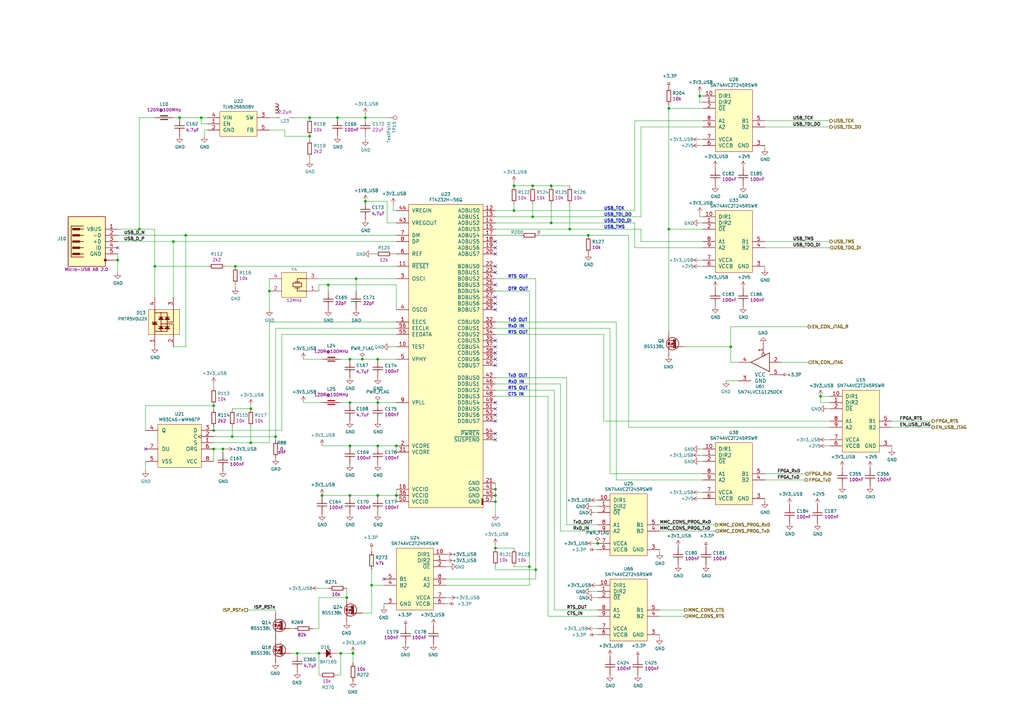
<source format=kicad_sch>
(kicad_sch (version 20211123) (generator eeschema)
  (paper "A3")
  (title_block (title "Marble") (date "2024-03-05") (rev "v1.4.2") (company "Michał Gąska / WUT") (comment 3 "USB"))
  (lib_symbols
    (symbol "Analog_&_Interface:FT4232H-56Q" (pin_names (offset 1.27))
      (property "Reference" "U23" (at 15.24 4.191 0))
      (property "Value" "FT4232H-56Q" (at 15.24 1.8796 0))
      (symbol "FT4232H-56Q_0_1"
        (pin bidirectional line (at -5.08 -48.26 0) (length 5.08) (name "EECS") (number "1"))
        (pin input line (at -5.08 -58.42 0) (length 5.08) (name "TEST") (number "10"))
        (pin input line (at -5.08 -25.4 0) (length 5.08) (name "~{RESET}") (number "11"))
        (pin bidirectional line (at 35.56 -2.54 180) (length 5.08) (name "ADBUS0") (number "12"))
        (pin bidirectional line (at 35.56 -5.08 180) (length 5.08) (name "ADBUS1") (number "13"))
        (pin bidirectional line (at 35.56 -7.62 180) (length 5.08) (name "ADBUS2") (number "14"))
        (pin bidirectional line (at 35.56 -10.16 180) (length 5.08) (name "ADBUS3") (number "15"))
        (pin power_in line (at -5.08 -116.84 0) (length 5.08) (name "VCCIO") (number "16"))
        (pin bidirectional line (at 35.56 -12.7 180) (length 5.08) (name "ADBUS4") (number "17"))
        (pin bidirectional line (at 35.56 -15.24 180) (length 5.08) (name "ADBUS5") (number "18"))
        (pin bidirectional line (at 35.56 -17.78 180) (length 5.08) (name "ADBUS6") (number "19"))
        (pin power_in line (at -5.08 -99.06 0) (length 5.08) (name "VCORE") (number "2"))
        (pin bidirectional line (at 35.56 -20.32 180) (length 5.08) (name "ADBUS7") (number "20"))
        (pin power_in line (at 35.56 -114.3 180) (length 5.08) (name "GND") (number "21"))
        (pin bidirectional line (at 35.56 -25.4 180) (length 5.08) (name "BDBUS0") (number "22"))
        (pin bidirectional line (at 35.56 -27.94 180) (length 5.08) (name "BDBUS1") (number "23"))
        (pin bidirectional line (at 35.56 -30.48 180) (length 5.08) (name "BDBUS2") (number "24"))
        (pin bidirectional line (at 35.56 -33.02 180) (length 5.08) (name "BDBUS3") (number "25"))
        (pin bidirectional line (at 35.56 -35.56 180) (length 5.08) (name "BDBUS4") (number "26"))
        (pin bidirectional line (at 35.56 -38.1 180) (length 5.08) (name "BDBUS5") (number "27"))
        (pin bidirectional line (at 35.56 -40.64 180) (length 5.08) (name "BDBUS6") (number "28"))
        (pin bidirectional line (at 35.56 -43.18 180) (length 5.08) (name "BDBUS7") (number "29"))
        (pin input line (at -5.08 -30.48 0) (length 5.08) (name "OSCI") (number "3"))
        (pin output line (at 35.56 -96.52 180) (length 5.08) (name "~{SUSPEND}") (number "30"))
        (pin power_in line (at -5.08 -101.6 0) (length 5.08) (name "VCORE") (number "31"))
        (pin bidirectional line (at 35.56 -48.26 180) (length 5.08) (name "CDBUS0") (number "32"))
        (pin bidirectional line (at 35.56 -50.8 180) (length 5.08) (name "CDBUS1") (number "33"))
        (pin bidirectional line (at 35.56 -53.34 180) (length 5.08) (name "CDBUS2") (number "34"))
        (pin bidirectional line (at 35.56 -55.88 180) (length 5.08) (name "CDBUS3") (number "35"))
        (pin power_in line (at -5.08 -119.38 0) (length 5.08) (name "VCCIO") (number "36"))
        (pin bidirectional line (at 35.56 -58.42 180) (length 5.08) (name "CDBUS4") (number "37"))
        (pin bidirectional line (at 35.56 -60.96 180) (length 5.08) (name "CDBUS5") (number "38"))
        (pin bidirectional line (at 35.56 -63.5 180) (length 5.08) (name "CDBUS6") (number "39"))
        (pin output line (at -5.08 -43.18 0) (length 5.08) (name "OSCO") (number "4"))
        (pin bidirectional line (at 35.56 -66.04 180) (length 5.08) (name "CDBUS7") (number "40"))
        (pin power_in line (at 35.56 -116.84 180) (length 5.08) (name "GND") (number "41"))
        (pin bidirectional line (at 35.56 -71.12 180) (length 5.08) (name "DDBUS0") (number "42"))
        (pin power_out line (at -5.08 -7.62 0) (length 5.08) (name "VREGOUT") (number "43"))
        (pin input line (at -5.08 -2.54 0) (length 5.08) (name "VREGIN") (number "44"))
        (pin power_in line (at 35.56 -119.38 180) (length 5.08) (name "GND") (number "45"))
        (pin bidirectional line (at 35.56 -73.66 180) (length 5.08) (name "DDBUS1") (number "46"))
        (pin bidirectional line (at 35.56 -76.2 180) (length 5.08) (name "DDBUS2") (number "47"))
        (pin bidirectional line (at 35.56 -78.74 180) (length 5.08) (name "DDBUS3") (number "48"))
        (pin bidirectional line (at 35.56 -81.28 180) (length 5.08) (name "DDBUS4") (number "49"))
        (pin power_in line (at -5.08 -63.5 0) (length 5.08) (name "VPHY") (number "5"))
        (pin power_in line (at -5.08 -121.92 0) (length 5.08) (name "VCCIO") (number "50"))
        (pin bidirectional line (at 35.56 -83.82 180) (length 5.08) (name "DDBUS5") (number "51"))
        (pin bidirectional line (at 35.56 -86.36 180) (length 5.08) (name "DDBUS6") (number "52"))
        (pin bidirectional line (at 35.56 -88.9 180) (length 5.08) (name "DDBUS7") (number "53"))
        (pin output line (at 35.56 -93.98 180) (length 5.08) (name "~{PWREN}") (number "54"))
        (pin bidirectional line (at -5.08 -53.34 0) (length 5.08) (name "EEDATA") (number "55"))
        (pin output line (at -5.08 -50.8 0) (length 5.08) (name "EECLK") (number "56"))
        (pin power_in line (at 35.56 -121.92 180) (length 5.08) (name "GND") (number "57"))
        (pin input line (at -5.08 -20.32 0) (length 5.08) (name "REF") (number "6"))
        (pin input line (at -5.08 -12.7 0) (length 5.08) (name "DM") (number "7"))
        (pin input line (at -5.08 -15.24 0) (length 5.08) (name "DP") (number "8"))
        (pin power_in line (at -5.08 -81.28 0) (length 5.08) (name "VPLL") (number "9"))
      )
    )
    (symbol "Capacitors_SMD:CC0201_100NF_6.3V_10%_X5R" (pin_names (offset 1.27))
      (property "Reference" "C" (at 3.81 3.048 0))
      (property "Val" "100nF" (at 3.81 -3.048 0))
      (symbol "CC0201_100NF_6.3V_10%_X5R_0_1"
        (pin passive line (at 0 0 0) (length 2.54) (name "1") (number "1"))
        (pin passive line (at 7.62 0 180) (length 2.54) (name "2") (number "2"))
      )
    )
    (symbol "Capacitors_SMD:CC0402_22PF_50V_5%_C0G" (pin_names (offset 1.27))
      (property "Reference" "C" (at 3.81 3.048 0))
      (property "Val" "22pF" (at 3.81 -3.048 0))
      (symbol "CC0402_22PF_50V_5%_C0G_0_1"
        (pin passive line (at 0 0 0) (length 2.54) (name "1") (number "1"))
        (pin passive line (at 7.62 0 180) (length 2.54) (name "2") (number "2"))
      )
    )
    (symbol "Capacitors_SMD:CC0603_22UF_6.3V_20%_X5R" (pin_names (offset 1.27))
      (property "Reference" "C" (at 3.81 3.048 0))
      (property "Val" "22uF" (at 3.81 -3.048 0))
      (symbol "CC0603_22UF_6.3V_20%_X5R_0_1"
        (pin passive line (at 0 0 0) (length 2.54) (name "1") (number "1"))
        (pin passive line (at 7.62 0 180) (length 2.54) (name "2") (number "2"))
      )
    )
    (symbol "Capacitors_SMD:CC0603_4.7UF_25V_10%_X5R" (pin_names (offset 1.27))
      (property "Reference" "C" (at 3.81 3.048 0))
      (property "Val" "4.7uF" (at 3.81 -3.048 0))
      (symbol "CC0603_4.7UF_25V_10%_X5R_0_1"
        (pin passive line (at 0 0 0) (length 2.54) (name "1") (number "1"))
        (pin passive line (at 7.62 0 180) (length 2.54) (name "2") (number "2"))
      )
    )
    (symbol "Connector_Generic:TestPoint" (pin_numbers hide) (pin_names (offset 0.762) hide)
      (property "Reference" "TP" (at 0 6.858 0))
      (property "Value" "TestPoint" (at 0 5.08 0))
      (symbol "TestPoint_1_1"
        (pin passive line (at 0 0 90) (length 2.54) (name "1") (number "1"))
      )
    )
    (symbol "Crystals_&_Oscillators:XTAL_12MHZ_TXC_7M-12.000MAAJ-T" (pin_names (offset 1.27))
      (property "Reference" "Q" (at 5.08 1.27 0))
      (property "Val" "12MHz" (at 5.08 -11.43 0))
      (symbol "XTAL_12MHZ_TXC_7M-12.000MAAJ-T_0_1"
        (text "GND" (at 7.62 -5.08 900) (effects (font (size 1.27 1.27))))
        (pin passive line (at -5.08 -2.54 0) (length 5.08) (name "X") (number "1"))
        (pin power_in line (at 15.24 -2.54 180) (length 5.08) (name "GND") (number "2"))
        (pin passive line (at -5.08 -7.62 0) (length 5.08) (name "X") (number "3"))
        (pin power_in line (at 15.24 -7.62 180) (length 5.08) (name "GND") (number "4"))
      )
    )
    (symbol "Diodes:BAT165" (pin_names (offset 1.27))
      (property "Reference" "D" (at 3.81 2.794 0))
      (symbol "BAT165_0_1"
        (pin passive line (at 7.62 0 180) (length 2.54) (name "C") (number "1"))
        (pin passive line (at 0 0 0) (length 2.54) (name "A") (number "2"))
      )
    )
    (symbol "HIROSE_ZX62RD-AB-5P8-Miscellaneous_1" (pin_names (offset 1.524))
      (property "Reference" "J" (at 7.62 1.27 0))
      (property "~" "Micro-USB AB 2.0" (at 7.62 -21.59 0))
      (symbol "HIROSE_ZX62RD-AB-5P8-Miscellaneous_1_0_1"
        (pin power_out line (at -5.08 -5.08 0) (length 5.08) (name "VBUS") (number "1"))
        (pin bidirectional line (at -5.08 -7.62 0) (length 5.08) (name "-D") (number "2"))
        (pin bidirectional line (at -5.08 -10.16 0) (length 5.08) (name "+D") (number "3"))
        (pin passive line (at -5.08 -12.7 0) (length 5.08) (name "ID") (number "4"))
        (pin power_in line (at -5.08 -15.24 0) (length 5.08) (name "GND") (number "5"))
        (pin power_in line (at -5.08 -17.78 0) (length 5.08) (name "SH") (number "6"))
      )
    )
    (symbol "Inductors_SMD:IND0603_MURATA_BLM18SG121TN1D" (pin_names (offset 1.27))
      (property "Reference" "L" (at 3.81 1.778 0))
      (property "Val" "120R@100MHz" (at 3.81 -1.778 0))
      (symbol "IND0603_MURATA_BLM18SG121TN1D_0_1"
        (pin passive line (at 0 0 0) (length 1.27) (name "1") (number "1"))
        (pin passive line (at 7.62 0 180) (length 1.27) (name "2") (number "2"))
      )
      (symbol "IND0603_MURATA_BLM18SG121TN1D_0_2"
        (pin passive line (at 0 0 0) (length 1.524) (name "1") (number "1"))
        (pin passive line (at 7.62 0 180) (length 1.524) (name "2") (number "2"))
      )
    )
    (symbol "Inductors_SMD:IND_2.2UH_20%_WURTH_WE-PMCI_74479276222C" (pin_names (offset 1.27))
      (property "Reference" "L" (at 3.81 2.54 0))
      (property "Val" "2.2uH" (at 3.81 -1.27 0))
      (symbol "IND_2.2UH_20%_WURTH_WE-PMCI_74479276222C_0_1"
        (pin passive line (at 0 0 0) (length 1.905) (name "1") (number "1"))
        (pin passive line (at 7.62 0 180) (length 1.905) (name "2") (number "2"))
      )
    )
    (symbol "M93C46-WMN6TP-Logic_1" (pin_names (offset 1.524))
      (property "Reference" "IC" (at 8.89 1.27 0))
      (property "Value" "M93C46-WMN6TP-Logic_1" (at 8.89 -19.05 0))
      (symbol "M93C46-WMN6TP-Logic_1_0_1"
        (pin input line (at -5.08 -7.62 0) (length 5.08) (name "S") (number "1"))
        (pin input clock (at -5.08 -5.08 0) (length 5.08) (name "C") (number "2"))
        (pin input line (at -5.08 -2.54 0) (length 5.08) (name "D") (number "3"))
        (pin output line (at 22.86 -2.54 180) (length 5.08) (name "Q") (number "4"))
        (pin power_in line (at 22.86 -15.24 180) (length 5.08) (name "VSS") (number "5"))
        (pin input line (at -5.08 -10.16 0) (length 5.08) (name "ORG") (number "6"))
        (pin passive line (at 22.86 -10.16 180) (length 5.08) (name "DU") (number "7"))
        (pin power_in line (at -5.08 -15.24 0) (length 5.08) (name "VCC") (number "8"))
      )
    )
    (symbol "PRTR5V0U2X-Diodes_1" (pin_names (offset 1.524))
      (property "Reference" "D" (at 5.08 1.27 0))
      (property "Value" "PRTR5V0U2X-Diodes_1" (at 5.08 -13.97 0))
      (symbol "PRTR5V0U2X-Diodes_1_0_1"
        (pin power_in line (at -5.08 -2.54 0) (length 5.08) (name "GND") (number "1"))
        (pin bidirectional line (at -5.08 -10.16 0) (length 5.08) (name "I/O1") (number "2"))
        (pin bidirectional line (at 15.24 -10.16 180) (length 5.08) (name "I/O2") (number "3"))
        (pin power_in line (at 15.24 -2.54 180) (length 5.08) (name "VCC") (number "4"))
      )
    )
    (symbol "Regulators:TLV62565DBV" (pin_names (offset 1.27))
      (property "Reference" "IC" (at 7.62 1.27 0))
      (symbol "TLV62565DBV_0_1"
        (pin input line (at -5.08 -5.08 0) (length 5.08) (name "EN") (number "1"))
        (pin power_in line (at -5.08 -7.62 0) (length 5.08) (name "GND") (number "2"))
        (pin power_out line (at 20.32 -2.54 180) (length 5.08) (name "SW") (number "3"))
        (pin input line (at -5.08 -2.54 0) (length 5.08) (name "VIN") (number "4"))
        (pin input line (at 20.32 -7.62 180) (length 5.08) (name "FB") (number "5"))
      )
    )
    (symbol "Resistors_SMD:R0402_0R_JUMPER" (pin_names (offset 1.27))
      (property "Reference" "R" (at 3.81 1.778 0))
      (property "Val" "0" (at 3.81 -1.778 0))
      (symbol "R0402_0R_JUMPER_0_1"
        (pin passive line (at 0 0 0) (length 1.524) (name "1") (number "1"))
        (pin passive line (at 7.62 0 180) (length 1.524) (name "2") (number "2"))
      )
    )
    (symbol "Resistors_SMD:R0402_10K_1%_0.0625W_100PPM" (pin_names (offset 1.27))
      (property "Reference" "R" (at 3.81 1.778 0))
      (property "Val" "10k" (at 3.81 -1.778 0))
      (symbol "R0402_10K_1%_0.0625W_100PPM_0_1"
        (text "1%" (at 3.81 0 0) (effects (font (size 0.635 0.635))))
        (pin passive line (at 0 0 0) (length 1.524) (name "1") (number "1"))
        (pin passive line (at 7.62 0 180) (length 1.524) (name "2") (number "2"))
      )
    )
    (symbol "Resistors_SMD:R0402_12K_1%_0.0625W_100PPM" (pin_names (offset 1.27))
      (property "Reference" "R" (at 3.81 1.778 0))
      (property "Val" "12k" (at 3.81 -1.778 0))
      (symbol "R0402_12K_1%_0.0625W_100PPM_0_1"
        (text "1%" (at 3.81 0 0) (effects (font (size 0.635 0.635))))
        (pin passive line (at 0 0 0) (length 1.524) (name "1") (number "1"))
        (pin passive line (at 7.62 0 180) (length 1.524) (name "2") (number "2"))
      )
    )
    (symbol "Resistors_SMD:R0402_2K2_1%_0.0625W_100PPM" (pin_names (offset 1.27))
      (property "Reference" "R" (at 3.81 1.778 0))
      (property "Val" "2k2" (at 3.81 -1.778 0))
      (symbol "R0402_2K2_1%_0.0625W_100PPM_0_1"
        (text "1%" (at 3.81 0 0) (effects (font (size 0.635 0.635))))
        (pin passive line (at 0 0 0) (length 1.524) (name "1") (number "1"))
        (pin passive line (at 7.62 0 180) (length 1.524) (name "2") (number "2"))
      )
    )
    (symbol "Resistors_SMD:R0402_47K_1%_0.0625W_100PPM" (pin_names (offset 1.27))
      (property "Reference" "R" (at 3.81 1.778 0))
      (property "Val" "47k" (at 3.81 -1.778 0))
      (symbol "R0402_47K_1%_0.0625W_100PPM_0_1"
        (text "1%" (at 3.81 0 0) (effects (font (size 0.635 0.635))))
        (pin passive line (at 0 0 0) (length 1.524) (name "1") (number "1"))
        (pin passive line (at 7.62 0 180) (length 1.524) (name "2") (number "2"))
      )
    )
    (symbol "Resistors_SMD:R0402_82K_1%_0.0625W_100PPM" (pin_names (offset 1.27))
      (property "Reference" "R" (at 3.81 1.778 0))
      (property "Val" "82k" (at 3.81 -1.778 0))
      (symbol "R0402_82K_1%_0.0625W_100PPM_0_1"
        (text "1%" (at 3.81 0 0) (effects (font (size 0.635 0.635))))
        (pin passive line (at 0 0 0) (length 1.524) (name "1") (number "1"))
        (pin passive line (at 7.62 0 180) (length 1.524) (name "2") (number "2"))
      )
    )
    (symbol "SN74LVC1G125DCK-Standard_Logic_1" (pin_names (offset 1.524))
      (property "Reference" "IC" (at 5.08 -1.27 0))
      (property "Value" "SN74LVC1G125DCK-Standard_Logic_1" (at 5.08 -7.62 0))
      (symbol "SN74LVC1G125DCK-Standard_Logic_1_0_1"
        (pin input inverted (at 2.54 2.54 270) (length 5.08) (name "~{G}") (number "1"))
        (pin input line (at -5.08 -5.08 0) (length 5.08) (name "IN") (number "2"))
        (pin power_in line (at 12.7 -12.7 180) (length 5.08) (name "GND") (number "3"))
        (pin tri_state line (at 12.7 -5.08 180) (length 5.08) (name "OUT") (number "4"))
      )
      (symbol "SN74LVC1G125DCK-Standard_Logic_1_1_1"
        (pin input line (at -5.08 -10.16 0) (length 5.08) (name "VCC") (number "5"))
      )
    )
    (symbol "Standard_Logic:SN74AVC2T245RSWR" (pin_names (offset 1.27))
      (property "Reference" "IC" (at 7.62 1.27 0))
      (symbol "SN74AVC2T245RSWR_0_1"
        (pin input line (at -5.08 -5.08 0) (length 5.08) (name "DIR2") (number "1"))
        (pin input line (at -5.08 -2.54 0) (length 5.08) (name "DIR1") (number "10"))
        (pin input line (at -5.08 -7.62 0) (length 5.08) (name "~{OE}") (number "2"))
        (pin power_in line (at 20.32 -22.86 180) (length 5.08) (name "GND") (number "3"))
        (pin bidirectional line (at 20.32 -15.24 180) (length 5.08) (name "B2") (number "4"))
        (pin bidirectional line (at 20.32 -12.7 180) (length 5.08) (name "B1") (number "5"))
        (pin power_in line (at -5.08 -22.86 0) (length 5.08) (name "VCCB") (number "6"))
        (pin power_in line (at -5.08 -20.32 0) (length 5.08) (name "VCCA") (number "7"))
        (pin bidirectional line (at -5.08 -12.7 0) (length 5.08) (name "A1") (number "8"))
        (pin bidirectional line (at -5.08 -15.24 0) (length 5.08) (name "A2") (number "9"))
      )
    )
    (symbol "Transistors:BSS138L" (pin_names (offset 1.27))
      (property "Reference" "T" (at 3.81 5.08 0))
      (symbol "BSS138L_0_1"
        (text "D" (at 5.08 5.334 0) (effects (font (size 0.635 0.635)) (justify left top)))
        (text "G" (at 0.762 0 0) (effects (font (size 0.635 0.635)) (justify left bottom)))
        (text "S" (at 5.08 -2.794 0) (effects (font (size 0.635 0.635)) (justify left bottom)))
        (pin passive line (at 0 0 0) (length 2.54) (name "G") (number "1"))
        (pin passive line (at 6.35 -3.81 90) (length 3.048) (name "S") (number "2"))
        (pin passive line (at 6.35 6.35 270) (length 3.048) (name "D") (number "3"))
      )
    )
    (symbol "marble_misc:+1V8_USB" (power) (pin_names (offset 0))
      (property "Value" "+1V8_USB" (at 0 3.556 0))
      (symbol "+1V8_USB_1_1"
        (pin power_in line (at 0 0 90) (length 0) hide (name "+1V8_USB") (number "1"))
      )
    )
    (symbol "marble_misc:+3V3_USB" (power) (pin_names (offset 0))
      (property "Value" "+3V3_USB" (at 0 3.556 0))
      (symbol "+3V3_USB_1_1"
        (pin power_in line (at 0 0 90) (length 0) hide (name "+3V3_USB") (number "1"))
      )
    )
    (symbol "marble_misc:HIROSE_ZX62RD-AB-5P8-Miscellaneous" (pin_names (offset 1.524))
      (property "Reference" "J" (at 7.62 1.27 0))
      (property "~" "Micro-USB AB 2.0" (at 7.62 -21.59 0))
      (symbol "HIROSE_ZX62RD-AB-5P8-Miscellaneous_0_1"
        (pin power_out line (at -5.08 -5.08 0) (length 5.08) (name "VBUS") (number "1"))
        (pin bidirectional line (at -5.08 -7.62 0) (length 5.08) (name "-D") (number "2"))
        (pin bidirectional line (at -5.08 -10.16 0) (length 5.08) (name "+D") (number "3"))
        (pin passive line (at -5.08 -12.7 0) (length 5.08) (name "ID") (number "4"))
        (pin power_in line (at -5.08 -15.24 0) (length 5.08) (name "GND") (number "5"))
        (pin power_in line (at -5.08 -17.78 0) (length 5.08) (name "SH") (number "6"))
      )
    )
    (symbol "marble_misc:M93C46-WMN6TP-Logic" (pin_names (offset 1.524))
      (property "Reference" "IC" (at 8.89 1.27 0))
      (property "Value" "M93C46-WMN6TP-Logic" (at 8.89 -19.05 0))
      (symbol "M93C46-WMN6TP-Logic_0_1"
        (pin input line (at -5.08 -7.62 0) (length 5.08) (name "S") (number "1"))
        (pin input clock (at -5.08 -5.08 0) (length 5.08) (name "C") (number "2"))
        (pin input line (at -5.08 -2.54 0) (length 5.08) (name "D") (number "3"))
        (pin output line (at 22.86 -2.54 180) (length 5.08) (name "Q") (number "4"))
        (pin power_in line (at 22.86 -15.24 180) (length 5.08) (name "VSS") (number "5"))
        (pin input line (at -5.08 -10.16 0) (length 5.08) (name "ORG") (number "6"))
        (pin passive line (at 22.86 -10.16 180) (length 5.08) (name "DU") (number "7"))
        (pin power_in line (at -5.08 -15.24 0) (length 5.08) (name "VCC") (number "8"))
      )
    )
    (symbol "marble_misc:PRTR5V0U2X-Diodes" (pin_names (offset 1.524))
      (property "Reference" "D" (at 5.08 1.27 0))
      (property "Value" "PRTR5V0U2X-Diodes" (at 5.08 -13.97 0))
      (symbol "PRTR5V0U2X-Diodes_0_1"
        (pin power_in line (at -5.08 -2.54 0) (length 5.08) (name "GND") (number "1"))
        (pin bidirectional line (at -5.08 -10.16 0) (length 5.08) (name "I/O1") (number "2"))
        (pin bidirectional line (at 15.24 -10.16 180) (length 5.08) (name "I/O2") (number "3"))
        (pin power_in line (at 15.24 -2.54 180) (length 5.08) (name "VCC") (number "4"))
      )
    )
    (symbol "marble_misc:SN74LVC1G125DCK-Standard_Logic" (pin_names (offset 1.524))
      (property "Reference" "IC" (at 5.08 -1.27 0))
      (property "Value" "SN74LVC1G125DCK-Standard_Logic" (at 5.08 -7.62 0))
      (symbol "SN74LVC1G125DCK-Standard_Logic_0_1"
        (pin input inverted (at 2.54 2.54 270) (length 5.08) (name "~{G}") (number "1"))
        (pin input line (at -5.08 -5.08 0) (length 5.08) (name "IN") (number "2"))
        (pin power_in line (at 12.7 -12.7 180) (length 5.08) (name "GND") (number "3"))
        (pin tri_state line (at 12.7 -5.08 180) (length 5.08) (name "OUT") (number "4"))
      )
      (symbol "SN74LVC1G125DCK-Standard_Logic_1_1"
        (pin input line (at -5.08 -10.16 0) (length 5.08) (name "VCC") (number "5"))
      )
    )
    (symbol "power:+2V5" (power) (pin_names (offset 0))
      (property "Value" "+2V5" (at 0 3.556 0))
      (symbol "+2V5_1_1"
        (pin power_in line (at 0 0 90) (length 0) hide (name "+2V5") (number "1"))
      )
    )
    (symbol "power:+3.3P" (power) (pin_names (offset 0))
      (property "Value" "+3.3P" (at 0 2.54 0))
      (symbol "+3.3P_0_0"
        (pin power_in line (at 0 0 90) (length 0) hide (name "+3.3P") (number "1"))
      )
    )
    (symbol "power:GND" (power) (pin_names (offset 0))
      (property "Value" "GND" (at 0 -3.81 0))
      (symbol "GND_1_1"
        (pin power_in line (at 0 0 270) (length 0) hide (name "GND") (number "1"))
      )
    )
    (symbol "power:PWR_FLAG" (power) (pin_numbers hide) (pin_names (offset 0) hide)
      (property "Value" "PWR_FLAG" (at 0 3.81 0))
      (symbol "PWR_FLAG_0_0"
        (pin power_out line (at 0 0 90) (length 0) (name "pwr") (number "1"))
      )
    )
  )
  (junction (at 48.26 106.68))
  (junction (at 87.63 184.15))
  (junction (at 71.12 99.06))
  (junction (at 218.44 88.9))
  (junction (at 102.87 181.61))
  (junction (at 87.63 176.53))
  (junction (at 144.78 267.97))
  (junction (at 148.59 147.32))
  (junction (at 96.52 109.22))
  (junction (at 102.87 167.64))
  (junction (at 110.49 119.38))
  (junction (at 95.25 179.07))
  (junction (at 217.17 232.41))
  (junction (at 203.2 205.74))
  (junction (at 274.32 44.45))
  (junction (at 210.82 86.36))
  (junction (at 154.94 182.88))
  (junction (at 287.02 39.37))
  (junction (at 245.11 222.885))
  (junction (at 113.03 179.07))
  (junction (at 219.71 233.68))
  (junction (at 299.72 142.24))
  (junction (at 127 48.26))
  (junction (at 226.06 91.44))
  (junction (at 146.05 114.3))
  (junction (at 203.2 224.79))
  (junction (at 154.94 165.1))
  (junction (at 142.24 245.11))
  (junction (at 121.92 267.97))
  (junction (at 218.44 76.2))
  (junction (at 274.32 93.98))
  (junction (at 162.56 182.88))
  (junction (at 134.62 116.84))
  (junction (at 57.15 93.98))
  (junction (at 226.06 76.2))
  (junction (at 132.08 203.2))
  (junction (at 91.44 184.15))
  (junction (at 63.5 109.22))
  (junction (at 154.94 147.32))
  (junction (at 149.86 82.55))
  (junction (at 138.43 48.26))
  (junction (at 336.55 162.56))
  (junction (at 139.7 267.97))
  (junction (at 149.86 48.26))
  (junction (at 162.56 203.2))
  (junction (at 203.2 203.2))
  (junction (at 73.66 48.26))
  (junction (at 143.51 147.32))
  (junction (at 87.63 166.37))
  (junction (at 143.51 165.1))
  (junction (at 210.82 76.2))
  (junction (at 127 55.88))
  (junction (at 130.81 267.97))
  (junction (at 203.2 200.66))
  (junction (at 241.3 96.52))
  (junction (at 143.51 182.88))
  (junction (at 152.4 240.03))
  (junction (at 143.51 203.2))
  (junction (at 233.68 93.98))
  (junction (at 154.94 203.2))
  (junction (at 82.55 48.26))
  (junction (at 76.2 96.52))
  (no_connect (at 203.2 139.7))
  (no_connect (at 203.2 147.32))
  (no_connect (at 203.2 111.76))
  (no_connect (at 203.2 99.06))
  (no_connect (at 203.2 144.78))
  (no_connect (at 203.2 127))
  (no_connect (at 203.2 104.14))
  (no_connect (at 203.2 180.34))
  (no_connect (at 203.2 165.1))
  (no_connect (at 59.69 184.15))
  (no_connect (at 203.2 109.22))
  (no_connect (at 203.2 142.24))
  (no_connect (at 48.26 101.6))
  (no_connect (at 203.2 167.64))
  (no_connect (at 203.2 101.6))
  (no_connect (at 203.2 172.72))
  (no_connect (at 203.2 116.84))
  (no_connect (at 157.48 237.49))
  (no_connect (at 203.2 177.8))
  (no_connect (at 203.2 121.92))
  (no_connect (at 203.2 149.86))
  (no_connect (at 203.2 170.18))
  (no_connect (at 203.2 124.46))
  (wire (pts (xy 91.44 184.15) (xy 91.44 185.42)))
  (wire (pts (xy 59.69 166.37) (xy 59.69 176.53)))
  (wire (pts (xy 119.38 267.97) (xy 121.92 267.97)))
  (wire (pts (xy 299.72 148.59) (xy 302.895 148.59)))
  (wire (pts (xy 203.2 86.36) (xy 210.82 86.36)))
  (wire (pts (xy 262.89 99.06) (xy 288.29 99.06)))
  (wire (pts (xy 203.2 200.66) (xy 203.2 203.2)))
  (wire (pts (xy 252.73 132.08) (xy 252.73 196.85)))
  (wire (pts (xy 127 48.26) (xy 138.43 48.26)))
  (wire (pts (xy 87.63 184.15) (xy 87.63 189.23)))
  (wire (pts (xy 130.81 119.38) (xy 130.81 116.84)))
  (wire (pts (xy 270.51 215.265) (xy 293.37 215.265)))
  (wire (pts (xy 274.32 93.98) (xy 288.29 93.98)))
  (wire (pts (xy 218.44 76.2) (xy 226.06 76.2)))
  (wire (pts (xy 336.55 162.56) (xy 340.36 162.56)))
  (wire (pts (xy 247.65 137.16) (xy 247.65 172.72)))
  (wire (pts (xy 280.67 142.24) (xy 299.72 142.24)))
  (wire (pts (xy 229.87 157.48) (xy 229.87 217.805)))
  (wire (pts (xy 143.51 165.1) (xy 154.94 165.1)))
  (wire (pts (xy 203.2 162.56) (xy 224.79 162.56)))
  (wire (pts (xy 121.92 267.97) (xy 130.81 267.97)))
  (wire (pts (xy 203.2 134.62) (xy 250.19 134.62)))
  (wire (pts (xy 152.4 240.03) (xy 152.4 251.46)))
  (wire (pts (xy 227.33 160.02) (xy 227.33 250.19)))
  (wire (pts (xy 302.895 156.21) (xy 297.815 156.21)))
  (wire (pts (xy 132.08 203.2) (xy 143.51 203.2)))
  (wire (pts (xy 48.26 106.68) (xy 48.26 111.76)))
  (wire (pts (xy 288.29 41.91) (xy 287.02 41.91)))
  (wire (pts (xy 299.72 133.985) (xy 331.47 133.985)))
  (wire (pts (xy 242.57 207.645) (xy 245.11 207.645)))
  (wire (pts (xy 119.38 257.81) (xy 120.65 257.81)))
  (wire (pts (xy 210.82 232.41) (xy 217.17 232.41)))
  (wire (pts (xy 48.26 104.14) (xy 48.26 106.68)))
  (wire (pts (xy 139.7 165.1) (xy 143.51 165.1)))
  (wire (pts (xy 340.36 175.26) (xy 257.81 175.26)))
  (wire (pts (xy 262.89 52.07) (xy 262.89 88.9)))
  (wire (pts (xy 287.02 41.91) (xy 287.02 39.37)))
  (wire (pts (xy 203.2 132.08) (xy 252.73 132.08)))
  (wire (pts (xy 313.69 109.22) (xy 313.69 110.49)))
  (wire (pts (xy 288.29 88.9) (xy 287.02 88.9)))
  (wire (pts (xy 157.48 247.65) (xy 157.48 248.92)))
  (wire (pts (xy 158.75 82.55) (xy 149.86 82.55)))
  (wire (pts (xy 95.25 179.07) (xy 113.03 179.07)))
  (wire (pts (xy 203.2 223.52) (xy 203.2 224.79)))
  (wire (pts (xy 299.72 142.24) (xy 299.72 148.59)))
  (wire (pts (xy 91.44 184.15) (xy 87.63 184.15)))
  (wire (pts (xy 203.2 160.02) (xy 227.33 160.02)))
  (wire (pts (xy 340.36 52.07) (xy 313.69 52.07)))
  (wire (pts (xy 226.06 91.44) (xy 203.2 91.44)))
  (wire (pts (xy 139.7 147.32) (xy 143.51 147.32)))
  (wire (pts (xy 57.15 93.98) (xy 57.15 48.26)))
  (wire (pts (xy 260.35 91.44) (xy 260.35 101.6)))
  (wire (pts (xy 130.81 116.84) (xy 134.62 116.84)))
  (wire (pts (xy 139.7 267.97) (xy 144.78 267.97)))
  (wire (pts (xy 152.4 224.79) (xy 152.4 226.06)))
  (wire (pts (xy 203.2 233.68) (xy 203.2 232.41)))
  (wire (pts (xy 203.2 96.52) (xy 213.36 96.52)))
  (wire (pts (xy 115.57 137.16) (xy 115.57 176.53)))
  (wire (pts (xy 287.02 106.68) (xy 288.29 106.68)))
  (wire (pts (xy 313.69 196.85) (xy 330.2 196.85)))
  (wire (pts (xy 162.56 134.62) (xy 113.03 134.62)))
  (wire (pts (xy 138.43 267.97) (xy 139.7 267.97)))
  (wire (pts (xy 73.66 48.26) (xy 82.55 48.26)))
  (wire (pts (xy 242.57 242.57) (xy 245.11 242.57)))
  (wire (pts (xy 210.82 83.82) (xy 210.82 86.36)))
  (wire (pts (xy 48.26 93.98) (xy 57.15 93.98)))
  (wire (pts (xy 182.88 237.49) (xy 219.71 237.49)))
  (wire (pts (xy 71.12 142.24) (xy 76.2 142.24)))
  (wire (pts (xy 243.84 210.185) (xy 245.11 210.185)))
  (wire (pts (xy 59.69 189.23) (xy 59.69 193.04)))
  (wire (pts (xy 203.2 119.38) (xy 217.17 119.38)))
  (wire (pts (xy 87.63 181.61) (xy 102.87 181.61)))
  (wire (pts (xy 127 64.77) (xy 127 66.04)))
  (wire (pts (xy 280.67 252.73) (xy 270.51 252.73)))
  (wire (pts (xy 232.41 215.265) (xy 245.11 215.265)))
  (wire (pts (xy 92.71 184.15) (xy 91.44 184.15)))
  (wire (pts (xy 287.02 186.69) (xy 288.29 186.69)))
  (wire (pts (xy 274.32 93.98) (xy 274.32 135.89)))
  (wire (pts (xy 340.36 49.53) (xy 313.69 49.53)))
  (wire (pts (xy 127 55.88) (xy 116.84 55.88)))
  (wire (pts (xy 287.02 204.47) (xy 288.29 204.47)))
  (wire (pts (xy 102.87 181.61) (xy 110.49 181.61)))
  (wire (pts (xy 83.82 53.34) (xy 83.82 55.88)))
  (wire (pts (xy 152.4 251.46) (xy 148.59 251.46)))
  (wire (pts (xy 71.12 99.06) (xy 162.56 99.06)))
  (wire (pts (xy 146.05 119.38) (xy 146.05 114.3)))
  (wire (pts (xy 250.19 194.31) (xy 288.29 194.31)))
  (wire (pts (xy 85.09 50.8) (xy 82.55 50.8)))
  (wire (pts (xy 96.52 116.84) (xy 96.52 118.11)))
  (wire (pts (xy 340.36 101.6) (xy 313.69 101.6)))
  (wire (pts (xy 243.84 225.425) (xy 245.11 225.425)))
  (wire (pts (xy 260.35 49.53) (xy 260.35 86.36)))
  (wire (pts (xy 218.44 83.82) (xy 218.44 88.9)))
  (wire (pts (xy 154.94 147.32) (xy 162.56 147.32)))
  (wire (pts (xy 152.4 233.68) (xy 152.4 240.03)))
  (wire (pts (xy 146.05 114.3) (xy 162.56 114.3)))
  (wire (pts (xy 340.36 99.06) (xy 313.69 99.06)))
  (wire (pts (xy 229.87 217.805) (xy 245.11 217.805)))
  (wire (pts (xy 382.27 175.26) (xy 365.76 175.26)))
  (wire (pts (xy 232.41 154.94) (xy 232.41 215.265)))
  (wire (pts (xy 287.02 39.37) (xy 287.02 38.1)))
  (wire (pts (xy 339.09 167.64) (xy 340.36 167.64)))
  (wire (pts (xy 243.84 245.11) (xy 245.11 245.11)))
  (wire (pts (xy 233.68 93.98) (xy 203.2 93.98)))
  (wire (pts (xy 85.09 53.34) (xy 83.82 53.34)))
  (wire (pts (xy 149.86 48.26) (xy 158.75 48.26)))
  (wire (pts (xy 71.12 99.06) (xy 71.12 121.92)))
  (wire (pts (xy 110.49 119.38) (xy 110.49 127)))
  (wire (pts (xy 162.56 185.42) (xy 162.56 182.88)))
  (wire (pts (xy 224.79 252.73) (xy 245.11 252.73)))
  (wire (pts (xy 233.68 83.82) (xy 233.68 93.98)))
  (wire (pts (xy 299.72 133.985) (xy 299.72 142.24)))
  (wire (pts (xy 217.17 119.38) (xy 217.17 232.41)))
  (wire (pts (xy 87.63 166.37) (xy 59.69 166.37)))
  (wire (pts (xy 270.51 250.19) (xy 280.67 250.19)))
  (wire (pts (xy 203.2 137.16) (xy 247.65 137.16)))
  (wire (pts (xy 162.56 205.74) (xy 162.56 203.2)))
  (wire (pts (xy 92.71 109.22) (xy 96.52 109.22)))
  (wire (pts (xy 82.55 48.26) (xy 85.09 48.26)))
  (wire (pts (xy 63.5 109.22) (xy 63.5 93.98)))
  (wire (pts (xy 220.98 96.52) (xy 241.3 96.52)))
  (wire (pts (xy 130.81 114.3) (xy 146.05 114.3)))
  (wire (pts (xy 340.36 165.1) (xy 336.55 165.1)))
  (wire (pts (xy 148.59 147.32) (xy 154.94 147.32)))
  (wire (pts (xy 287.02 57.15) (xy 288.29 57.15)))
  (wire (pts (xy 210.82 76.2) (xy 218.44 76.2)))
  (wire (pts (xy 138.43 48.26) (xy 149.86 48.26)))
  (wire (pts (xy 113.03 179.07) (xy 113.03 180.34)))
  (wire (pts (xy 134.62 119.38) (xy 134.62 116.84)))
  (wire (pts (xy 247.65 172.72) (xy 340.36 172.72)))
  (wire (pts (xy 87.63 179.07) (xy 95.25 179.07)))
  (wire (pts (xy 95.25 167.64) (xy 102.87 167.64)))
  (wire (pts (xy 127 55.88) (xy 127 57.15)))
  (wire (pts (xy 243.84 222.885) (xy 245.11 222.885)))
  (wire (pts (xy 143.51 182.88) (xy 154.94 182.88)))
  (wire (pts (xy 143.51 147.32) (xy 148.59 147.32)))
  (wire (pts (xy 260.35 49.53) (xy 288.29 49.53)))
  (wire (pts (xy 87.63 166.37) (xy 87.63 167.64)))
  (wire (pts (xy 339.09 180.34) (xy 340.36 180.34)))
  (wire (pts (xy 162.56 91.44) (xy 158.75 91.44)))
  (wire (pts (xy 331.47 148.59) (xy 320.675 148.59)))
  (wire (pts (xy 116.84 55.88) (xy 116.84 53.34)))
  (wire (pts (xy 287.02 88.9) (xy 287.02 87.63)))
  (wire (pts (xy 287.02 109.22) (xy 288.29 109.22)))
  (wire (pts (xy 87.63 176.53) (xy 115.57 176.53)))
  (wire (pts (xy 203.2 157.48) (xy 229.87 157.48)))
  (wire (pts (xy 87.63 157.48) (xy 87.63 158.75)))
  (wire (pts (xy 226.06 83.82) (xy 226.06 91.44)))
  (wire (pts (xy 57.15 48.26) (xy 63.5 48.26)))
  (wire (pts (xy 219.71 233.68) (xy 219.71 237.49)))
  (wire (pts (xy 287.02 189.23) (xy 288.29 189.23)))
  (wire (pts (xy 113.03 134.62) (xy 113.03 179.07)))
  (wire (pts (xy 160.02 142.24) (xy 162.56 142.24)))
  (wire (pts (xy 274.32 44.45) (xy 274.32 43.18)))
  (wire (pts (xy 85.09 109.22) (xy 63.5 109.22)))
  (wire (pts (xy 102.87 166.37) (xy 102.87 167.64)))
  (wire (pts (xy 227.33 250.19) (xy 245.11 250.19)))
  (wire (pts (xy 365.76 172.72) (xy 382.27 172.72)))
  (wire (pts (xy 87.63 175.26) (xy 87.63 176.53)))
  (wire (pts (xy 162.56 203.2) (xy 162.56 200.66)))
  (wire (pts (xy 161.29 86.36) (xy 162.56 86.36)))
  (wire (pts (xy 130.81 257.81) (xy 130.81 245.11)))
  (wire (pts (xy 365.76 182.88) (xy 365.76 184.15)))
  (wire (pts (xy 162.56 132.08) (xy 110.49 132.08)))
  (wire (pts (xy 96.52 109.22) (xy 162.56 109.22)))
  (wire (pts (xy 142.24 241.3) (xy 142.24 245.11)))
  (wire (pts (xy 149.86 55.88) (xy 149.86 57.15)))
  (wire (pts (xy 102.87 175.26) (xy 102.87 181.61)))
  (wire (pts (xy 287.02 91.44) (xy 288.29 91.44)))
  (wire (pts (xy 76.2 96.52) (xy 162.56 96.52)))
  (wire (pts (xy 152.4 240.03) (xy 157.48 240.03)))
  (wire (pts (xy 138.43 276.86) (xy 139.7 276.86)))
  (wire (pts (xy 250.19 134.62) (xy 250.19 194.31)))
  (wire (pts (xy 210.82 86.36) (xy 260.35 86.36)))
  (wire (pts (xy 270.51 217.805) (xy 293.37 217.805)))
  (wire (pts (xy 336.55 165.1) (xy 336.55 162.56)))
  (wire (pts (xy 130.81 267.97) (xy 130.81 276.86)))
  (wire (pts (xy 287.02 59.69) (xy 288.29 59.69)))
  (wire (pts (xy 233.68 93.98) (xy 262.89 93.98)))
  (wire (pts (xy 76.2 96.52) (xy 76.2 142.24)))
  (wire (pts (xy 241.3 96.52) (xy 257.81 96.52)))
  (wire (pts (xy 203.2 203.2) (xy 203.2 205.74)))
  (wire (pts (xy 203.2 114.3) (xy 219.71 114.3)))
  (wire (pts (xy 203.2 154.94) (xy 232.41 154.94)))
  (wire (pts (xy 130.81 245.11) (xy 142.24 245.11)))
  (wire (pts (xy 270.51 260.35) (xy 270.51 261.62)))
  (wire (pts (xy 339.09 182.88) (xy 340.36 182.88)))
  (wire (pts (xy 144.78 267.97) (xy 144.78 271.78)))
  (wire (pts (xy 313.69 59.69) (xy 313.69 60.96)))
  (wire (pts (xy 257.81 96.52) (xy 257.81 175.26)))
  (wire (pts (xy 203.2 198.12) (xy 203.2 200.66)))
  (wire (pts (xy 218.44 88.9) (xy 262.89 88.9)))
  (wire (pts (xy 270.51 225.425) (xy 270.51 226.695)))
  (wire (pts (xy 110.49 114.3) (xy 110.49 119.38)))
  (wire (pts (xy 154.94 165.1) (xy 162.56 165.1)))
  (wire (pts (xy 48.26 96.52) (xy 76.2 96.52)))
  (wire (pts (xy 226.06 76.2) (xy 233.68 76.2)))
  (wire (pts (xy 130.81 241.3) (xy 134.62 241.3)))
  (wire (pts (xy 95.25 175.26) (xy 95.25 179.07)))
  (wire (pts (xy 161.29 104.14) (xy 162.56 104.14)))
  (wire (pts (xy 184.15 232.41) (xy 182.88 232.41)))
  (wire (pts (xy 313.69 204.47) (xy 313.69 205.74)))
  (wire (pts (xy 313.69 194.31) (xy 330.2 194.31)))
  (wire (pts (xy 101.6 250.19) (xy 113.03 250.19)))
  (wire (pts (xy 217.17 232.41) (xy 217.17 240.03)))
  (wire (pts (xy 110.49 48.26) (xy 113.03 48.26)))
  (wire (pts (xy 262.89 52.07) (xy 288.29 52.07)))
  (wire (pts (xy 48.26 99.06) (xy 71.12 99.06)))
  (wire (pts (xy 124.46 165.1) (xy 132.08 165.1)))
  (wire (pts (xy 134.62 116.84) (xy 162.56 116.84)))
  (wire (pts (xy 184.15 245.11) (xy 182.88 245.11)))
  (wire (pts (xy 132.08 182.88) (xy 143.51 182.88)))
  (wire (pts (xy 116.84 53.34) (xy 110.49 53.34)))
  (wire (pts (xy 219.71 114.3) (xy 219.71 233.68)))
  (wire (pts (xy 262.89 93.98) (xy 262.89 99.06)))
  (wire (pts (xy 154.94 182.88) (xy 162.56 182.88)))
  (wire (pts (xy 243.84 257.81) (xy 245.11 257.81)))
  (wire (pts (xy 182.88 240.03) (xy 217.17 240.03)))
  (wire (pts (xy 203.2 205.74) (xy 203.2 210.82)))
  (wire (pts (xy 184.15 247.65) (xy 182.88 247.65)))
  (wire (pts (xy 224.79 162.56) (xy 224.79 252.73)))
  (wire (pts (xy 128.27 257.81) (xy 130.81 257.81)))
  (wire (pts (xy 63.5 121.92) (xy 63.5 109.22)))
  (wire (pts (xy 154.94 203.2) (xy 162.56 203.2)))
  (wire (pts (xy 120.65 48.26) (xy 127 48.26)))
  (wire (pts (xy 162.56 116.84) (xy 162.56 127)))
  (wire (pts (xy 252.73 196.85) (xy 288.29 196.85)))
  (wire (pts (xy 143.51 203.2) (xy 154.94 203.2)))
  (wire (pts (xy 287.02 201.93) (xy 288.29 201.93)))
  (wire (pts (xy 218.44 88.9) (xy 203.2 88.9)))
  (wire (pts (xy 226.06 91.44) (xy 260.35 91.44)))
  (wire (pts (xy 274.32 93.98) (xy 274.32 44.45)))
  (wire (pts (xy 152.4 104.14) (xy 153.67 104.14)))
  (wire (pts (xy 288.29 39.37) (xy 287.02 39.37)))
  (wire (pts (xy 124.46 147.32) (xy 132.08 147.32)))
  (wire (pts (xy 288.29 184.15) (xy 287.02 184.15)))
  (wire (pts (xy 158.75 91.44) (xy 158.75 82.55)))
  (wire (pts (xy 149.86 46.99) (xy 149.86 48.26)))
  (wire (pts (xy 110.49 132.08) (xy 110.49 181.61)))
  (wire (pts (xy 57.15 93.98) (xy 63.5 93.98)))
  (wire (pts (xy 139.7 276.86) (xy 139.7 267.97)))
  (wire (pts (xy 274.32 44.45) (xy 288.29 44.45)))
  (wire (pts (xy 260.35 101.6) (xy 288.29 101.6)))
  (wire (pts (xy 203.2 224.79) (xy 210.82 224.79)))
  (wire (pts (xy 161.29 83.82) (xy 161.29 86.36)))
  (wire (pts (xy 210.82 74.93) (xy 210.82 76.2)))
  (wire (pts (xy 113.03 251.46) (xy 113.03 250.19)))
  (wire (pts (xy 219.71 233.68) (xy 203.2 233.68)))
  (wire (pts (xy 82.55 50.8) (xy 82.55 48.26)))
  (wire (pts (xy 162.56 137.16) (xy 115.57 137.16)))
  (wire (pts (xy 243.84 260.35) (xy 245.11 260.35)))
  (wire (pts (xy 71.12 48.26) (xy 73.66 48.26)))
  (text "DTR OUT" (at 208.28 119.38 0) (effects (font (size 1.27 1.27) (thickness 0.254) bold) (justify left bottom)))
  (text "CTS IN\n" (at 208.28 162.56 0) (effects (font (size 1.27 1.27) (thickness 0.254) bold) (justify left bottom)))
  (text "TxD OUT" (at 208.28 132.08 0) (effects (font (size 1.27 1.27) (thickness 0.254) bold) (justify left bottom)))
  (text "USB_TMS" (at 247.65 93.98 0) (effects (font (size 1.27 1.27) (thickness 0.254) bold) (justify left bottom)))
  (text "USB_TCK" (at 247.65 86.36 0) (effects (font (size 1.27 1.27) (thickness 0.254) bold) (justify left bottom)))
  (text "TxD OUT" (at 208.28 154.94 0) (effects (font (size 1.27 1.27) (thickness 0.254) bold) (justify left bottom)))
  (text "RxD IN" (at 208.28 134.62 0) (effects (font (size 1.27 1.27) (thickness 0.254) bold) (justify left bottom)))
  (text "USB_TDO_DI" (at 247.65 91.44 0) (effects (font (size 1.27 1.27) (thickness 0.254) bold) (justify left bottom)))
  (text "RxD IN" (at 208.28 157.48 0) (effects (font (size 1.27 1.27) (thickness 0.254) bold) (justify left bottom)))
  (text "RTS OUT" (at 208.28 137.16 0) (effects (font (size 1.27 1.27) (thickness 0.254) bold) (justify left bottom)))
  (text "RTS OUT" (at 208.28 160.02 0) (effects (font (size 1.27 1.27) (thickness 0.254) bold) (justify left bottom)))
  (text "RTS OUT" (at 208.28 114.3 0) (effects (font (size 1.27 1.27) (thickness 0.254) bold) (justify left bottom)))
  (text "USB_TDI_DO" (at 247.65 88.9 0) (effects (font (size 1.27 1.27) (thickness 0.254) bold) (justify left bottom)))
  (label "ISP_RSTn" (at 113.03 250.19 180) (effects (font (thickness 0.254) bold)))
  (label "FPGA_RTS" (at 368.935 172.72 0) (effects (font (thickness 0.254) bold)))
  (label "USB_TCK" (at 325.12 49.53 0) (effects (font (thickness 0.254) bold)))
  (label "RxD_IN" (at 234.95 217.805 0) (effects (font (thickness 0.254) bold)))
  (label "CTS_IN" (at 232.41 252.73 0) (effects (font (thickness 0.254) bold)))
  (label "USB_TDI_DO" (at 325.12 52.07 0) (effects (font (thickness 0.254) bold)))
  (label "RTS_OUT" (at 232.41 250.19 0) (effects (font (thickness 0.254) bold)))
  (label "TxD_OUT" (at 234.95 215.265 0) (effects (font (thickness 0.254) bold)))
  (label "FPGA_TxD" (at 318.77 196.85 0) (effects (font (thickness 0.254) bold)))
  (label "USB_TDO_DI" (at 325.12 101.6 0) (effects (font (thickness 0.254) bold)))
  (label "USB_D_P" (at 50.8 99.06 0) (effects (font (thickness 0.254) bold)))
  (label "USB_TMS" (at 325.12 99.06 0) (effects (font (thickness 0.254) bold)))
  (label "USB_D_N" (at 50.8 96.52 0) (effects (font (thickness 0.254) bold)))
  (label "MMC_CONS_PROG_TxD" (at 270.51 217.805 0) (effects (font (thickness 0.254) bold)))
  (label "MMC_CONS_PROG_RxD" (at 270.51 215.265 0) (effects (font (thickness 0.254) bold)))
  (label "EN_USB_JTAG" (at 368.935 175.26 0) (effects (font (thickness 0.254) bold)))
  (label "FPGA_RxD" (at 318.77 194.31 0) (effects (font (thickness 0.254) bold)))
  (hierarchical_label "USB_TMS" (shape output) (at 340.36 99.06 0) (effects (font (thickness 0.254) bold)))
  (hierarchical_label "USB_TDO_DI" (shape input) (at 340.36 101.6 0) (effects (font (thickness 0.254) bold)))
  (hierarchical_label "USB_TCK" (shape output) (at 340.36 49.53 0) (effects (font (thickness 0.254) bold)))
  (hierarchical_label "USB_TDI_DO" (shape output) (at 340.36 52.07 0) (effects (font (thickness 0.254) bold)))
  (hierarchical_label "ISP_RSTn" (shape passive) (at 101.6 250.19 180) (effects (font (thickness 0.254) bold)))
  (hierarchical_label "FPGA_RTS" (shape output) (at 382.27 172.72 0) (effects (font (thickness 0.254) bold)))
  (hierarchical_label "EN_USB_JTAG" (shape output) (at 382.27 175.26 0) (effects (font (thickness 0.254) bold)))
  (hierarchical_label "MMC_CONS_RTS" (shape input) (at 280.67 252.73 0) (effects (font (thickness 0.254) bold)))
  (hierarchical_label "MMC_CONS_CTS" (shape output) (at 280.67 250.19 0) (effects (font (thickness 0.254) bold)))
  (hierarchical_label "FPGA_RxD" (shape input) (at 330.2 194.31 0) (effects (font (thickness 0.254) bold)))
  (hierarchical_label "FPGA_TxD" (shape output) (at 330.2 196.85 0) (effects (font (thickness 0.254) bold)))
  (hierarchical_label "MMC_CONS_PROG_TxD" (shape input) (at 293.37 217.805 0) (effects (font (thickness 0.254) bold)))
  (hierarchical_label "MMC_CONS_PROG_RxD" (shape output) (at 293.37 215.265 0) (effects (font (thickness 0.254) bold)))
  (hierarchical_label "EN_CON_JTAG" (shape input) (at 331.47 148.59 0) (effects (font (thickness 0.254) bold)))
  (hierarchical_label "EN_CON_JTAG_R" (shape output) (at 331.47 133.985 0) (effects (font (thickness 0.254) bold)))
  (symbol (lib_name "HIROSE_ZX62RD-AB-5P8-Miscellaneous_1") (lib_id "marble_misc:HIROSE_ZX62RD-AB-5P8-Miscellaneous") (at 43.18 88.9 0) (mirror y) (unit 1)
    (property "Reference" "J10" (at 27.2034 97.8916 0) (effects (justify left)))
    (property "Value" "10103594-0001LF" (effects hide))
    (property "Footprint" "Connector_USB:USB_Micro-B_Amphenol_10103594-0001LF_Horizontal" (effects hide))
    (property "~" "Micro-USB AB 2.0" (at 44.45 110.49 0) (effects (justify left)))
    (property "Part Number" "HIROSE_ZX62RD-AB-5P8" (effects hide))
    (property "Library Ref" "Connector USB 5 Pin + 1Shield" (effects hide))
    (property "Library Path" "SchLib\\Connectors.SchLib" (effects hide))
    (property "Comment" "=Family" (effects hide))
    (property "Component Kind" "Standard" (effects hide))
    (property "Component Type" "Standard" (effects hide))
    (property "Device" " " (effects hide))
    (property "PackageDescription" " " (effects hide))
    (property "Pin Count" "7" (effects hide))
    (property "Case" " " (effects hide))
    (property "Footprint Path" "PcbLib\\Miscellaneous SMD.PcbLib" (effects hide))
    (property "Footprint Ref" "10103594-0001LF" (effects hide))
    (property "Family" "Micro-USB AB 2.0" (effects hide))
    (property "Mounted" "Yes" (effects hide))
    (property "Socket" "No" (effects hide))
    (property "PressFit" "No" (effects hide))
    (property "SMD" "Yes" (effects hide))
    (property "Sense" "No" (effects hide))
    (property "Sense Comment" " " (effects hide))
    (property "Status Comment" " " (effects hide))
    (property "Status" "Obsolete" (effects hide))
    (property "Part Description" "Micro-USB 2.0 Right Angle, SMD Type AB - Reverse (Top mount), Shell Through Hole" (effects hide))
    (property "Manufacturer" "AMP" (effects hide))
    (property "Manufacturer Part Number" "10103594-0001LF" (effects hide))
    (property "ComponentHeight" "2.35mm" (effects hide))
    (property "ComponentLink1Description" "Package-Drawing" (effects hide))
    (property "ComponentLink2Description" " " (effects hide))
    (property "CreateDate" "10/29/14 00:00:00" (effects hide))
    (property "LatestRevisionDate" "06/22/17 00:00:00" (effects hide))
    (property "Library Name" "Miscellaneous SMD" (effects hide))
    (property "License" "This work is licensed under the Creative Commons CC-BY-SA 4.0 License. To the extent that circuit schematics that use Licensed Material can be considered to be ‘Adapted Material’, then the copyright holder waives article 3.b of the license with respect to these schematics." (effects hide))
  )
  (symbol (lib_id "marble_misc:+1V8_USB") (at 149.86 82.55 0) (unit 1)
    (property "Reference" "#PWR0296" (effects hide))
    (property "Value" "+1V8_USB" (at 150.241 78.1558 0))
  )
  (symbol (lib_id "power:GND") (at 48.26 111.76 0) (unit 1)
    (property "Reference" "#PWR0270" (effects hide))
    (property "Value" "GND" (at 48.387 116.1542 0))
  )
  (symbol (lib_id "power:GND") (at 63.5 142.24 0) (unit 1)
    (property "Reference" "#PWR0272" (effects hide))
    (property "Value" "GND" (at 63.627 146.6342 0))
  )
  (symbol (lib_id "power:GND") (at 96.52 118.11 0) (unit 1)
    (property "Reference" "#PWR0278" (effects hide))
    (property "Value" "GND" (at 96.647 122.5042 0))
  )
  (symbol (lib_id "power:GND") (at 152.4 104.14 270) (unit 1)
    (property "Reference" "#PWR0298" (effects hide))
    (property "Value" "GND" (at 148.0058 104.267 90))
  )
  (symbol (lib_id "power:GND") (at 149.86 90.17 0) (unit 1)
    (property "Reference" "#PWR0297" (effects hide))
    (property "Value" "GND" (at 149.987 94.5642 0))
  )
  (symbol (lib_id "power:GND") (at 160.02 142.24 270) (unit 1)
    (property "Reference" "#PWR0303" (effects hide))
    (property "Value" "GND" (at 155.6258 142.367 90))
  )
  (symbol (lib_id "power:GND") (at 143.51 154.94 0) (unit 1)
    (property "Reference" "#PWR0289" (effects hide))
    (property "Value" "GND" (at 143.637 159.3342 0))
  )
  (symbol (lib_id "power:GND") (at 154.94 154.94 0) (unit 1)
    (property "Reference" "#PWR0299" (effects hide))
    (property "Value" "GND" (at 155.067 159.3342 0))
  )
  (symbol (lib_id "power:GND") (at 143.51 172.72 0) (unit 1)
    (property "Reference" "#PWR0290" (effects hide))
    (property "Value" "GND" (at 143.637 177.1142 0))
  )
  (symbol (lib_id "power:GND") (at 154.94 172.72 0) (unit 1)
    (property "Reference" "#PWR0300" (effects hide))
    (property "Value" "GND" (at 155.067 177.1142 0))
  )
  (symbol (lib_id "power:GND") (at 154.94 190.5 0) (unit 1)
    (property "Reference" "#PWR0301" (effects hide))
    (property "Value" "GND" (at 155.067 194.8942 0))
  )
  (symbol (lib_id "power:GND") (at 143.51 190.5 0) (unit 1)
    (property "Reference" "#PWR0291" (effects hide))
    (property "Value" "GND" (at 143.637 194.8942 0))
  )
  (symbol (lib_id "power:GND") (at 154.94 210.82 0) (unit 1)
    (property "Reference" "#PWR0302" (effects hide))
    (property "Value" "GND" (at 155.067 215.2142 0))
  )
  (symbol (lib_id "power:GND") (at 143.51 210.82 0) (unit 1)
    (property "Reference" "#PWR0292" (effects hide))
    (property "Value" "GND" (at 143.637 215.2142 0))
  )
  (symbol (lib_id "power:GND") (at 132.08 210.82 0) (unit 1)
    (property "Reference" "#PWR0286" (effects hide))
    (property "Value" "GND" (at 132.207 215.2142 0))
  )
  (symbol (lib_id "power:GND") (at 203.2 210.82 0) (unit 1)
    (property "Reference" "#PWR0305" (effects hide))
    (property "Value" "GND" (at 203.327 215.2142 0))
  )
  (symbol (lib_id "power:GND") (at 293.37 76.2 0) (unit 1)
    (property "Reference" "#PWR0340" (effects hide))
    (property "Value" "GND" (at 293.497 80.5942 0))
  )
  (symbol (lib_id "power:GND") (at 304.8 76.2 0) (unit 1)
    (property "Reference" "#PWR0346" (effects hide))
    (property "Value" "GND" (at 304.927 80.5942 0))
  )
  (symbol (lib_id "power:+2V5") (at 287.02 59.69 90) (unit 1)
    (property "Reference" "#PWR0329" (effects hide))
    (property "Value" "+2V5" (at 281.94 59.69 90))
  )
  (symbol (lib_id "power:+2V5") (at 304.8 68.58 0) (unit 1)
    (property "Reference" "#PWR0345" (effects hide))
    (property "Value" "+2V5" (at 305.181 64.1858 0))
  )
  (symbol (lib_id "power:GND") (at 313.69 60.96 0) (unit 1)
    (property "Reference" "#PWR0351" (effects hide))
    (property "Value" "GND" (at 313.817 65.3542 0))
  )
  (symbol (lib_id "power:GND") (at 293.37 125.73 0) (unit 1)
    (property "Reference" "#PWR0342" (effects hide))
    (property "Value" "GND" (at 293.497 130.1242 0))
  )
  (symbol (lib_id "power:GND") (at 304.8 125.73 0) (unit 1)
    (property "Reference" "#PWR0348" (effects hide))
    (property "Value" "GND" (at 304.927 130.1242 0))
  )
  (symbol (lib_id "power:+2V5") (at 287.02 109.22 90) (unit 1)
    (property "Reference" "#PWR0333" (effects hide))
    (property "Value" "+2V5" (at 281.94 109.22 90))
  )
  (symbol (lib_id "power:+2V5") (at 304.8 118.11 0) (unit 1)
    (property "Reference" "#PWR0347" (effects hide))
    (property "Value" "+2V5" (at 305.181 113.7158 0))
  )
  (symbol (lib_id "power:GND") (at 313.69 110.49 0) (unit 1)
    (property "Reference" "#PWR0352" (effects hide))
    (property "Value" "GND" (at 313.817 114.8842 0))
  )
  (symbol (lib_id "power:GND") (at 287.02 91.44 270) (unit 1)
    (property "Reference" "#PWR0331" (effects hide))
    (property "Value" "GND" (at 282.6258 91.567 90))
  )
  (symbol (lib_id "power:GND") (at 323.85 214.63 0) (unit 1)
    (property "Reference" "#PWR0344" (effects hide))
    (property "Value" "GND" (at 323.977 219.0242 0))
  )
  (symbol (lib_id "power:GND") (at 335.28 214.63 0) (unit 1)
    (property "Reference" "#PWR0350" (effects hide))
    (property "Value" "GND" (at 335.407 219.0242 0))
  )
  (symbol (lib_id "power:+2V5") (at 287.02 204.47 90) (unit 1)
    (property "Reference" "#PWR0338" (effects hide))
    (property "Value" "+2V5" (at 281.94 204.47 90))
  )
  (symbol (lib_id "power:+2V5") (at 335.28 207.01 0) (unit 1)
    (property "Reference" "#PWR0349" (effects hide))
    (property "Value" "+2V5" (at 335.661 202.6158 0))
  )
  (symbol (lib_id "power:GND") (at 313.69 205.74 0) (unit 1)
    (property "Reference" "#PWR0353" (effects hide))
    (property "Value" "GND" (at 313.817 210.1342 0))
  )
  (symbol (lib_id "power:GND") (at 287.02 184.15 270) (unit 1)
    (property "Reference" "#PWR0334" (effects hide))
    (property "Value" "GND" (at 282.6258 184.277 90))
  )
  (symbol (lib_id "power:GND") (at 278.13 231.775 0) (unit 1)
    (property "Reference" "#PWR0320" (effects hide))
    (property "Value" "GND" (at 278.257 236.1692 0))
  )
  (symbol (lib_id "power:GND") (at 289.56 231.775 0) (unit 1)
    (property "Reference" "#PWR0323" (effects hide))
    (property "Value" "GND" (at 289.687 236.1692 0))
  )
  (symbol (lib_id "power:GND") (at 270.51 226.695 0) (unit 1)
    (property "Reference" "#PWR0326" (effects hide))
    (property "Value" "GND" (at 270.637 231.0892 0))
  )
  (symbol (lib_id "power:GND") (at 243.84 210.185 270) (unit 1)
    (property "Reference" "#PWR0315" (effects hide))
    (property "Value" "GND" (at 239.4458 210.312 90))
  )
  (symbol (lib_id "power:GND") (at 177.8 264.16 0) (mirror y) (unit 1)
    (property "Reference" "#PWR0312" (effects hide))
    (property "Value" "GND" (at 177.673 268.5542 0))
  )
  (symbol (lib_id "power:GND") (at 166.37 264.16 0) (mirror y) (unit 1)
    (property "Reference" "#PWR0314" (effects hide))
    (property "Value" "GND" (at 166.243 268.5542 0))
  )
  (symbol (lib_id "power:GND") (at 157.48 248.92 0) (mirror y) (unit 1)
    (property "Reference" "#PWR0318" (effects hide))
    (property "Value" "GND" (at 157.353 253.3142 0))
  )
  (symbol (lib_id "power:GND") (at 184.15 232.41 90) (mirror x) (unit 1)
    (property "Reference" "#PWR0308" (effects hide))
    (property "Value" "GND" (at 188.5442 232.537 90))
  )
  (symbol (lib_id "power:GND") (at 287.02 189.23 270) (unit 1)
    (property "Reference" "#PWR0336" (effects hide))
    (property "Value" "GND" (at 282.6258 189.357 90))
  )
  (symbol (lib_id "power:GND") (at 83.82 55.88 0) (unit 1)
    (property "Reference" "#PWR0274" (effects hide))
    (property "Value" "GND" (at 83.947 60.2742 0))
  )
  (symbol (lib_id "power:GND") (at 73.66 55.88 0) (unit 1)
    (property "Reference" "#PWR0273" (effects hide))
    (property "Value" "GND" (at 73.787 60.2742 0))
  )
  (symbol (lib_id "power:GND") (at 127 66.04 0) (unit 1)
    (property "Reference" "#PWR0283" (effects hide))
    (property "Value" "GND" (at 127.127 70.4342 0))
  )
  (symbol (lib_id "power:GND") (at 138.43 55.88 0) (unit 1)
    (property "Reference" "#PWR0288" (effects hide))
    (property "Value" "GND" (at 138.557 60.2742 0))
  )
  (symbol (lib_id "power:GND") (at 149.86 57.15 0) (unit 1)
    (property "Reference" "#PWR0295" (effects hide))
    (property "Value" "GND" (at 149.987 61.5442 0))
  )
  (symbol (lib_id "power:GND") (at 146.05 127 0) (unit 1)
    (property "Reference" "#PWR0293" (effects hide))
    (property "Value" "GND" (at 146.177 131.3942 0))
  )
  (symbol (lib_id "power:GND") (at 134.62 127 0) (unit 1)
    (property "Reference" "#PWR0287" (effects hide))
    (property "Value" "GND" (at 134.747 131.3942 0))
  )
  (symbol (lib_id "power:GND") (at 110.49 127 0) (unit 1)
    (property "Reference" "#PWR0280" (effects hide))
    (property "Value" "GND" (at 110.617 131.3942 0))
  )
  (symbol (lib_id "power:GND") (at 59.69 193.04 0) (unit 1)
    (property "Reference" "#PWR0271" (effects hide))
    (property "Value" "GND" (at 59.817 197.4342 0))
  )
  (symbol (lib_id "power:GND") (at 91.44 193.04 0) (unit 1)
    (property "Reference" "#PWR0276" (effects hide))
    (property "Value" "GND" (at 91.567 197.4342 0))
  )
  (symbol (lib_id "Standard_Logic:SN74AVC2T245RSWR") (at 177.8 224.79 0) (mirror y) (unit 1)
    (property "Reference" "U24" (at 170.18 220.599 0))
    (property "Value" "SN74AVC2T245RSWR" (at 170.18 222.9104 0))
    (property "Footprint" "ICs And Semiconductors SMD:QFN40P140X180X55-10N" (effects hide))
    (property "Part Number" "SN74AVC2T245RSWR" (effects hide))
    (property "Library Ref" "742T245" (effects hide))
    (property "Library Path" "SchLib\\Standard Logic.SchLib" (effects hide))
    (property "Comment" "=Device" (effects hide))
    (property "Component Kind" "Standard" (effects hide))
    (property "Component Type" "Standard" (effects hide))
    (property "Device" "SN74AVC2T245RSWR" (effects hide))
    (property "PackageDescription" "QFN, 0.40mm Pitch, Rect.;10 Pin, 1.80mm L X 1.40mm W X 0.55mm H Body, IPC Medium Density" (effects hide))
    (property "Status" "Not Recommended" (effects hide))
    (property "Part Description" "Dual-Bit Dual-Supply Bus Transceiver With Configurable Voltage Translation and 3-State Outputs" (effects hide))
    (property "Manufacturer" "TEXAS INSTRUMENTS" (effects hide))
    (property "Manufacturer Part Number" "SN74AVC2T245RSWR" (effects hide))
    (property "Pin Count" "10" (effects hide))
    (property "Case" "QFN10" (effects hide))
    (property "Mounted" "Yes" (effects hide))
    (property "Socket" "No" (effects hide))
    (property "SMD" "Yes" (effects hide))
    (property "PressFit" "No" (effects hide))
    (property "Sense" "No" (effects hide))
    (property "Sense Comment" " " (effects hide))
    (property "Status Comment" " " (effects hide))
    (property "ComponentHeight" "0.55mm" (effects hide))
    (property "Footprint Path" "PcbLib\\ICs And Semiconductors SMD.PcbLib" (effects hide))
    (property "Footprint Ref" "QFN40P140X180X55-10N" (effects hide))
    (property "ComponentLink1Description" " " (effects hide))
    (property "ComponentLink2Description" " " (effects hide))
    (property "CreateDate" "07/07/14 00:00:00" (effects hide))
    (property "LatestRevisionDate" "03/30/17 00:00:00" (effects hide))
    (property "Library Name" "ICs And Semiconductors SMD" (effects hide))
    (property "License" "This work is licensed under the Creative Commons CC-BY-SA 4.0 License. To the extent that circuit schematics that use Licensed Material can be considered to be ‘Adapted Material’, then the copyright holder waives article 3.b of the license with respect to these schematics." (effects hide))
  )
  (symbol (lib_id "Standard_Logic:SN74AVC2T245RSWR") (at 250.19 202.565 0) (unit 1)
    (property "Reference" "U25" (at 257.81 198.374 0))
    (property "Value" "SN74AVC2T245RSWR" (at 257.81 200.6854 0))
    (property "Footprint" "ICs And Semiconductors SMD:QFN40P140X180X55-10N" (effects hide))
    (property "Part Number" "SN74AVC2T245RSWR" (effects hide))
    (property "Library Ref" "742T245" (effects hide))
    (property "Library Path" "SchLib\\Standard Logic.SchLib" (effects hide))
    (property "Comment" "=Device" (effects hide))
    (property "Component Kind" "Standard" (effects hide))
    (property "Component Type" "Standard" (effects hide))
    (property "Device" "SN74AVC2T245RSWR" (effects hide))
    (property "PackageDescription" "QFN, 0.40mm Pitch, Rect.;10 Pin, 1.80mm L X 1.40mm W X 0.55mm H Body, IPC Medium Density" (effects hide))
    (property "Status" "Not Recommended" (effects hide))
    (property "Part Description" "Dual-Bit Dual-Supply Bus Transceiver With Configurable Voltage Translation and 3-State Outputs" (effects hide))
    (property "Manufacturer" "TEXAS INSTRUMENTS" (effects hide))
    (property "Manufacturer Part Number" "SN74AVC2T245RSWR" (effects hide))
    (property "Pin Count" "10" (effects hide))
    (property "Case" "QFN10" (effects hide))
    (property "Mounted" "Yes" (effects hide))
    (property "Socket" "No" (effects hide))
    (property "SMD" "Yes" (effects hide))
    (property "PressFit" "No" (effects hide))
    (property "Sense" "No" (effects hide))
    (property "Sense Comment" " " (effects hide))
    (property "Status Comment" " " (effects hide))
    (property "ComponentHeight" "0.55mm" (effects hide))
    (property "Footprint Path" "PcbLib\\ICs And Semiconductors SMD.PcbLib" (effects hide))
    (property "Footprint Ref" "QFN40P140X180X55-10N" (effects hide))
    (property "ComponentLink1Description" " " (effects hide))
    (property "ComponentLink2Description" " " (effects hide))
    (property "CreateDate" "07/07/14 00:00:00" (effects hide))
    (property "LatestRevisionDate" "03/30/17 00:00:00" (effects hide))
    (property "Library Name" "ICs And Semiconductors SMD" (effects hide))
    (property "License" "This work is licensed under the Creative Commons CC-BY-SA 4.0 License. To the extent that circuit schematics that use Licensed Material can be considered to be ‘Adapted Material’, then the copyright holder waives article 3.b of the license with respect to these schematics." (effects hide))
  )
  (symbol (lib_id "Standard_Logic:SN74AVC2T245RSWR") (at 293.37 181.61 0) (unit 1)
    (property "Reference" "U38" (at 300.99 177.419 0))
    (property "Value" "SN74AVC2T245RSWR" (at 300.99 179.7304 0))
    (property "Footprint" "ICs And Semiconductors SMD:QFN40P140X180X55-10N" (effects hide))
    (property "Part Number" "SN74AVC2T245RSWR" (effects hide))
    (property "Library Ref" "742T245" (effects hide))
    (property "Library Path" "SchLib\\Standard Logic.SchLib" (effects hide))
    (property "Comment" "=Device" (effects hide))
    (property "Component Kind" "Standard" (effects hide))
    (property "Component Type" "Standard" (effects hide))
    (property "Device" "SN74AVC2T245RSWR" (effects hide))
    (property "PackageDescription" "QFN, 0.40mm Pitch, Rect.;10 Pin, 1.80mm L X 1.40mm W X 0.55mm H Body, IPC Medium Density" (effects hide))
    (property "Status" "Not Recommended" (effects hide))
    (property "Part Description" "Dual-Bit Dual-Supply Bus Transceiver With Configurable Voltage Translation and 3-State Outputs" (effects hide))
    (property "Manufacturer" "TEXAS INSTRUMENTS" (effects hide))
    (property "Manufacturer Part Number" "SN74AVC2T245RSWR" (effects hide))
    (property "Pin Count" "10" (effects hide))
    (property "Case" "QFN10" (effects hide))
    (property "Mounted" "Yes" (effects hide))
    (property "Socket" "No" (effects hide))
    (property "SMD" "Yes" (effects hide))
    (property "PressFit" "No" (effects hide))
    (property "Sense" "No" (effects hide))
    (property "Sense Comment" " " (effects hide))
    (property "Status Comment" " " (effects hide))
    (property "ComponentHeight" "0.55mm" (effects hide))
    (property "Footprint Path" "PcbLib\\ICs And Semiconductors SMD.PcbLib" (effects hide))
    (property "Footprint Ref" "QFN40P140X180X55-10N" (effects hide))
    (property "ComponentLink1Description" " " (effects hide))
    (property "ComponentLink2Description" " " (effects hide))
    (property "CreateDate" "07/07/14 00:00:00" (effects hide))
    (property "LatestRevisionDate" "03/30/17 00:00:00" (effects hide))
    (property "Library Name" "ICs And Semiconductors SMD" (effects hide))
    (property "License" "This work is licensed under the Creative Commons CC-BY-SA 4.0 License. To the extent that circuit schematics that use Licensed Material can be considered to be ‘Adapted Material’, then the copyright holder waives article 3.b of the license with respect to these schematics." (effects hide))
  )
  (symbol (lib_id "Standard_Logic:SN74AVC2T245RSWR") (at 293.37 36.83 0) (unit 1)
    (property "Reference" "U26" (at 300.99 32.639 0))
    (property "Value" "SN74AVC2T245RSWR" (at 300.99 34.9504 0))
    (property "Footprint" "ICs And Semiconductors SMD:QFN40P140X180X55-10N" (effects hide))
    (property "Part Number" "SN74AVC2T245RSWR" (effects hide))
    (property "Library Ref" "742T245" (effects hide))
    (property "Library Path" "SchLib\\Standard Logic.SchLib" (effects hide))
    (property "Comment" "=Device" (effects hide))
    (property "Component Kind" "Standard" (effects hide))
    (property "Component Type" "Standard" (effects hide))
    (property "Device" "SN74AVC2T245RSWR" (effects hide))
    (property "PackageDescription" "QFN, 0.40mm Pitch, Rect.;10 Pin, 1.80mm L X 1.40mm W X 0.55mm H Body, IPC Medium Density" (effects hide))
    (property "Status" "Not Recommended" (effects hide))
    (property "Part Description" "Dual-Bit Dual-Supply Bus Transceiver With Configurable Voltage Translation and 3-State Outputs" (effects hide))
    (property "Manufacturer" "TEXAS INSTRUMENTS" (effects hide))
    (property "Manufacturer Part Number" "SN74AVC2T245RSWR" (effects hide))
    (property "Pin Count" "10" (effects hide))
    (property "Case" "QFN10" (effects hide))
    (property "Mounted" "Yes" (effects hide))
    (property "Socket" "No" (effects hide))
    (property "SMD" "Yes" (effects hide))
    (property "PressFit" "No" (effects hide))
    (property "Sense" "No" (effects hide))
    (property "Sense Comment" " " (effects hide))
    (property "Status Comment" " " (effects hide))
    (property "ComponentHeight" "0.55mm" (effects hide))
    (property "Footprint Path" "PcbLib\\ICs And Semiconductors SMD.PcbLib" (effects hide))
    (property "Footprint Ref" "QFN40P140X180X55-10N" (effects hide))
    (property "ComponentLink1Description" " " (effects hide))
    (property "ComponentLink2Description" " " (effects hide))
    (property "CreateDate" "07/07/14 00:00:00" (effects hide))
    (property "LatestRevisionDate" "03/30/17 00:00:00" (effects hide))
    (property "Library Name" "ICs And Semiconductors SMD" (effects hide))
    (property "License" "This work is licensed under the Creative Commons CC-BY-SA 4.0 License. To the extent that circuit schematics that use Licensed Material can be considered to be ‘Adapted Material’, then the copyright holder waives article 3.b of the license with respect to these schematics." (effects hide))
  )
  (symbol (lib_id "Standard_Logic:SN74AVC2T245RSWR") (at 293.37 86.36 0) (unit 1)
    (property "Reference" "U33" (at 300.99 82.169 0))
    (property "Value" "SN74AVC2T245RSWR" (at 300.99 84.4804 0))
    (property "Footprint" "ICs And Semiconductors SMD:QFN40P140X180X55-10N" (effects hide))
    (property "Part Number" "SN74AVC2T245RSWR" (effects hide))
    (property "Library Ref" "742T245" (effects hide))
    (property "Library Path" "SchLib\\Standard Logic.SchLib" (effects hide))
    (property "Comment" "=Device" (effects hide))
    (property "Component Kind" "Standard" (effects hide))
    (property "Component Type" "Standard" (effects hide))
    (property "Device" "SN74AVC2T245RSWR" (effects hide))
    (property "PackageDescription" "QFN, 0.40mm Pitch, Rect.;10 Pin, 1.80mm L X 1.40mm W X 0.55mm H Body, IPC Medium Density" (effects hide))
    (property "Status" "Not Recommended" (effects hide))
    (property "Part Description" "Dual-Bit Dual-Supply Bus Transceiver With Configurable Voltage Translation and 3-State Outputs" (effects hide))
    (property "Manufacturer" "TEXAS INSTRUMENTS" (effects hide))
    (property "Manufacturer Part Number" "SN74AVC2T245RSWR" (effects hide))
    (property "Pin Count" "10" (effects hide))
    (property "Case" "QFN10" (effects hide))
    (property "Mounted" "Yes" (effects hide))
    (property "Socket" "No" (effects hide))
    (property "SMD" "Yes" (effects hide))
    (property "PressFit" "No" (effects hide))
    (property "Sense" "No" (effects hide))
    (property "Sense Comment" " " (effects hide))
    (property "Status Comment" " " (effects hide))
    (property "ComponentHeight" "0.55mm" (effects hide))
    (property "Footprint Path" "PcbLib\\ICs And Semiconductors SMD.PcbLib" (effects hide))
    (property "Footprint Ref" "QFN40P140X180X55-10N" (effects hide))
    (property "ComponentLink1Description" " " (effects hide))
    (property "ComponentLink2Description" " " (effects hide))
    (property "CreateDate" "07/07/14 00:00:00" (effects hide))
    (property "LatestRevisionDate" "03/30/17 00:00:00" (effects hide))
    (property "Library Name" "ICs And Semiconductors SMD" (effects hide))
    (property "License" "This work is licensed under the Creative Commons CC-BY-SA 4.0 License. To the extent that circuit schematics that use Licensed Material can be considered to be ‘Adapted Material’, then the copyright holder waives article 3.b of the license with respect to these schematics." (effects hide))
  )
  (symbol (lib_id "Analog_&_Interface:FT4232H-56Q") (at 167.64 83.82 0) (unit 1)
    (property "Reference" "U23" (at 182.88 79.629 0))
    (property "Value" "FT4232H-56Q" (at 182.88 81.9404 0))
    (property "Footprint" "ICs And Semiconductors SMD:QFN50P800X800X100-57N-S620" (effects hide))
    (property "Part Number" "FT4232H-56Q" (effects hide))
    (property "Library Ref" "FT4232H-56Q" (effects hide))
    (property "Library Path" "SchLib\\Analog & Interface.SchLib" (effects hide))
    (property "Comment" "=Device" (effects hide))
    (property "Component Kind" "Standard" (effects hide))
    (property "Component Type" "Standard" (effects hide))
    (property "Device" "FT4232H-56Q" (effects hide))
    (property "PackageDescription" "QFN, 0.50mm Pitch, Square; 56 Pin, 8.00mm L X 8.00mm W X 1.00mm H body (6.1mm X 6.1mm Thermal tab), IPC Medium Density" (effects hide))
    (property "Status" " " (effects hide))
    (property "Part Description" "Quad High Speed USB to Multipurpose UART/MPSSE IC" (effects hide))
    (property "Manufacturer" "FUTURE TECHNOLOGY DEVICES INTERNATIONAL (FTDI)" (effects hide))
    (property "Manufacturer Part Number" "FT4232H-56Q-REEL" (effects hide))
    (property "Pin Count" "57" (effects hide))
    (property "Case" "QFN56" (effects hide))
    (property "Mounted" "Yes" (effects hide))
    (property "Socket" "No" (effects hide))
    (property "SMD" "Yes" (effects hide))
    (property "PressFit" "No" (effects hide))
    (property "Sense" "No" (effects hide))
    (property "Sense Comment" " " (effects hide))
    (property "Status Comment" " " (effects hide))
    (property "ComponentHeight" "1mm" (effects hide))
    (property "Footprint Path" "PcbLib\\ICs And Semiconductors SMD.PcbLib" (effects hide))
    (property "Footprint Ref" "QFN50P800X800X100-57N-S620" (effects hide))
    (property "ComponentLink2Description" " " (effects hide))
    (property "ComponentLink1Description" " " (effects hide))
    (property "CreateDate" "10/11/16 00:00:00" (effects hide))
    (property "LatestRevisionDate" "10/11/16 00:00:00" (effects hide))
    (property "Library Name" "ICs And Semiconductors SMD" (effects hide))
    (property "License" "This work is licensed under the Creative Commons CC-BY-SA 4.0 License. To the extent that circuit schematics that use Licensed Material can be considered to be ‘Adapted Material’, then the copyright holder waives article 3.b of the license with respect to these schematics." (effects hide))
  )
  (symbol (lib_id "Regulators:TLV62565DBV") (at 90.17 45.72 0) (unit 1)
    (property "Reference" "U22" (at 97.79 41.529 0))
    (property "Value" "TLV62565DBV" (at 97.79 43.8404 0))
    (property "Footprint" "ICs And Semiconductors SMD:SOT95P280X145-5N" (effects hide))
    (property "Part Number" "TLV62565DBV" (effects hide))
    (property "Library Ref" "TLV62565" (effects hide))
    (property "Library Path" "SchLib\\Regulators.SchLib" (effects hide))
    (property "Comment" "=Device" (effects hide))
    (property "Component Kind" "Standard" (effects hide))
    (property "Component Type" "Standard" (effects hide))
    (property "Device" "TLV62565DBV" (effects hide))
    (property "PackageDescription" "SOT, 0.95mm Pitch; 5 Pin, 1.60mm W X 2.90mm L X 1.45mm H Body, IPC Medium Density" (effects hide))
    (property "Status" " " (effects hide))
    (property "Part Description" "1.5A High Efficiency Step-Down Converter, Adjustable Output Voltage" (effects hide))
    (property "Manufacturer" "TEXAS INSTRUMENTS" (effects hide))
    (property "Manufacturer Part Number" "TLV62565DBVR" (effects hide))
    (property "Pin Count" "5" (effects hide))
    (property "Case" "SOT23-5" (effects hide))
    (property "Mounted" "Yes" (effects hide))
    (property "Socket" "No" (effects hide))
    (property "SMD" "Yes" (effects hide))
    (property "PressFit" "No" (effects hide))
    (property "Sense" "No" (effects hide))
    (property "Sense Comment" " " (effects hide))
    (property "Status Comment" " " (effects hide))
    (property "ComponentHeight" "1.45mm" (effects hide))
    (property "Footprint Path" "PcbLib\\ICs And Semiconductors SMD.PcbLib" (effects hide))
    (property "Footprint Ref" "SOT95P280X145-5N" (effects hide))
    (property "ComponentLink1Description" " " (effects hide))
    (property "ComponentLink2Description" " " (effects hide))
    (property "CreateDate" "08/29/16 00:00:00" (effects hide))
    (property "LatestRevisionDate" "08/29/16 00:00:00" (effects hide))
    (property "Library Name" "ICs And Semiconductors SMD" (effects hide))
    (property "License" "This work is licensed under the Creative Commons CC-BY-SA 4.0 License. To the extent that circuit schematics that use Licensed Material can be considered to be ‘Adapted Material’, then the copyright holder waives article 3.b of the license with respect to these schematics." (effects hide))
  )
  (symbol (lib_id "Crystals_&_Oscillators:XTAL_12MHZ_TXC_7M-12.000MAAJ-T") (at 125.73 121.92 180) (unit 1)
    (property "Reference" "Y4" (at 120.65 110.49 0))
    (property "Value" "XTAL_12MHZ_TXC_7M-12.000MAAJ-T" (effects hide))
    (property "Footprint" "ICs And Semiconductors SMD:XTAL_TXC_7M" (effects hide))
    (property "~" "12MHz" (at 120.65 123.19 0))
    (property "Part Number" "XTAL_12MHZ_TXC_7M-12.000MAAJ-T" (effects hide))
    (property "Library Ref" "Quartz Crystal 1X 2GND 3X 4GND" (effects hide))
    (property "Library Path" "SchLib\\Crystals & Oscillators.SchLib" (effects hide))
    (property "Comment" "=Value" (effects hide))
    (property "Component Kind" "Standard" (effects hide))
    (property "Component Type" "Standard" (effects hide))
    (property "Device" " " (effects hide))
    (property "PackageDescription" "4 Pins, 2.5x3.2mm, SMD Sealing Crystal, 7M Serie" (effects hide))
    (property "Val" "12MHz" (effects hide))
    (property "Status" " " (effects hide))
    (property "Part Description" "±30ppm 18pF -20°C to +70°C  4 Pins, 3.2x2.5X0.8mm, SMD Sealing Crystal, 7M Series" (effects hide))
    (property "Manufacturer" "TXC CORPORATION" (effects hide))
    (property "Manufacturer Part Number" "7M-12.000MAAJ-T" (effects hide))
    (property "Pin Count" "4" (effects hide))
    (property "Case" " " (effects hide))
    (property "Mounted" "Yes" (effects hide))
    (property "Socket" "No" (effects hide))
    (property "SMD" "Yes" (effects hide))
    (property "PressFit" "No" (effects hide))
    (property "Sense" "No" (effects hide))
    (property "Sense Comment" " " (effects hide))
    (property "Status Comment" " " (effects hide))
    (property "ComponentHeight" "0.8mm" (effects hide))
    (property "Footprint Path" "PcbLib\\ICs And Semiconductors SMD.PcbLib" (effects hide))
    (property "Footprint Ref" "XTAL_TXC_7M" (effects hide))
    (property "ComponentLink1Description" " " (effects hide))
    (property "ComponentLink2Description" " " (effects hide))
    (property "CreateDate" "06/19/12 00:00:00" (effects hide))
    (property "LatestRevisionDate" "06/19/12 00:00:00" (effects hide))
    (property "Library Name" "ICs And Semiconductors SMD" (effects hide))
    (property "License" "This work is licensed under the Creative Commons CC-BY-SA 4.0 License. To the extent that circuit schematics that use Licensed Material can be considered to be ‘Adapted Material’, then the copyright holder waives article 3.b of the license with respect to these schematics." (effects hide))
  )
  (symbol (lib_name "M93C46-WMN6TP-Logic_1") (lib_id "marble_misc:M93C46-WMN6TP-Logic") (at 82.55 173.99 0) (mirror y) (unit 1)
    (property "Reference" "U21" (at 73.66 169.799 0))
    (property "Value" "M93C46-WMN6TP" (at 73.66 172.1104 0))
    (property "Footprint" "ICs And Semiconductors SMD:SOIC127P600X175-8N" (effects hide))
    (property "Part Number" "M93C46-WMN6TP" (effects hide))
    (property "Library Ref" "M93C46-WMN6TP" (effects hide))
    (property "Library Path" "SchLib\\Logic.SchLib" (effects hide))
    (property "Comment" "=Device" (effects hide))
    (property "Component Kind" "Standard" (effects hide))
    (property "Component Type" "Standard" (effects hide))
    (property "Device" "M93C46-WMN6TP" (effects hide))
    (property "PackageDescription" "SOIC 8, Pitch 1.27mm - Body 4x5mm, IPC Medium Density" (effects hide))
    (property "Status" " " (effects hide))
    (property "Part Description" "1Kbit (128 x 8 bit or 64 x 16 bit) MICROWIRE® Serial Access EEPROM" (effects hide))
    (property "Manufacturer" "ST MICROELECTRONICS" (effects hide))
    (property "Manufacturer Part Number" "M93C46-WMN6TP" (effects hide))
    (property "Pin Count" "8" (effects hide))
    (property "Case" "SOIC8" (effects hide))
    (property "Mounted" "Yes" (effects hide))
    (property "Socket" "No" (effects hide))
    (property "SMD" "Yes" (effects hide))
    (property "PressFit" "No" (effects hide))
    (property "Sense" "No" (effects hide))
    (property "Sense Comment" " " (effects hide))
    (property "Status Comment" " " (effects hide))
    (property "ComponentHeight" "1.75mm" (effects hide))
    (property "Footprint Path" "PcbLib\\ICs And Semiconductors SMD.PcbLib" (effects hide))
    (property "Footprint Ref" "SOIC127P600X175-8N" (effects hide))
    (property "ComponentLink1Description" " " (effects hide))
    (property "ComponentLink2Description" " " (effects hide))
    (property "CreateDate" "11/15/12 00:00:00" (effects hide))
    (property "LatestRevisionDate" "11/15/12 00:00:00" (effects hide))
    (property "Library Name" "ICs And Semiconductors SMD" (effects hide))
    (property "License" "This work is licensed under the Creative Commons CC-BY-SA 4.0 License. To the extent that circuit schematics that use Licensed Material can be considered to be ‘Adapted Material’, then the copyright holder waives article 3.b of the license with respect to these schematics." (effects hide))
  )
  (symbol (lib_id "power:GND") (at 345.44 199.39 0) (unit 1)
    (property "Reference" "#PWR0602" (effects hide))
    (property "Value" "GND" (at 345.567 203.7842 0))
  )
  (symbol (lib_id "power:GND") (at 356.87 199.39 0) (unit 1)
    (property "Reference" "#PWR0604" (effects hide))
    (property "Value" "GND" (at 356.997 203.7842 0))
  )
  (symbol (lib_id "power:+2V5") (at 339.09 182.88 90) (unit 1)
    (property "Reference" "#PWR0600" (effects hide))
    (property "Value" "+2V5" (at 334.01 182.88 90))
  )
  (symbol (lib_id "power:+2V5") (at 356.87 191.77 0) (unit 1)
    (property "Reference" "#PWR0603" (effects hide))
    (property "Value" "+2V5" (at 357.251 187.3758 0))
  )
  (symbol (lib_id "power:GND") (at 365.76 184.15 0) (unit 1)
    (property "Reference" "#PWR0605" (effects hide))
    (property "Value" "GND" (at 365.887 188.5442 0))
  )
  (symbol (lib_id "power:GND") (at 339.09 167.64 270) (unit 1)
    (property "Reference" "#PWR0598" (effects hide))
    (property "Value" "GND" (at 334.6958 167.767 90))
  )
  (symbol (lib_id "Standard_Logic:SN74AVC2T245RSWR") (at 345.44 160.02 0) (unit 1)
    (property "Reference" "U15" (at 353.06 155.829 0))
    (property "Value" "SN74AVC2T245RSWR" (at 353.06 158.1404 0))
    (property "Footprint" "ICs And Semiconductors SMD:QFN40P140X180X55-10N" (effects hide))
    (property "Part Number" "SN74AVC2T245RSWR" (effects hide))
    (property "Library Ref" "742T245" (effects hide))
    (property "Library Path" "SchLib\\Standard Logic.SchLib" (effects hide))
    (property "Comment" "=Device" (effects hide))
    (property "Component Kind" "Standard" (effects hide))
    (property "Component Type" "Standard" (effects hide))
    (property "Device" "SN74AVC2T245RSWR" (effects hide))
    (property "PackageDescription" "QFN, 0.40mm Pitch, Rect.;10 Pin, 1.80mm L X 1.40mm W X 0.55mm H Body, IPC Medium Density" (effects hide))
    (property "Status" "Not Recommended" (effects hide))
    (property "Part Description" "Dual-Bit Dual-Supply Bus Transceiver With Configurable Voltage Translation and 3-State Outputs" (effects hide))
    (property "Manufacturer" "TEXAS INSTRUMENTS" (effects hide))
    (property "Manufacturer Part Number" "SN74AVC2T245RSWR" (effects hide))
    (property "Pin Count" "10" (effects hide))
    (property "Case" "QFN10" (effects hide))
    (property "Mounted" "Yes" (effects hide))
    (property "Socket" "No" (effects hide))
    (property "SMD" "Yes" (effects hide))
    (property "PressFit" "No" (effects hide))
    (property "Sense" "No" (effects hide))
    (property "Sense Comment" " " (effects hide))
    (property "Status Comment" " " (effects hide))
    (property "ComponentHeight" "0.55mm" (effects hide))
    (property "Footprint Path" "PcbLib\\ICs And Semiconductors SMD.PcbLib" (effects hide))
    (property "Footprint Ref" "QFN40P140X180X55-10N" (effects hide))
    (property "ComponentLink1Description" " " (effects hide))
    (property "ComponentLink2Description" " " (effects hide))
    (property "CreateDate" "07/07/14 00:00:00" (effects hide))
    (property "LatestRevisionDate" "03/30/17 00:00:00" (effects hide))
    (property "Library Name" "ICs And Semiconductors SMD" (effects hide))
    (property "License" "This work is licensed under the Creative Commons CC-BY-SA 4.0 License. To the extent that circuit schematics that use Licensed Material can be considered to be ‘Adapted Material’, then the copyright holder waives article 3.b of the license with respect to these schematics." (effects hide))
  )
  (symbol (lib_id "Capacitors_SMD:CC0201_100NF_6.3V_10%_X5R") (at 345.44 191.77 270) (unit 1)
    (property "Reference" "C355" (at 348.234 194.4116 90) (effects (justify left)))
    (property "Value" "CC0201_100NF_6.3V_10%_X5R" (effects hide))
    (property "Footprint" "CAPC0603X33N" (effects hide))
    (property "Datasheet" "\\\\cern.ch\\dfs\\Applications\\Altium\\Datasheets\\CC0201_X5R_AVX.pdf" (effects hide))
    (property "~" "100nF" (at 348.234 196.723 90) (effects (justify left)))
    (property "Part Number" "CC0201_100NF_6.3V_10%_X5R" (effects hide))
    (property "Library Ref" "Capacitor - non polarized" (effects hide))
    (property "Library Path" "SchLib\\Capacitors.SchLib" (effects hide))
    (property "Comment" "=Value" (effects hide))
    (property "Component Kind" "Standard" (effects hide))
    (property "Component Type" "Standard" (effects hide))
    (property "Pin Count" "2" (effects hide))
    (property "Footprint Path" "PcbLib\\Capacitors SMD.PcbLib" (effects hide))
    (property "Footprint Ref" "CAPC0603X33N" (effects hide))
    (property "PackageDescription" " " (effects hide))
    (property "Val" "100nF" (effects hide))
    (property "Status" "Not Recommended" (effects hide))
    (property "Status Comment" " " (effects hide))
    (property "Voltage" "6.3V" (effects hide))
    (property "TC" "X5R" (effects hide))
    (property "Tolerance" "±10%" (effects hide))
    (property "Part Description" "SMD Multilayer Chip Ceramic Capacitor" (effects hide))
    (property "Manufacturer" "GENERIC" (effects hide))
    (property "Manufacturer Part Number" "CC0201_100NF_6.3V_10%_X5R" (effects hide))
    (property "Case" "0201" (effects hide))
    (property "Mounted" "Yes" (effects hide))
    (property "Socket" "No" (effects hide))
    (property "SMD" "Yes" (effects hide))
    (property "PressFit" " " (effects hide))
    (property "Sense" "No" (effects hide))
    (property "Sense Comment" " " (effects hide))
    (property "ComponentHeight" " " (effects hide))
    (property "Manufacturer1 Example" "AVX" (effects hide))
    (property "Manufacturer1 Part Number" "02016D104KAT2A" (effects hide))
    (property "Manufacturer1 ComponentHeight" "0.33mm" (effects hide))
    (property "CreateDate" "12/03/07 00:00:00" (effects hide))
    (property "LatestRevisionDate" "12/03/07 00:00:00" (effects hide))
    (property "Library Name" "Capacitors SMD" (effects hide))
    (property "License" "This work is licensed under the Creative Commons CC-BY-SA 4.0 License. To the extent that circuit schematics that use Licensed Material can be considered to be ‘Adapted Material’, then the copyright holder waives article 3.b of the license with respect to these schematics." (effects hide))
  )
  (symbol (lib_id "Capacitors_SMD:CC0201_100NF_6.3V_10%_X5R") (at 356.87 191.77 270) (unit 1)
    (property "Reference" "C356" (at 359.664 194.4116 90) (effects (justify left)))
    (property "Value" "CC0201_100NF_6.3V_10%_X5R" (effects hide))
    (property "Footprint" "CAPC0603X33N" (effects hide))
    (property "Datasheet" "\\\\cern.ch\\dfs\\Applications\\Altium\\Datasheets\\CC0201_X5R_AVX.pdf" (effects hide))
    (property "~" "100nF" (at 359.664 196.723 90) (effects (justify left)))
    (property "Part Number" "CC0201_100NF_6.3V_10%_X5R" (effects hide))
    (property "Library Ref" "Capacitor - non polarized" (effects hide))
    (property "Library Path" "SchLib\\Capacitors.SchLib" (effects hide))
    (property "Comment" "=Value" (effects hide))
    (property "Component Kind" "Standard" (effects hide))
    (property "Component Type" "Standard" (effects hide))
    (property "Pin Count" "2" (effects hide))
    (property "Footprint Path" "PcbLib\\Capacitors SMD.PcbLib" (effects hide))
    (property "Footprint Ref" "CAPC0603X33N" (effects hide))
    (property "PackageDescription" " " (effects hide))
    (property "Val" "100nF" (effects hide))
    (property "Status" "Not Recommended" (effects hide))
    (property "Status Comment" " " (effects hide))
    (property "Voltage" "6.3V" (effects hide))
    (property "TC" "X5R" (effects hide))
    (property "Tolerance" "±10%" (effects hide))
    (property "Part Description" "SMD Multilayer Chip Ceramic Capacitor" (effects hide))
    (property "Manufacturer" "GENERIC" (effects hide))
    (property "Manufacturer Part Number" "CC0201_100NF_6.3V_10%_X5R" (effects hide))
    (property "Case" "0201" (effects hide))
    (property "Mounted" "Yes" (effects hide))
    (property "Socket" "No" (effects hide))
    (property "SMD" "Yes" (effects hide))
    (property "PressFit" " " (effects hide))
    (property "Sense" "No" (effects hide))
    (property "Sense Comment" " " (effects hide))
    (property "ComponentHeight" " " (effects hide))
    (property "Manufacturer1 Example" "AVX" (effects hide))
    (property "Manufacturer1 Part Number" "02016D104KAT2A" (effects hide))
    (property "Manufacturer1 ComponentHeight" "0.33mm" (effects hide))
    (property "CreateDate" "12/03/07 00:00:00" (effects hide))
    (property "LatestRevisionDate" "12/03/07 00:00:00" (effects hide))
    (property "Library Name" "Capacitors SMD" (effects hide))
    (property "License" "This work is licensed under the Creative Commons CC-BY-SA 4.0 License. To the extent that circuit schematics that use Licensed Material can be considered to be ‘Adapted Material’, then the copyright holder waives article 3.b of the license with respect to these schematics." (effects hide))
  )
  (symbol (lib_id "Capacitors_SMD:CC0201_100NF_6.3V_10%_X5R") (at 154.94 165.1 270) (unit 1)
    (property "Reference" "C175" (at 157.734 167.7416 90) (effects (justify left)))
    (property "Value" "CC0201_100NF_6.3V_10%_X5R" (effects hide))
    (property "Footprint" "CAPC0603X33N" (effects hide))
    (property "Datasheet" "\\\\cern.ch\\dfs\\Applications\\Altium\\Datasheets\\CC0201_X5R_AVX.pdf" (effects hide))
    (property "~" "100nF" (at 157.734 170.053 90) (effects (justify left)))
    (property "Part Number" "CC0201_100NF_6.3V_10%_X5R" (effects hide))
    (property "Library Ref" "Capacitor - non polarized" (effects hide))
    (property "Library Path" "SchLib\\Capacitors.SchLib" (effects hide))
    (property "Comment" "=Value" (effects hide))
    (property "Component Kind" "Standard" (effects hide))
    (property "Component Type" "Standard" (effects hide))
    (property "Pin Count" "2" (effects hide))
    (property "Footprint Path" "PcbLib\\Capacitors SMD.PcbLib" (effects hide))
    (property "Footprint Ref" "CAPC0603X33N" (effects hide))
    (property "PackageDescription" " " (effects hide))
    (property "Val" "100nF" (effects hide))
    (property "Status" "Not Recommended" (effects hide))
    (property "Status Comment" " " (effects hide))
    (property "Voltage" "6.3V" (effects hide))
    (property "TC" "X5R" (effects hide))
    (property "Tolerance" "±10%" (effects hide))
    (property "Part Description" "SMD Multilayer Chip Ceramic Capacitor" (effects hide))
    (property "Manufacturer" "GENERIC" (effects hide))
    (property "Manufacturer Part Number" "CC0201_100NF_6.3V_10%_X5R" (effects hide))
    (property "Case" "0201" (effects hide))
    (property "Mounted" "Yes" (effects hide))
    (property "Socket" "No" (effects hide))
    (property "SMD" "Yes" (effects hide))
    (property "PressFit" " " (effects hide))
    (property "Sense" "No" (effects hide))
    (property "Sense Comment" " " (effects hide))
    (property "ComponentHeight" " " (effects hide))
    (property "Manufacturer1 Example" "AVX" (effects hide))
    (property "Manufacturer1 Part Number" "02016D104KAT2A" (effects hide))
    (property "Manufacturer1 ComponentHeight" "0.33mm" (effects hide))
    (property "CreateDate" "12/03/07 00:00:00" (effects hide))
    (property "LatestRevisionDate" "12/03/07 00:00:00" (effects hide))
    (property "Library Name" "Capacitors SMD" (effects hide))
    (property "License" "This work is licensed under the Creative Commons CC-BY-SA 4.0 License. To the extent that circuit schematics that use Licensed Material can be considered to be ‘Adapted Material’, then the copyright holder waives article 3.b of the license with respect to these schematics." (effects hide))
  )
  (symbol (lib_id "Capacitors_SMD:CC0603_4.7UF_25V_10%_X5R") (at 143.51 165.1 270) (unit 1)
    (property "Reference" "C168" (at 146.05 167.64 90) (effects (justify left)))
    (property "Value" "CC0603_4.7UF_25V_10%_X5R" (effects hide))
    (property "Footprint" "Capacitors SMD:CAPC1608X90N" (effects hide))
    (property "Datasheet" "\\\\cern.ch\\dfs\\Applications\\Altium\\Datasheets\\CC0603_X7R_TAIYO-YUDEN_HIGH-VALUE.pdf" (effects hide))
    (property "~" "4.7uF" (at 146.05 170.18 90) (effects (justify left)))
    (property "Part Number" "CC0603_4.7UF_25V_10%_X5R" (effects hide))
    (property "Library Ref" "Capacitor - non polarized" (effects hide))
    (property "Library Path" "SchLib\\Capacitors.SchLib" (effects hide))
    (property "Comment" "4.7uF" (effects hide))
    (property "Component Kind" "Standard" (effects hide))
    (property "Component Type" "Standard" (effects hide))
    (property "Pin Count" "2" (effects hide))
    (property "Footprint Path" "PcbLib\\Capacitors SMD.PcbLib" (effects hide))
    (property "Footprint Ref" "CAPC1608X90N" (effects hide))
    (property "PackageDescription" " " (effects hide))
    (property "Val" "4.7uF" (effects hide))
    (property "Status" "None" (effects hide))
    (property "Status Comment" " " (effects hide))
    (property "Voltage" "25V" (effects hide))
    (property "TC" "X5R" (effects hide))
    (property "Tolerance" "±10%" (effects hide))
    (property "Part Description" "SMD Multilayer Chip Ceramic Capacitor" (effects hide))
    (property "Manufacturer" "GENERIC" (effects hide))
    (property "Manufacturer Part Number" "CC0603_4.7UF_25V_10%_X5R" (effects hide))
    (property "Case" "0603" (effects hide))
    (property "Mounted" "Yes" (effects hide))
    (property "Socket" "No" (effects hide))
    (property "SMD" "Yes" (effects hide))
    (property "PressFit" " " (effects hide))
    (property "Sense" "No" (effects hide))
    (property "Sense Comment" " " (effects hide))
    (property "ComponentHeight" " " (effects hide))
    (property "Manufacturer1 Example" "MURATA" (effects hide))
    (property "Manufacturer1 Part Number" "GRM188R61E475KE11D" (effects hide))
    (property "Manufacturer1 ComponentHeight" "0.95mm" (effects hide))
    (property "CreateDate" "11/10/14 00:00:00" (effects hide))
    (property "LatestRevisionDate" "11/10/14 00:00:00" (effects hide))
    (property "Library Name" "Capacitors.DbLib" (effects hide))
    (property "License" "This work is licensed under the Creative Commons CC-BY-SA 4.0 License. To the extent that circuit schematics that use Licensed Material can be considered to be ‘Adapted Material’, then the copyright holder waives article 3.b of the license with respect to these schematics." (effects hide))
  )
  (symbol (lib_id "Capacitors_SMD:CC0201_100NF_6.3V_10%_X5R") (at 154.94 147.32 270) (unit 1)
    (property "Reference" "C174" (at 157.734 149.9616 90) (effects (justify left)))
    (property "Value" "CC0201_100NF_6.3V_10%_X5R" (effects hide))
    (property "Footprint" "CAPC0603X33N" (effects hide))
    (property "Datasheet" "\\\\cern.ch\\dfs\\Applications\\Altium\\Datasheets\\CC0201_X5R_AVX.pdf" (effects hide))
    (property "~" "100nF" (at 157.734 152.273 90) (effects (justify left)))
    (property "Part Number" "CC0201_100NF_6.3V_10%_X5R" (effects hide))
    (property "Library Ref" "Capacitor - non polarized" (effects hide))
    (property "Library Path" "SchLib\\Capacitors.SchLib" (effects hide))
    (property "Comment" "=Value" (effects hide))
    (property "Component Kind" "Standard" (effects hide))
    (property "Component Type" "Standard" (effects hide))
    (property "Pin Count" "2" (effects hide))
    (property "Footprint Path" "PcbLib\\Capacitors SMD.PcbLib" (effects hide))
    (property "Footprint Ref" "CAPC0603X33N" (effects hide))
    (property "PackageDescription" " " (effects hide))
    (property "Val" "100nF" (effects hide))
    (property "Status" "Not Recommended" (effects hide))
    (property "Status Comment" " " (effects hide))
    (property "Voltage" "6.3V" (effects hide))
    (property "TC" "X5R" (effects hide))
    (property "Tolerance" "±10%" (effects hide))
    (property "Part Description" "SMD Multilayer Chip Ceramic Capacitor" (effects hide))
    (property "Manufacturer" "GENERIC" (effects hide))
    (property "Manufacturer Part Number" "CC0201_100NF_6.3V_10%_X5R" (effects hide))
    (property "Case" "0201" (effects hide))
    (property "Mounted" "Yes" (effects hide))
    (property "Socket" "No" (effects hide))
    (property "SMD" "Yes" (effects hide))
    (property "PressFit" " " (effects hide))
    (property "Sense" "No" (effects hide))
    (property "Sense Comment" " " (effects hide))
    (property "ComponentHeight" " " (effects hide))
    (property "Manufacturer1 Example" "AVX" (effects hide))
    (property "Manufacturer1 Part Number" "02016D104KAT2A" (effects hide))
    (property "Manufacturer1 ComponentHeight" "0.33mm" (effects hide))
    (property "CreateDate" "12/03/07 00:00:00" (effects hide))
    (property "LatestRevisionDate" "12/03/07 00:00:00" (effects hide))
    (property "Library Name" "Capacitors SMD" (effects hide))
    (property "License" "This work is licensed under the Creative Commons CC-BY-SA 4.0 License. To the extent that circuit schematics that use Licensed Material can be considered to be ‘Adapted Material’, then the copyright holder waives article 3.b of the license with respect to these schematics." (effects hide))
  )
  (symbol (lib_id "Capacitors_SMD:CC0603_4.7UF_25V_10%_X5R") (at 143.51 147.32 270) (unit 1)
    (property "Reference" "C167" (at 146.05 149.86 90) (effects (justify left)))
    (property "Value" "CC0603_4.7UF_25V_10%_X5R" (effects hide))
    (property "Footprint" "Capacitors SMD:CAPC1608X90N" (effects hide))
    (property "Datasheet" "\\\\cern.ch\\dfs\\Applications\\Altium\\Datasheets\\CC0603_X7R_TAIYO-YUDEN_HIGH-VALUE.pdf" (effects hide))
    (property "~" "4.7uF" (at 146.05 152.4 90) (effects (justify left)))
    (property "Part Number" "CC0603_4.7UF_25V_10%_X5R" (effects hide))
    (property "Library Ref" "Capacitor - non polarized" (effects hide))
    (property "Library Path" "SchLib\\Capacitors.SchLib" (effects hide))
    (property "Comment" "4.7uF" (effects hide))
    (property "Component Kind" "Standard" (effects hide))
    (property "Component Type" "Standard" (effects hide))
    (property "Pin Count" "2" (effects hide))
    (property "Footprint Path" "PcbLib\\Capacitors SMD.PcbLib" (effects hide))
    (property "Footprint Ref" "CAPC1608X90N" (effects hide))
    (property "PackageDescription" " " (effects hide))
    (property "Val" "4.7uF" (effects hide))
    (property "Status" "None" (effects hide))
    (property "Status Comment" " " (effects hide))
    (property "Voltage" "25V" (effects hide))
    (property "TC" "X5R" (effects hide))
    (property "Tolerance" "±10%" (effects hide))
    (property "Part Description" "SMD Multilayer Chip Ceramic Capacitor" (effects hide))
    (property "Manufacturer" "GENERIC" (effects hide))
    (property "Manufacturer Part Number" "CC0603_4.7UF_25V_10%_X5R" (effects hide))
    (property "Case" "0603" (effects hide))
    (property "Mounted" "Yes" (effects hide))
    (property "Socket" "No" (effects hide))
    (property "SMD" "Yes" (effects hide))
    (property "PressFit" " " (effects hide))
    (property "Sense" "No" (effects hide))
    (property "Sense Comment" " " (effects hide))
    (property "ComponentHeight" " " (effects hide))
    (property "Manufacturer1 Example" "MURATA" (effects hide))
    (property "Manufacturer1 Part Number" "GRM188R61E475KE11D" (effects hide))
    (property "Manufacturer1 ComponentHeight" "0.95mm" (effects hide))
    (property "CreateDate" "11/10/14 00:00:00" (effects hide))
    (property "LatestRevisionDate" "11/10/14 00:00:00" (effects hide))
    (property "Library Name" "Capacitors.DbLib" (effects hide))
    (property "License" "This work is licensed under the Creative Commons CC-BY-SA 4.0 License. To the extent that circuit schematics that use Licensed Material can be considered to be ‘Adapted Material’, then the copyright holder waives article 3.b of the license with respect to these schematics." (effects hide))
  )
  (symbol (lib_id "Capacitors_SMD:CC0201_100NF_6.3V_10%_X5R") (at 132.08 203.2 270) (unit 1)
    (property "Reference" "C164" (at 134.874 205.8416 90) (effects (justify left)))
    (property "Value" "CC0201_100NF_6.3V_10%_X5R" (effects hide))
    (property "Footprint" "CAPC0603X33N" (effects hide))
    (property "Datasheet" "\\\\cern.ch\\dfs\\Applications\\Altium\\Datasheets\\CC0201_X5R_AVX.pdf" (effects hide))
    (property "~" "100nF" (at 134.874 208.153 90) (effects (justify left)))
    (property "Part Number" "CC0201_100NF_6.3V_10%_X5R" (effects hide))
    (property "Library Ref" "Capacitor - non polarized" (effects hide))
    (property "Library Path" "SchLib\\Capacitors.SchLib" (effects hide))
    (property "Comment" "=Value" (effects hide))
    (property "Component Kind" "Standard" (effects hide))
    (property "Component Type" "Standard" (effects hide))
    (property "Pin Count" "2" (effects hide))
    (property "Footprint Path" "PcbLib\\Capacitors SMD.PcbLib" (effects hide))
    (property "Footprint Ref" "CAPC0603X33N" (effects hide))
    (property "PackageDescription" " " (effects hide))
    (property "Val" "100nF" (effects hide))
    (property "Status" "Not Recommended" (effects hide))
    (property "Status Comment" " " (effects hide))
    (property "Voltage" "6.3V" (effects hide))
    (property "TC" "X5R" (effects hide))
    (property "Tolerance" "±10%" (effects hide))
    (property "Part Description" "SMD Multilayer Chip Ceramic Capacitor" (effects hide))
    (property "Manufacturer" "GENERIC" (effects hide))
    (property "Manufacturer Part Number" "CC0201_100NF_6.3V_10%_X5R" (effects hide))
    (property "Case" "0201" (effects hide))
    (property "Mounted" "Yes" (effects hide))
    (property "Socket" "No" (effects hide))
    (property "SMD" "Yes" (effects hide))
    (property "PressFit" " " (effects hide))
    (property "Sense" "No" (effects hide))
    (property "Sense Comment" " " (effects hide))
    (property "ComponentHeight" " " (effects hide))
    (property "Manufacturer1 Example" "AVX" (effects hide))
    (property "Manufacturer1 Part Number" "02016D104KAT2A" (effects hide))
    (property "Manufacturer1 ComponentHeight" "0.33mm" (effects hide))
    (property "CreateDate" "12/03/07 00:00:00" (effects hide))
    (property "LatestRevisionDate" "12/03/07 00:00:00" (effects hide))
    (property "Library Name" "Capacitors SMD" (effects hide))
    (property "License" "This work is licensed under the Creative Commons CC-BY-SA 4.0 License. To the extent that circuit schematics that use Licensed Material can be considered to be ‘Adapted Material’, then the copyright holder waives article 3.b of the license with respect to these schematics." (effects hide))
  )
  (symbol (lib_id "Capacitors_SMD:CC0603_4.7UF_25V_10%_X5R") (at 73.66 48.26 270) (unit 1)
    (property "Reference" "C162" (at 76.2 50.8 90) (effects (justify left)))
    (property "Value" "CC0603_4.7UF_25V_10%_X5R" (effects hide))
    (property "Footprint" "Capacitors SMD:CAPC1608X90N" (effects hide))
    (property "Datasheet" "\\\\cern.ch\\dfs\\Applications\\Altium\\Datasheets\\CC0603_X7R_TAIYO-YUDEN_HIGH-VALUE.pdf" (effects hide))
    (property "~" "4.7uF" (at 76.2 53.34 90) (effects (justify left)))
    (property "Part Number" "CC0603_4.7UF_25V_10%_X5R" (effects hide))
    (property "Library Ref" "Capacitor - non polarized" (effects hide))
    (property "Library Path" "SchLib\\Capacitors.SchLib" (effects hide))
    (property "Comment" "4.7uF" (effects hide))
    (property "Component Kind" "Standard" (effects hide))
    (property "Component Type" "Standard" (effects hide))
    (property "Pin Count" "2" (effects hide))
    (property "Footprint Path" "PcbLib\\Capacitors SMD.PcbLib" (effects hide))
    (property "Footprint Ref" "CAPC1608X90N" (effects hide))
    (property "PackageDescription" " " (effects hide))
    (property "Val" "4.7uF" (effects hide))
    (property "Status" "None" (effects hide))
    (property "Status Comment" " " (effects hide))
    (property "Voltage" "25V" (effects hide))
    (property "TC" "X5R" (effects hide))
    (property "Tolerance" "±10%" (effects hide))
    (property "Part Description" "SMD Multilayer Chip Ceramic Capacitor" (effects hide))
    (property "Manufacturer" "GENERIC" (effects hide))
    (property "Manufacturer Part Number" "CC0603_4.7UF_25V_10%_X5R" (effects hide))
    (property "Case" "0603" (effects hide))
    (property "Mounted" "Yes" (effects hide))
    (property "Socket" "No" (effects hide))
    (property "SMD" "Yes" (effects hide))
    (property "PressFit" " " (effects hide))
    (property "Sense" "No" (effects hide))
    (property "Sense Comment" " " (effects hide))
    (property "ComponentHeight" " " (effects hide))
    (property "Manufacturer1 Example" "MURATA" (effects hide))
    (property "Manufacturer1 Part Number" "GRM188R61E475KE11D" (effects hide))
    (property "Manufacturer1 ComponentHeight" "0.95mm" (effects hide))
    (property "CreateDate" "11/10/14 00:00:00" (effects hide))
    (property "LatestRevisionDate" "11/10/14 00:00:00" (effects hide))
    (property "Library Name" "Capacitors.DbLib" (effects hide))
    (property "License" "This work is licensed under the Creative Commons CC-BY-SA 4.0 License. To the extent that circuit schematics that use Licensed Material can be considered to be ‘Adapted Material’, then the copyright holder waives article 3.b of the license with respect to these schematics." (effects hide))
  )
  (symbol (lib_id "Capacitors_SMD:CC0201_100NF_6.3V_10%_X5R") (at 138.43 48.26 270) (unit 1)
    (property "Reference" "C166" (at 141.224 50.9016 90) (effects (justify left)))
    (property "Value" "CC0201_100NF_6.3V_10%_X5R" (effects hide))
    (property "Footprint" "CAPC0603X33N" (effects hide))
    (property "Datasheet" "\\\\cern.ch\\dfs\\Applications\\Altium\\Datasheets\\CC0201_X5R_AVX.pdf" (effects hide))
    (property "~" "100nF" (at 141.224 53.213 90) (effects (justify left)))
    (property "Part Number" "CC0201_100NF_6.3V_10%_X5R" (effects hide))
    (property "Library Ref" "Capacitor - non polarized" (effects hide))
    (property "Library Path" "SchLib\\Capacitors.SchLib" (effects hide))
    (property "Comment" "=Value" (effects hide))
    (property "Component Kind" "Standard" (effects hide))
    (property "Component Type" "Standard" (effects hide))
    (property "Pin Count" "2" (effects hide))
    (property "Footprint Path" "PcbLib\\Capacitors SMD.PcbLib" (effects hide))
    (property "Footprint Ref" "CAPC0603X33N" (effects hide))
    (property "PackageDescription" " " (effects hide))
    (property "Val" "100nF" (effects hide))
    (property "Status" "Not Recommended" (effects hide))
    (property "Status Comment" " " (effects hide))
    (property "Voltage" "6.3V" (effects hide))
    (property "TC" "X5R" (effects hide))
    (property "Tolerance" "±10%" (effects hide))
    (property "Part Description" "SMD Multilayer Chip Ceramic Capacitor" (effects hide))
    (property "Manufacturer" "GENERIC" (effects hide))
    (property "Manufacturer Part Number" "CC0201_100NF_6.3V_10%_X5R" (effects hide))
    (property "Case" "0201" (effects hide))
    (property "Mounted" "Yes" (effects hide))
    (property "Socket" "No" (effects hide))
    (property "SMD" "Yes" (effects hide))
    (property "PressFit" " " (effects hide))
    (property "Sense" "No" (effects hide))
    (property "Sense Comment" " " (effects hide))
    (property "ComponentHeight" " " (effects hide))
    (property "Manufacturer1 Example" "AVX" (effects hide))
    (property "Manufacturer1 Part Number" "02016D104KAT2A" (effects hide))
    (property "Manufacturer1 ComponentHeight" "0.33mm" (effects hide))
    (property "CreateDate" "12/03/07 00:00:00" (effects hide))
    (property "LatestRevisionDate" "12/03/07 00:00:00" (effects hide))
    (property "Library Name" "Capacitors SMD" (effects hide))
    (property "License" "This work is licensed under the Creative Commons CC-BY-SA 4.0 License. To the extent that circuit schematics that use Licensed Material can be considered to be ‘Adapted Material’, then the copyright holder waives article 3.b of the license with respect to these schematics." (effects hide))
  )
  (symbol (lib_id "Capacitors_SMD:CC0603_4.7UF_25V_10%_X5R") (at 149.86 82.55 270) (unit 1)
    (property "Reference" "C173" (at 152.4 85.09 90) (effects (justify left)))
    (property "Value" "CC0603_4.7UF_25V_10%_X5R" (effects hide))
    (property "Footprint" "Capacitors SMD:CAPC1608X90N" (effects hide))
    (property "Datasheet" "\\\\cern.ch\\dfs\\Applications\\Altium\\Datasheets\\CC0603_X7R_TAIYO-YUDEN_HIGH-VALUE.pdf" (effects hide))
    (property "~" "4.7uF" (at 152.4 87.63 90) (effects (justify left)))
    (property "Part Number" "CC0603_4.7UF_25V_10%_X5R" (effects hide))
    (property "Library Ref" "Capacitor - non polarized" (effects hide))
    (property "Library Path" "SchLib\\Capacitors.SchLib" (effects hide))
    (property "Comment" "4.7uF" (effects hide))
    (property "Component Kind" "Standard" (effects hide))
    (property "Component Type" "Standard" (effects hide))
    (property "Pin Count" "2" (effects hide))
    (property "Footprint Path" "PcbLib\\Capacitors SMD.PcbLib" (effects hide))
    (property "Footprint Ref" "CAPC1608X90N" (effects hide))
    (property "PackageDescription" " " (effects hide))
    (property "Val" "4.7uF" (effects hide))
    (property "Status" "None" (effects hide))
    (property "Status Comment" " " (effects hide))
    (property "Voltage" "25V" (effects hide))
    (property "TC" "X5R" (effects hide))
    (property "Tolerance" "±10%" (effects hide))
    (property "Part Description" "SMD Multilayer Chip Ceramic Capacitor" (effects hide))
    (property "Manufacturer" "GENERIC" (effects hide))
    (property "Manufacturer Part Number" "CC0603_4.7UF_25V_10%_X5R" (effects hide))
    (property "Case" "0603" (effects hide))
    (property "Mounted" "Yes" (effects hide))
    (property "Socket" "No" (effects hide))
    (property "SMD" "Yes" (effects hide))
    (property "PressFit" " " (effects hide))
    (property "Sense" "No" (effects hide))
    (property "Sense Comment" " " (effects hide))
    (property "ComponentHeight" " " (effects hide))
    (property "Manufacturer1 Example" "MURATA" (effects hide))
    (property "Manufacturer1 Part Number" "GRM188R61E475KE11D" (effects hide))
    (property "Manufacturer1 ComponentHeight" "0.95mm" (effects hide))
    (property "CreateDate" "11/10/14 00:00:00" (effects hide))
    (property "LatestRevisionDate" "11/10/14 00:00:00" (effects hide))
    (property "Library Name" "Capacitors.DbLib" (effects hide))
    (property "License" "This work is licensed under the Creative Commons CC-BY-SA 4.0 License. To the extent that circuit schematics that use Licensed Material can be considered to be ‘Adapted Material’, then the copyright holder waives article 3.b of the license with respect to these schematics." (effects hide))
  )
  (symbol (lib_id "Capacitors_SMD:CC0603_22UF_6.3V_20%_X5R") (at 149.86 48.26 270) (unit 1)
    (property "Reference" "C172" (at 152.654 50.9016 90) (effects (justify left)))
    (property "Value" "CC0603_22UF_6.3V_20%_X5R" (effects hide))
    (property "Footprint" "CAPC1709X100N" (effects hide))
    (property "Datasheet" "\\\\cern.ch\\dfs\\Applications\\Altium\\Datasheets\\CC0603_X5R_TDK_C.pdf" (effects hide))
    (property "~" "22uF" (at 152.654 53.213 90) (effects (justify left)))
    (property "Part Number" "CC0603_22UF_6.3V_20%_X5R" (effects hide))
    (property "Library Ref" "Capacitor - non polarized" (effects hide))
    (property "Library Path" "SchLib\\Capacitors.SchLib" (effects hide))
    (property "Comment" "=Value" (effects hide))
    (property "Component Kind" "Standard" (effects hide))
    (property "Component Type" "Standard" (effects hide))
    (property "Pin Count" "2" (effects hide))
    (property "Footprint Path" "PcbLib\\Capacitors SMD.PcbLib" (effects hide))
    (property "Footprint Ref" "CAPC1709X100N" (effects hide))
    (property "PackageDescription" " " (effects hide))
    (property "Val" "22uF" (effects hide))
    (property "Status" "None" (effects hide))
    (property "Status Comment" " " (effects hide))
    (property "Voltage" "6.3V" (effects hide))
    (property "TC" "X5R" (effects hide))
    (property "Tolerance" "±20%" (effects hide))
    (property "Part Description" "SMD Multilayer Chip Ceramic Capacitor" (effects hide))
    (property "Manufacturer" "GENERIC" (effects hide))
    (property "Manufacturer Part Number" "CC0603_22UF_6.3V_20%_X5R" (effects hide))
    (property "Case" "0603" (effects hide))
    (property "Mounted" "Yes" (effects hide))
    (property "Socket" "No" (effects hide))
    (property "SMD" "Yes" (effects hide))
    (property "PressFit" " " (effects hide))
    (property "Sense" "No" (effects hide))
    (property "Sense Comment" " " (effects hide))
    (property "ComponentHeight" " " (effects hide))
    (property "Manufacturer1 Example" "TDK" (effects hide))
    (property "Manufacturer1 Part Number" "C1608X5R0J226M080AC" (effects hide))
    (property "Manufacturer1 ComponentHeight" "1mm" (effects hide))
    (property "CreateDate" "12/16/13 00:00:00" (effects hide))
    (property "LatestRevisionDate" "09/13/16 00:00:00" (effects hide))
    (property "Library Name" "Capacitors SMD" (effects hide))
    (property "License" "This work is licensed under the Creative Commons CC-BY-SA 4.0 License. To the extent that circuit schematics that use Licensed Material can be considered to be ‘Adapted Material’, then the copyright holder waives article 3.b of the license with respect to these schematics." (effects hide))
  )
  (symbol (lib_id "Capacitors_SMD:CC0201_100NF_6.3V_10%_X5R") (at 143.51 203.2 270) (unit 1)
    (property "Reference" "C170" (at 146.304 205.8416 90) (effects (justify left)))
    (property "Value" "CC0201_100NF_6.3V_10%_X5R" (effects hide))
    (property "Footprint" "CAPC0603X33N" (effects hide))
    (property "Datasheet" "\\\\cern.ch\\dfs\\Applications\\Altium\\Datasheets\\CC0201_X5R_AVX.pdf" (effects hide))
    (property "~" "100nF" (at 146.304 208.153 90) (effects (justify left)))
    (property "Part Number" "CC0201_100NF_6.3V_10%_X5R" (effects hide))
    (property "Library Ref" "Capacitor - non polarized" (effects hide))
    (property "Library Path" "SchLib\\Capacitors.SchLib" (effects hide))
    (property "Comment" "=Value" (effects hide))
    (property "Component Kind" "Standard" (effects hide))
    (property "Component Type" "Standard" (effects hide))
    (property "Pin Count" "2" (effects hide))
    (property "Footprint Path" "PcbLib\\Capacitors SMD.PcbLib" (effects hide))
    (property "Footprint Ref" "CAPC0603X33N" (effects hide))
    (property "PackageDescription" " " (effects hide))
    (property "Val" "100nF" (effects hide))
    (property "Status" "Not Recommended" (effects hide))
    (property "Status Comment" " " (effects hide))
    (property "Voltage" "6.3V" (effects hide))
    (property "TC" "X5R" (effects hide))
    (property "Tolerance" "±10%" (effects hide))
    (property "Part Description" "SMD Multilayer Chip Ceramic Capacitor" (effects hide))
    (property "Manufacturer" "GENERIC" (effects hide))
    (property "Manufacturer Part Number" "CC0201_100NF_6.3V_10%_X5R" (effects hide))
    (property "Case" "0201" (effects hide))
    (property "Mounted" "Yes" (effects hide))
    (property "Socket" "No" (effects hide))
    (property "SMD" "Yes" (effects hide))
    (property "PressFit" " " (effects hide))
    (property "Sense" "No" (effects hide))
    (property "Sense Comment" " " (effects hide))
    (property "ComponentHeight" " " (effects hide))
    (property "Manufacturer1 Example" "AVX" (effects hide))
    (property "Manufacturer1 Part Number" "02016D104KAT2A" (effects hide))
    (property "Manufacturer1 ComponentHeight" "0.33mm" (effects hide))
    (property "CreateDate" "12/03/07 00:00:00" (effects hide))
    (property "LatestRevisionDate" "12/03/07 00:00:00" (effects hide))
    (property "Library Name" "Capacitors SMD" (effects hide))
    (property "License" "This work is licensed under the Creative Commons CC-BY-SA 4.0 License. To the extent that circuit schematics that use Licensed Material can be considered to be ‘Adapted Material’, then the copyright holder waives article 3.b of the license with respect to these schematics." (effects hide))
  )
  (symbol (lib_id "Capacitors_SMD:CC0201_100NF_6.3V_10%_X5R") (at 154.94 203.2 270) (unit 1)
    (property "Reference" "C177" (at 157.734 205.8416 90) (effects (justify left)))
    (property "Value" "CC0201_100NF_6.3V_10%_X5R" (effects hide))
    (property "Footprint" "CAPC0603X33N" (effects hide))
    (property "Datasheet" "\\\\cern.ch\\dfs\\Applications\\Altium\\Datasheets\\CC0201_X5R_AVX.pdf" (effects hide))
    (property "~" "100nF" (at 157.734 208.153 90) (effects (justify left)))
    (property "Part Number" "CC0201_100NF_6.3V_10%_X5R" (effects hide))
    (property "Library Ref" "Capacitor - non polarized" (effects hide))
    (property "Library Path" "SchLib\\Capacitors.SchLib" (effects hide))
    (property "Comment" "=Value" (effects hide))
    (property "Component Kind" "Standard" (effects hide))
    (property "Component Type" "Standard" (effects hide))
    (property "Pin Count" "2" (effects hide))
    (property "Footprint Path" "PcbLib\\Capacitors SMD.PcbLib" (effects hide))
    (property "Footprint Ref" "CAPC0603X33N" (effects hide))
    (property "PackageDescription" " " (effects hide))
    (property "Val" "100nF" (effects hide))
    (property "Status" "Not Recommended" (effects hide))
    (property "Status Comment" " " (effects hide))
    (property "Voltage" "6.3V" (effects hide))
    (property "TC" "X5R" (effects hide))
    (property "Tolerance" "±10%" (effects hide))
    (property "Part Description" "SMD Multilayer Chip Ceramic Capacitor" (effects hide))
    (property "Manufacturer" "GENERIC" (effects hide))
    (property "Manufacturer Part Number" "CC0201_100NF_6.3V_10%_X5R" (effects hide))
    (property "Case" "0201" (effects hide))
    (property "Mounted" "Yes" (effects hide))
    (property "Socket" "No" (effects hide))
    (property "SMD" "Yes" (effects hide))
    (property "PressFit" " " (effects hide))
    (property "Sense" "No" (effects hide))
    (property "Sense Comment" " " (effects hide))
    (property "ComponentHeight" " " (effects hide))
    (property "Manufacturer1 Example" "AVX" (effects hide))
    (property "Manufacturer1 Part Number" "02016D104KAT2A" (effects hide))
    (property "Manufacturer1 ComponentHeight" "0.33mm" (effects hide))
    (property "CreateDate" "12/03/07 00:00:00" (effects hide))
    (property "LatestRevisionDate" "12/03/07 00:00:00" (effects hide))
    (property "Library Name" "Capacitors SMD" (effects hide))
    (property "License" "This work is licensed under the Creative Commons CC-BY-SA 4.0 License. To the extent that circuit schematics that use Licensed Material can be considered to be ‘Adapted Material’, then the copyright holder waives article 3.b of the license with respect to these schematics." (effects hide))
  )
  (symbol (lib_id "Capacitors_SMD:CC0201_100NF_6.3V_10%_X5R") (at 143.51 182.88 270) (unit 1)
    (property "Reference" "C169" (at 146.304 185.5216 90) (effects (justify left)))
    (property "Value" "CC0201_100NF_6.3V_10%_X5R" (effects hide))
    (property "Footprint" "CAPC0603X33N" (effects hide))
    (property "Datasheet" "\\\\cern.ch\\dfs\\Applications\\Altium\\Datasheets\\CC0201_X5R_AVX.pdf" (effects hide))
    (property "~" "100nF" (at 146.304 187.833 90) (effects (justify left)))
    (property "Part Number" "CC0201_100NF_6.3V_10%_X5R" (effects hide))
    (property "Library Ref" "Capacitor - non polarized" (effects hide))
    (property "Library Path" "SchLib\\Capacitors.SchLib" (effects hide))
    (property "Comment" "=Value" (effects hide))
    (property "Component Kind" "Standard" (effects hide))
    (property "Component Type" "Standard" (effects hide))
    (property "Pin Count" "2" (effects hide))
    (property "Footprint Path" "PcbLib\\Capacitors SMD.PcbLib" (effects hide))
    (property "Footprint Ref" "CAPC0603X33N" (effects hide))
    (property "PackageDescription" " " (effects hide))
    (property "Val" "100nF" (effects hide))
    (property "Status" "Not Recommended" (effects hide))
    (property "Status Comment" " " (effects hide))
    (property "Voltage" "6.3V" (effects hide))
    (property "TC" "X5R" (effects hide))
    (property "Tolerance" "±10%" (effects hide))
    (property "Part Description" "SMD Multilayer Chip Ceramic Capacitor" (effects hide))
    (property "Manufacturer" "GENERIC" (effects hide))
    (property "Manufacturer Part Number" "CC0201_100NF_6.3V_10%_X5R" (effects hide))
    (property "Case" "0201" (effects hide))
    (property "Mounted" "Yes" (effects hide))
    (property "Socket" "No" (effects hide))
    (property "SMD" "Yes" (effects hide))
    (property "PressFit" " " (effects hide))
    (property "Sense" "No" (effects hide))
    (property "Sense Comment" " " (effects hide))
    (property "ComponentHeight" " " (effects hide))
    (property "Manufacturer1 Example" "AVX" (effects hide))
    (property "Manufacturer1 Part Number" "02016D104KAT2A" (effects hide))
    (property "Manufacturer1 ComponentHeight" "0.33mm" (effects hide))
    (property "CreateDate" "12/03/07 00:00:00" (effects hide))
    (property "LatestRevisionDate" "12/03/07 00:00:00" (effects hide))
    (property "Library Name" "Capacitors SMD" (effects hide))
    (property "License" "This work is licensed under the Creative Commons CC-BY-SA 4.0 License. To the extent that circuit schematics that use Licensed Material can be considered to be ‘Adapted Material’, then the copyright holder waives article 3.b of the license with respect to these schematics." (effects hide))
  )
  (symbol (lib_id "Capacitors_SMD:CC0201_100NF_6.3V_10%_X5R") (at 154.94 182.88 270) (unit 1)
    (property "Reference" "C176" (at 157.734 185.5216 90) (effects (justify left)))
    (property "Value" "CC0201_100NF_6.3V_10%_X5R" (effects hide))
    (property "Footprint" "CAPC0603X33N" (effects hide))
    (property "Datasheet" "\\\\cern.ch\\dfs\\Applications\\Altium\\Datasheets\\CC0201_X5R_AVX.pdf" (effects hide))
    (property "~" "100nF" (at 157.734 187.833 90) (effects (justify left)))
    (property "Part Number" "CC0201_100NF_6.3V_10%_X5R" (effects hide))
    (property "Library Ref" "Capacitor - non polarized" (effects hide))
    (property "Library Path" "SchLib\\Capacitors.SchLib" (effects hide))
    (property "Comment" "=Value" (effects hide))
    (property "Component Kind" "Standard" (effects hide))
    (property "Component Type" "Standard" (effects hide))
    (property "Pin Count" "2" (effects hide))
    (property "Footprint Path" "PcbLib\\Capacitors SMD.PcbLib" (effects hide))
    (property "Footprint Ref" "CAPC0603X33N" (effects hide))
    (property "PackageDescription" " " (effects hide))
    (property "Val" "100nF" (effects hide))
    (property "Status" "Not Recommended" (effects hide))
    (property "Status Comment" " " (effects hide))
    (property "Voltage" "6.3V" (effects hide))
    (property "TC" "X5R" (effects hide))
    (property "Tolerance" "±10%" (effects hide))
    (property "Part Description" "SMD Multilayer Chip Ceramic Capacitor" (effects hide))
    (property "Manufacturer" "GENERIC" (effects hide))
    (property "Manufacturer Part Number" "CC0201_100NF_6.3V_10%_X5R" (effects hide))
    (property "Case" "0201" (effects hide))
    (property "Mounted" "Yes" (effects hide))
    (property "Socket" "No" (effects hide))
    (property "SMD" "Yes" (effects hide))
    (property "PressFit" " " (effects hide))
    (property "Sense" "No" (effects hide))
    (property "Sense Comment" " " (effects hide))
    (property "ComponentHeight" " " (effects hide))
    (property "Manufacturer1 Example" "AVX" (effects hide))
    (property "Manufacturer1 Part Number" "02016D104KAT2A" (effects hide))
    (property "Manufacturer1 ComponentHeight" "0.33mm" (effects hide))
    (property "CreateDate" "12/03/07 00:00:00" (effects hide))
    (property "LatestRevisionDate" "12/03/07 00:00:00" (effects hide))
    (property "Library Name" "Capacitors SMD" (effects hide))
    (property "License" "This work is licensed under the Creative Commons CC-BY-SA 4.0 License. To the extent that circuit schematics that use Licensed Material can be considered to be ‘Adapted Material’, then the copyright holder waives article 3.b of the license with respect to these schematics." (effects hide))
  )
  (symbol (lib_id "Capacitors_SMD:CC0201_100NF_6.3V_10%_X5R") (at 293.37 68.58 270) (unit 1)
    (property "Reference" "C182" (at 296.164 71.2216 90) (effects (justify left)))
    (property "Value" "CC0201_100NF_6.3V_10%_X5R" (effects hide))
    (property "Footprint" "CAPC0603X33N" (effects hide))
    (property "Datasheet" "\\\\cern.ch\\dfs\\Applications\\Altium\\Datasheets\\CC0201_X5R_AVX.pdf" (effects hide))
    (property "~" "100nF" (at 296.164 73.533 90) (effects (justify left)))
    (property "Part Number" "CC0201_100NF_6.3V_10%_X5R" (effects hide))
    (property "Library Ref" "Capacitor - non polarized" (effects hide))
    (property "Library Path" "SchLib\\Capacitors.SchLib" (effects hide))
    (property "Comment" "=Value" (effects hide))
    (property "Component Kind" "Standard" (effects hide))
    (property "Component Type" "Standard" (effects hide))
    (property "Pin Count" "2" (effects hide))
    (property "Footprint Path" "PcbLib\\Capacitors SMD.PcbLib" (effects hide))
    (property "Footprint Ref" "CAPC0603X33N" (effects hide))
    (property "PackageDescription" " " (effects hide))
    (property "Val" "100nF" (effects hide))
    (property "Status" "Not Recommended" (effects hide))
    (property "Status Comment" " " (effects hide))
    (property "Voltage" "6.3V" (effects hide))
    (property "TC" "X5R" (effects hide))
    (property "Tolerance" "±10%" (effects hide))
    (property "Part Description" "SMD Multilayer Chip Ceramic Capacitor" (effects hide))
    (property "Manufacturer" "GENERIC" (effects hide))
    (property "Manufacturer Part Number" "CC0201_100NF_6.3V_10%_X5R" (effects hide))
    (property "Case" "0201" (effects hide))
    (property "Mounted" "Yes" (effects hide))
    (property "Socket" "No" (effects hide))
    (property "SMD" "Yes" (effects hide))
    (property "PressFit" " " (effects hide))
    (property "Sense" "No" (effects hide))
    (property "Sense Comment" " " (effects hide))
    (property "ComponentHeight" " " (effects hide))
    (property "Manufacturer1 Example" "AVX" (effects hide))
    (property "Manufacturer1 Part Number" "02016D104KAT2A" (effects hide))
    (property "Manufacturer1 ComponentHeight" "0.33mm" (effects hide))
    (property "CreateDate" "12/03/07 00:00:00" (effects hide))
    (property "LatestRevisionDate" "12/03/07 00:00:00" (effects hide))
    (property "Library Name" "Capacitors SMD" (effects hide))
    (property "License" "This work is licensed under the Creative Commons CC-BY-SA 4.0 License. To the extent that circuit schematics that use Licensed Material can be considered to be ‘Adapted Material’, then the copyright holder waives article 3.b of the license with respect to these schematics." (effects hide))
  )
  (symbol (lib_id "Capacitors_SMD:CC0201_100NF_6.3V_10%_X5R") (at 304.8 68.58 270) (unit 1)
    (property "Reference" "C185" (at 307.594 71.2216 90) (effects (justify left)))
    (property "Value" "CC0201_100NF_6.3V_10%_X5R" (effects hide))
    (property "Footprint" "CAPC0603X33N" (effects hide))
    (property "Datasheet" "\\\\cern.ch\\dfs\\Applications\\Altium\\Datasheets\\CC0201_X5R_AVX.pdf" (effects hide))
    (property "~" "100nF" (at 307.594 73.533 90) (effects (justify left)))
    (property "Part Number" "CC0201_100NF_6.3V_10%_X5R" (effects hide))
    (property "Library Ref" "Capacitor - non polarized" (effects hide))
    (property "Library Path" "SchLib\\Capacitors.SchLib" (effects hide))
    (property "Comment" "=Value" (effects hide))
    (property "Component Kind" "Standard" (effects hide))
    (property "Component Type" "Standard" (effects hide))
    (property "Pin Count" "2" (effects hide))
    (property "Footprint Path" "PcbLib\\Capacitors SMD.PcbLib" (effects hide))
    (property "Footprint Ref" "CAPC0603X33N" (effects hide))
    (property "PackageDescription" " " (effects hide))
    (property "Val" "100nF" (effects hide))
    (property "Status" "Not Recommended" (effects hide))
    (property "Status Comment" " " (effects hide))
    (property "Voltage" "6.3V" (effects hide))
    (property "TC" "X5R" (effects hide))
    (property "Tolerance" "±10%" (effects hide))
    (property "Part Description" "SMD Multilayer Chip Ceramic Capacitor" (effects hide))
    (property "Manufacturer" "GENERIC" (effects hide))
    (property "Manufacturer Part Number" "CC0201_100NF_6.3V_10%_X5R" (effects hide))
    (property "Case" "0201" (effects hide))
    (property "Mounted" "Yes" (effects hide))
    (property "Socket" "No" (effects hide))
    (property "SMD" "Yes" (effects hide))
    (property "PressFit" " " (effects hide))
    (property "Sense" "No" (effects hide))
    (property "Sense Comment" " " (effects hide))
    (property "ComponentHeight" " " (effects hide))
    (property "Manufacturer1 Example" "AVX" (effects hide))
    (property "Manufacturer1 Part Number" "02016D104KAT2A" (effects hide))
    (property "Manufacturer1 ComponentHeight" "0.33mm" (effects hide))
    (property "CreateDate" "12/03/07 00:00:00" (effects hide))
    (property "LatestRevisionDate" "12/03/07 00:00:00" (effects hide))
    (property "Library Name" "Capacitors SMD" (effects hide))
    (property "License" "This work is licensed under the Creative Commons CC-BY-SA 4.0 License. To the extent that circuit schematics that use Licensed Material can be considered to be ‘Adapted Material’, then the copyright holder waives article 3.b of the license with respect to these schematics." (effects hide))
  )
  (symbol (lib_id "Capacitors_SMD:CC0201_100NF_6.3V_10%_X5R") (at 293.37 118.11 270) (unit 1)
    (property "Reference" "C183" (at 296.164 120.7516 90) (effects (justify left)))
    (property "Value" "CC0201_100NF_6.3V_10%_X5R" (effects hide))
    (property "Footprint" "CAPC0603X33N" (effects hide))
    (property "Datasheet" "\\\\cern.ch\\dfs\\Applications\\Altium\\Datasheets\\CC0201_X5R_AVX.pdf" (effects hide))
    (property "~" "100nF" (at 296.164 123.063 90) (effects (justify left)))
    (property "Part Number" "CC0201_100NF_6.3V_10%_X5R" (effects hide))
    (property "Library Ref" "Capacitor - non polarized" (effects hide))
    (property "Library Path" "SchLib\\Capacitors.SchLib" (effects hide))
    (property "Comment" "=Value" (effects hide))
    (property "Component Kind" "Standard" (effects hide))
    (property "Component Type" "Standard" (effects hide))
    (property "Pin Count" "2" (effects hide))
    (property "Footprint Path" "PcbLib\\Capacitors SMD.PcbLib" (effects hide))
    (property "Footprint Ref" "CAPC0603X33N" (effects hide))
    (property "PackageDescription" " " (effects hide))
    (property "Val" "100nF" (effects hide))
    (property "Status" "Not Recommended" (effects hide))
    (property "Status Comment" " " (effects hide))
    (property "Voltage" "6.3V" (effects hide))
    (property "TC" "X5R" (effects hide))
    (property "Tolerance" "±10%" (effects hide))
    (property "Part Description" "SMD Multilayer Chip Ceramic Capacitor" (effects hide))
    (property "Manufacturer" "GENERIC" (effects hide))
    (property "Manufacturer Part Number" "CC0201_100NF_6.3V_10%_X5R" (effects hide))
    (property "Case" "0201" (effects hide))
    (property "Mounted" "Yes" (effects hide))
    (property "Socket" "No" (effects hide))
    (property "SMD" "Yes" (effects hide))
    (property "PressFit" " " (effects hide))
    (property "Sense" "No" (effects hide))
    (property "Sense Comment" " " (effects hide))
    (property "ComponentHeight" " " (effects hide))
    (property "Manufacturer1 Example" "AVX" (effects hide))
    (property "Manufacturer1 Part Number" "02016D104KAT2A" (effects hide))
    (property "Manufacturer1 ComponentHeight" "0.33mm" (effects hide))
    (property "CreateDate" "12/03/07 00:00:00" (effects hide))
    (property "LatestRevisionDate" "12/03/07 00:00:00" (effects hide))
    (property "Library Name" "Capacitors SMD" (effects hide))
    (property "License" "This work is licensed under the Creative Commons CC-BY-SA 4.0 License. To the extent that circuit schematics that use Licensed Material can be considered to be ‘Adapted Material’, then the copyright holder waives article 3.b of the license with respect to these schematics." (effects hide))
  )
  (symbol (lib_id "Capacitors_SMD:CC0201_100NF_6.3V_10%_X5R") (at 304.8 118.11 270) (unit 1)
    (property "Reference" "C186" (at 307.594 120.7516 90) (effects (justify left)))
    (property "Value" "CC0201_100NF_6.3V_10%_X5R" (effects hide))
    (property "Footprint" "CAPC0603X33N" (effects hide))
    (property "Datasheet" "\\\\cern.ch\\dfs\\Applications\\Altium\\Datasheets\\CC0201_X5R_AVX.pdf" (effects hide))
    (property "~" "100nF" (at 307.594 123.063 90) (effects (justify left)))
    (property "Part Number" "CC0201_100NF_6.3V_10%_X5R" (effects hide))
    (property "Library Ref" "Capacitor - non polarized" (effects hide))
    (property "Library Path" "SchLib\\Capacitors.SchLib" (effects hide))
    (property "Comment" "=Value" (effects hide))
    (property "Component Kind" "Standard" (effects hide))
    (property "Component Type" "Standard" (effects hide))
    (property "Pin Count" "2" (effects hide))
    (property "Footprint Path" "PcbLib\\Capacitors SMD.PcbLib" (effects hide))
    (property "Footprint Ref" "CAPC0603X33N" (effects hide))
    (property "PackageDescription" " " (effects hide))
    (property "Val" "100nF" (effects hide))
    (property "Status" "Not Recommended" (effects hide))
    (property "Status Comment" " " (effects hide))
    (property "Voltage" "6.3V" (effects hide))
    (property "TC" "X5R" (effects hide))
    (property "Tolerance" "±10%" (effects hide))
    (property "Part Description" "SMD Multilayer Chip Ceramic Capacitor" (effects hide))
    (property "Manufacturer" "GENERIC" (effects hide))
    (property "Manufacturer Part Number" "CC0201_100NF_6.3V_10%_X5R" (effects hide))
    (property "Case" "0201" (effects hide))
    (property "Mounted" "Yes" (effects hide))
    (property "Socket" "No" (effects hide))
    (property "SMD" "Yes" (effects hide))
    (property "PressFit" " " (effects hide))
    (property "Sense" "No" (effects hide))
    (property "Sense Comment" " " (effects hide))
    (property "ComponentHeight" " " (effects hide))
    (property "Manufacturer1 Example" "AVX" (effects hide))
    (property "Manufacturer1 Part Number" "02016D104KAT2A" (effects hide))
    (property "Manufacturer1 ComponentHeight" "0.33mm" (effects hide))
    (property "CreateDate" "12/03/07 00:00:00" (effects hide))
    (property "LatestRevisionDate" "12/03/07 00:00:00" (effects hide))
    (property "Library Name" "Capacitors SMD" (effects hide))
    (property "License" "This work is licensed under the Creative Commons CC-BY-SA 4.0 License. To the extent that circuit schematics that use Licensed Material can be considered to be ‘Adapted Material’, then the copyright holder waives article 3.b of the license with respect to these schematics." (effects hide))
  )
  (symbol (lib_id "Capacitors_SMD:CC0201_100NF_6.3V_10%_X5R") (at 323.85 207.01 270) (unit 1)
    (property "Reference" "C184" (at 326.644 209.6516 90) (effects (justify left)))
    (property "Value" "CC0201_100NF_6.3V_10%_X5R" (effects hide))
    (property "Footprint" "CAPC0603X33N" (effects hide))
    (property "Datasheet" "\\\\cern.ch\\dfs\\Applications\\Altium\\Datasheets\\CC0201_X5R_AVX.pdf" (effects hide))
    (property "~" "100nF" (at 326.644 211.963 90) (effects (justify left)))
    (property "Part Number" "CC0201_100NF_6.3V_10%_X5R" (effects hide))
    (property "Library Ref" "Capacitor - non polarized" (effects hide))
    (property "Library Path" "SchLib\\Capacitors.SchLib" (effects hide))
    (property "Comment" "=Value" (effects hide))
    (property "Component Kind" "Standard" (effects hide))
    (property "Component Type" "Standard" (effects hide))
    (property "Pin Count" "2" (effects hide))
    (property "Footprint Path" "PcbLib\\Capacitors SMD.PcbLib" (effects hide))
    (property "Footprint Ref" "CAPC0603X33N" (effects hide))
    (property "PackageDescription" " " (effects hide))
    (property "Val" "100nF" (effects hide))
    (property "Status" "Not Recommended" (effects hide))
    (property "Status Comment" " " (effects hide))
    (property "Voltage" "6.3V" (effects hide))
    (property "TC" "X5R" (effects hide))
    (property "Tolerance" "±10%" (effects hide))
    (property "Part Description" "SMD Multilayer Chip Ceramic Capacitor" (effects hide))
    (property "Manufacturer" "GENERIC" (effects hide))
    (property "Manufacturer Part Number" "CC0201_100NF_6.3V_10%_X5R" (effects hide))
    (property "Case" "0201" (effects hide))
    (property "Mounted" "Yes" (effects hide))
    (property "Socket" "No" (effects hide))
    (property "SMD" "Yes" (effects hide))
    (property "PressFit" " " (effects hide))
    (property "Sense" "No" (effects hide))
    (property "Sense Comment" " " (effects hide))
    (property "ComponentHeight" " " (effects hide))
    (property "Manufacturer1 Example" "AVX" (effects hide))
    (property "Manufacturer1 Part Number" "02016D104KAT2A" (effects hide))
    (property "Manufacturer1 ComponentHeight" "0.33mm" (effects hide))
    (property "CreateDate" "12/03/07 00:00:00" (effects hide))
    (property "LatestRevisionDate" "12/03/07 00:00:00" (effects hide))
    (property "Library Name" "Capacitors SMD" (effects hide))
    (property "License" "This work is licensed under the Creative Commons CC-BY-SA 4.0 License. To the extent that circuit schematics that use Licensed Material can be considered to be ‘Adapted Material’, then the copyright holder waives article 3.b of the license with respect to these schematics." (effects hide))
  )
  (symbol (lib_id "Capacitors_SMD:CC0201_100NF_6.3V_10%_X5R") (at 335.28 207.01 270) (unit 1)
    (property "Reference" "C187" (at 338.074 209.6516 90) (effects (justify left)))
    (property "Value" "CC0201_100NF_6.3V_10%_X5R" (effects hide))
    (property "Footprint" "CAPC0603X33N" (effects hide))
    (property "Datasheet" "\\\\cern.ch\\dfs\\Applications\\Altium\\Datasheets\\CC0201_X5R_AVX.pdf" (effects hide))
    (property "~" "100nF" (at 338.074 211.963 90) (effects (justify left)))
    (property "Part Number" "CC0201_100NF_6.3V_10%_X5R" (effects hide))
    (property "Library Ref" "Capacitor - non polarized" (effects hide))
    (property "Library Path" "SchLib\\Capacitors.SchLib" (effects hide))
    (property "Comment" "=Value" (effects hide))
    (property "Component Kind" "Standard" (effects hide))
    (property "Component Type" "Standard" (effects hide))
    (property "Pin Count" "2" (effects hide))
    (property "Footprint Path" "PcbLib\\Capacitors SMD.PcbLib" (effects hide))
    (property "Footprint Ref" "CAPC0603X33N" (effects hide))
    (property "PackageDescription" " " (effects hide))
    (property "Val" "100nF" (effects hide))
    (property "Status" "Not Recommended" (effects hide))
    (property "Status Comment" " " (effects hide))
    (property "Voltage" "6.3V" (effects hide))
    (property "TC" "X5R" (effects hide))
    (property "Tolerance" "±10%" (effects hide))
    (property "Part Description" "SMD Multilayer Chip Ceramic Capacitor" (effects hide))
    (property "Manufacturer" "GENERIC" (effects hide))
    (property "Manufacturer Part Number" "CC0201_100NF_6.3V_10%_X5R" (effects hide))
    (property "Case" "0201" (effects hide))
    (property "Mounted" "Yes" (effects hide))
    (property "Socket" "No" (effects hide))
    (property "SMD" "Yes" (effects hide))
    (property "PressFit" " " (effects hide))
    (property "Sense" "No" (effects hide))
    (property "Sense Comment" " " (effects hide))
    (property "ComponentHeight" " " (effects hide))
    (property "Manufacturer1 Example" "AVX" (effects hide))
    (property "Manufacturer1 Part Number" "02016D104KAT2A" (effects hide))
    (property "Manufacturer1 ComponentHeight" "0.33mm" (effects hide))
    (property "CreateDate" "12/03/07 00:00:00" (effects hide))
    (property "LatestRevisionDate" "12/03/07 00:00:00" (effects hide))
    (property "Library Name" "Capacitors SMD" (effects hide))
    (property "License" "This work is licensed under the Creative Commons CC-BY-SA 4.0 License. To the extent that circuit schematics that use Licensed Material can be considered to be ‘Adapted Material’, then the copyright holder waives article 3.b of the license with respect to these schematics." (effects hide))
  )
  (symbol (lib_id "Capacitors_SMD:CC0201_100NF_6.3V_10%_X5R") (at 278.13 224.155 270) (unit 1)
    (property "Reference" "C180" (at 280.924 226.7966 90) (effects (justify left)))
    (property "Value" "CC0201_100NF_6.3V_10%_X5R" (effects hide))
    (property "Footprint" "CAPC0603X33N" (effects hide))
    (property "Datasheet" "\\\\cern.ch\\dfs\\Applications\\Altium\\Datasheets\\CC0201_X5R_AVX.pdf" (effects hide))
    (property "~" "100nF" (at 280.924 229.108 90) (effects (justify left)))
    (property "Part Number" "CC0201_100NF_6.3V_10%_X5R" (effects hide))
    (property "Library Ref" "Capacitor - non polarized" (effects hide))
    (property "Library Path" "SchLib\\Capacitors.SchLib" (effects hide))
    (property "Comment" "=Value" (effects hide))
    (property "Component Kind" "Standard" (effects hide))
    (property "Component Type" "Standard" (effects hide))
    (property "Pin Count" "2" (effects hide))
    (property "Footprint Path" "PcbLib\\Capacitors SMD.PcbLib" (effects hide))
    (property "Footprint Ref" "CAPC0603X33N" (effects hide))
    (property "PackageDescription" " " (effects hide))
    (property "Val" "100nF" (effects hide))
    (property "Status" "Not Recommended" (effects hide))
    (property "Status Comment" " " (effects hide))
    (property "Voltage" "6.3V" (effects hide))
    (property "TC" "X5R" (effects hide))
    (property "Tolerance" "±10%" (effects hide))
    (property "Part Description" "SMD Multilayer Chip Ceramic Capacitor" (effects hide))
    (property "Manufacturer" "GENERIC" (effects hide))
    (property "Manufacturer Part Number" "CC0201_100NF_6.3V_10%_X5R" (effects hide))
    (property "Case" "0201" (effects hide))
    (property "Mounted" "Yes" (effects hide))
    (property "Socket" "No" (effects hide))
    (property "SMD" "Yes" (effects hide))
    (property "PressFit" " " (effects hide))
    (property "Sense" "No" (effects hide))
    (property "Sense Comment" " " (effects hide))
    (property "ComponentHeight" " " (effects hide))
    (property "Manufacturer1 Example" "AVX" (effects hide))
    (property "Manufacturer1 Part Number" "02016D104KAT2A" (effects hide))
    (property "Manufacturer1 ComponentHeight" "0.33mm" (effects hide))
    (property "CreateDate" "12/03/07 00:00:00" (effects hide))
    (property "LatestRevisionDate" "12/03/07 00:00:00" (effects hide))
    (property "Library Name" "Capacitors SMD" (effects hide))
    (property "License" "This work is licensed under the Creative Commons CC-BY-SA 4.0 License. To the extent that circuit schematics that use Licensed Material can be considered to be ‘Adapted Material’, then the copyright holder waives article 3.b of the license with respect to these schematics." (effects hide))
  )
  (symbol (lib_id "Capacitors_SMD:CC0201_100NF_6.3V_10%_X5R") (at 289.56 224.155 270) (unit 1)
    (property "Reference" "C181" (at 292.354 226.7966 90) (effects (justify left)))
    (property "Value" "CC0201_100NF_6.3V_10%_X5R" (effects hide))
    (property "Footprint" "CAPC0603X33N" (effects hide))
    (property "Datasheet" "\\\\cern.ch\\dfs\\Applications\\Altium\\Datasheets\\CC0201_X5R_AVX.pdf" (effects hide))
    (property "~" "100nF" (at 292.354 229.108 90) (effects (justify left)))
    (property "Part Number" "CC0201_100NF_6.3V_10%_X5R" (effects hide))
    (property "Library Ref" "Capacitor - non polarized" (effects hide))
    (property "Library Path" "SchLib\\Capacitors.SchLib" (effects hide))
    (property "Comment" "=Value" (effects hide))
    (property "Component Kind" "Standard" (effects hide))
    (property "Component Type" "Standard" (effects hide))
    (property "Pin Count" "2" (effects hide))
    (property "Footprint Path" "PcbLib\\Capacitors SMD.PcbLib" (effects hide))
    (property "Footprint Ref" "CAPC0603X33N" (effects hide))
    (property "PackageDescription" " " (effects hide))
    (property "Val" "100nF" (effects hide))
    (property "Status" "Not Recommended" (effects hide))
    (property "Status Comment" " " (effects hide))
    (property "Voltage" "6.3V" (effects hide))
    (property "TC" "X5R" (effects hide))
    (property "Tolerance" "±10%" (effects hide))
    (property "Part Description" "SMD Multilayer Chip Ceramic Capacitor" (effects hide))
    (property "Manufacturer" "GENERIC" (effects hide))
    (property "Manufacturer Part Number" "CC0201_100NF_6.3V_10%_X5R" (effects hide))
    (property "Case" "0201" (effects hide))
    (property "Mounted" "Yes" (effects hide))
    (property "Socket" "No" (effects hide))
    (property "SMD" "Yes" (effects hide))
    (property "PressFit" " " (effects hide))
    (property "Sense" "No" (effects hide))
    (property "Sense Comment" " " (effects hide))
    (property "ComponentHeight" " " (effects hide))
    (property "Manufacturer1 Example" "AVX" (effects hide))
    (property "Manufacturer1 Part Number" "02016D104KAT2A" (effects hide))
    (property "Manufacturer1 ComponentHeight" "0.33mm" (effects hide))
    (property "CreateDate" "12/03/07 00:00:00" (effects hide))
    (property "LatestRevisionDate" "12/03/07 00:00:00" (effects hide))
    (property "Library Name" "Capacitors SMD" (effects hide))
    (property "License" "This work is licensed under the Creative Commons CC-BY-SA 4.0 License. To the extent that circuit schematics that use Licensed Material can be considered to be ‘Adapted Material’, then the copyright holder waives article 3.b of the license with respect to these schematics." (effects hide))
  )
  (symbol (lib_id "Capacitors_SMD:CC0201_100NF_6.3V_10%_X5R") (at 177.8 256.54 90) (mirror x) (unit 1)
    (property "Reference" "C178" (at 175.006 259.1816 90) (effects (justify left)))
    (property "Value" "CC0201_100NF_6.3V_10%_X5R" (effects hide))
    (property "Footprint" "CAPC0603X33N" (effects hide))
    (property "Datasheet" "\\\\cern.ch\\dfs\\Applications\\Altium\\Datasheets\\CC0201_X5R_AVX.pdf" (effects hide))
    (property "~" "100nF" (at 175.006 261.493 90) (effects (justify left)))
    (property "Part Number" "CC0201_100NF_6.3V_10%_X5R" (effects hide))
    (property "Library Ref" "Capacitor - non polarized" (effects hide))
    (property "Library Path" "SchLib\\Capacitors.SchLib" (effects hide))
    (property "Comment" "=Value" (effects hide))
    (property "Component Kind" "Standard" (effects hide))
    (property "Component Type" "Standard" (effects hide))
    (property "Pin Count" "2" (effects hide))
    (property "Footprint Path" "PcbLib\\Capacitors SMD.PcbLib" (effects hide))
    (property "Footprint Ref" "CAPC0603X33N" (effects hide))
    (property "PackageDescription" " " (effects hide))
    (property "Val" "100nF" (effects hide))
    (property "Status" "Not Recommended" (effects hide))
    (property "Status Comment" " " (effects hide))
    (property "Voltage" "6.3V" (effects hide))
    (property "TC" "X5R" (effects hide))
    (property "Tolerance" "±10%" (effects hide))
    (property "Part Description" "SMD Multilayer Chip Ceramic Capacitor" (effects hide))
    (property "Manufacturer" "GENERIC" (effects hide))
    (property "Manufacturer Part Number" "CC0201_100NF_6.3V_10%_X5R" (effects hide))
    (property "Case" "0201" (effects hide))
    (property "Mounted" "Yes" (effects hide))
    (property "Socket" "No" (effects hide))
    (property "SMD" "Yes" (effects hide))
    (property "PressFit" " " (effects hide))
    (property "Sense" "No" (effects hide))
    (property "Sense Comment" " " (effects hide))
    (property "ComponentHeight" " " (effects hide))
    (property "Manufacturer1 Example" "AVX" (effects hide))
    (property "Manufacturer1 Part Number" "02016D104KAT2A" (effects hide))
    (property "Manufacturer1 ComponentHeight" "0.33mm" (effects hide))
    (property "CreateDate" "12/03/07 00:00:00" (effects hide))
    (property "LatestRevisionDate" "12/03/07 00:00:00" (effects hide))
    (property "Library Name" "Capacitors SMD" (effects hide))
    (property "License" "This work is licensed under the Creative Commons CC-BY-SA 4.0 License. To the extent that circuit schematics that use Licensed Material can be considered to be ‘Adapted Material’, then the copyright holder waives article 3.b of the license with respect to these schematics." (effects hide))
  )
  (symbol (lib_id "Capacitors_SMD:CC0201_100NF_6.3V_10%_X5R") (at 166.37 256.54 90) (mirror x) (unit 1)
    (property "Reference" "C179" (at 163.576 259.1816 90) (effects (justify left)))
    (property "Value" "CC0201_100NF_6.3V_10%_X5R" (effects hide))
    (property "Footprint" "CAPC0603X33N" (effects hide))
    (property "Datasheet" "\\\\cern.ch\\dfs\\Applications\\Altium\\Datasheets\\CC0201_X5R_AVX.pdf" (effects hide))
    (property "~" "100nF" (at 163.576 261.493 90) (effects (justify left)))
    (property "Part Number" "CC0201_100NF_6.3V_10%_X5R" (effects hide))
    (property "Library Ref" "Capacitor - non polarized" (effects hide))
    (property "Library Path" "SchLib\\Capacitors.SchLib" (effects hide))
    (property "Comment" "=Value" (effects hide))
    (property "Component Kind" "Standard" (effects hide))
    (property "Component Type" "Standard" (effects hide))
    (property "Pin Count" "2" (effects hide))
    (property "Footprint Path" "PcbLib\\Capacitors SMD.PcbLib" (effects hide))
    (property "Footprint Ref" "CAPC0603X33N" (effects hide))
    (property "PackageDescription" " " (effects hide))
    (property "Val" "100nF" (effects hide))
    (property "Status" "Not Recommended" (effects hide))
    (property "Status Comment" " " (effects hide))
    (property "Voltage" "6.3V" (effects hide))
    (property "TC" "X5R" (effects hide))
    (property "Tolerance" "±10%" (effects hide))
    (property "Part Description" "SMD Multilayer Chip Ceramic Capacitor" (effects hide))
    (property "Manufacturer" "GENERIC" (effects hide))
    (property "Manufacturer Part Number" "CC0201_100NF_6.3V_10%_X5R" (effects hide))
    (property "Case" "0201" (effects hide))
    (property "Mounted" "Yes" (effects hide))
    (property "Socket" "No" (effects hide))
    (property "SMD" "Yes" (effects hide))
    (property "PressFit" " " (effects hide))
    (property "Sense" "No" (effects hide))
    (property "Sense Comment" " " (effects hide))
    (property "ComponentHeight" " " (effects hide))
    (property "Manufacturer1 Example" "AVX" (effects hide))
    (property "Manufacturer1 Part Number" "02016D104KAT2A" (effects hide))
    (property "Manufacturer1 ComponentHeight" "0.33mm" (effects hide))
    (property "CreateDate" "12/03/07 00:00:00" (effects hide))
    (property "LatestRevisionDate" "12/03/07 00:00:00" (effects hide))
    (property "Library Name" "Capacitors SMD" (effects hide))
    (property "License" "This work is licensed under the Creative Commons CC-BY-SA 4.0 License. To the extent that circuit schematics that use Licensed Material can be considered to be ‘Adapted Material’, then the copyright holder waives article 3.b of the license with respect to these schematics." (effects hide))
  )
  (symbol (lib_id "Inductors_SMD:IND_2.2UH_20%_WURTH_WE-PMCI_74479276222C") (at 113.03 48.26 0) (unit 1)
    (property "Reference" "L23" (at 116.84 49.53 0))
    (property "Value" "IND_2.2UH_20%_WURTH_WE-PMCI_74479276222C" (effects hide))
    (property "Footprint" "IND_WURTH_WE-PMCI_0806LR" (effects hide))
    (property "~" "2.2uH" (at 116.84 45.974 0))
    (property "Part Number" "IND_2.2UH_20%_WURTH_WE-PMCI_74479276222C" (effects hide))
    (property "Library Ref" "Inductor" (effects hide))
    (property "Library Path" "SchLib\\Inductors & Transformers.SchLib" (effects hide))
    (property "Comment" "=Value" (effects hide))
    (property "Component Kind" "Standard" (effects hide))
    (property "Component Type" "Standard" (effects hide))
    (property "PackageDescription" " " (effects hide))
    (property "Pin Count" "2" (effects hide))
    (property "Footprint Path" "PcbLib\\Inductors SMD.PcbLib" (effects hide))
    (property "Footprint Ref" "IND_WURTH_WE-PMCI_0806LR" (effects hide))
    (property "Val" "2.2uH" (effects hide))
    (property "Status" "None" (effects hide))
    (property "Power" "1.1A" (effects hide))
    (property "Resistance" "0.112R" (effects hide))
    (property "Tolerance" "±20%" (effects hide))
    (property "Part Description" "SMD Power Molded Chip  Inductor (WE-PMCI Series)" (effects hide))
    (property "Manufacturer" "WURTH ELEKTRONIK" (effects hide))
    (property "Manufacturer Part Number" "74479276222C" (effects hide))
    (property "Case" "0806" (effects hide))
    (property "Mounted" "Yes" (effects hide))
    (property "Socket" "No" (effects hide))
    (property "SMD" "Yes" (effects hide))
    (property "Sense Comment" " " (effects hide))
    (property "Sense" "No" (effects hide))
    (property "Status Comment" " " (effects hide))
    (property "ComponentHeight" "1mm" (effects hide))
    (property "CreateDate" "10/20/16 00:00:00" (effects hide))
    (property "LatestRevisionDate" "10/20/16 00:00:00" (effects hide))
    (property "Library Name" "Inductors SMD" (effects hide))
    (property "License" "This work is licensed under the Creative Commons CC-BY-SA 4.0 License. To the extent that circuit schematics that use Licensed Material can be considered to be ‘Adapted Material’, then the copyright holder waives article 3.b of the license with respect to these schematics." (effects hide))
  )
  (symbol (lib_id "Resistors_SMD:R0402_10K_1%_0.0625W_100PPM") (at 127 48.26 270) (unit 1)
    (property "Reference" "R118" (at 128.524 50.9016 90) (effects (justify left)))
    (property "Value" "R0402_10K_1%_0.0625W_100PPM" (effects hide))
    (property "Footprint" "RESC1005X40N" (effects hide))
    (property "Datasheet" "\\\\cern.ch\\dfs\\Applications\\Altium\\Datasheets\\R0402_Phycomp_RC0402.pdf" (effects hide))
    (property "~" "10k" (at 128.524 53.213 90) (effects (justify left)))
    (property "Part Number" "R0402_10K_1%_0.0625W_100PPM" (effects hide))
    (property "Library Ref" "Resistor - 1%" (effects hide))
    (property "Library Path" "SchLib\\Resistors.SchLib" (effects hide))
    (property "Comment" "=Value" (effects hide))
    (property "Component Kind" "Standard" (effects hide))
    (property "Component Type" "Standard" (effects hide))
    (property "PackageDescription" " " (effects hide))
    (property "Pin Count" "2" (effects hide))
    (property "Footprint Path" "PcbLib\\Resistors SMD.PcbLib" (effects hide))
    (property "Footprint Ref" "RESC1005X40N" (effects hide))
    (property "Val" "10k" (effects hide))
    (property "Status" "Not Recommended" (effects hide))
    (property "Power" "0.0625W" (effects hide))
    (property "TC" "±100ppm/°C" (effects hide))
    (property "Voltage" " " (effects hide))
    (property "Tolerance" "±1%" (effects hide))
    (property "Part Description" "General Purpose Thick Film Chip Resistor" (effects hide))
    (property "Manufacturer" "GENERIC" (effects hide))
    (property "Manufacturer Part Number" "R0402_10K_1%_0.0625W_100PPM" (effects hide))
    (property "Case" "0402" (effects hide))
    (property "PressFit" "No" (effects hide))
    (property "Mounted" "Yes" (effects hide))
    (property "Sense Comment" " " (effects hide))
    (property "Sense" "No" (effects hide))
    (property "Status Comment" " " (effects hide))
    (property "Socket" "No" (effects hide))
    (property "SMD" "Yes" (effects hide))
    (property "ComponentHeight" " " (effects hide))
    (property "Manufacturer1 Example" "YAGEO PHYCOMP" (effects hide))
    (property "Manufacturer1 Part Number" "232270671003L" (effects hide))
    (property "Manufacturer1 ComponentHeight" "0.4mm" (effects hide))
    (property "CreateDate" "12/03/07 00:00:00" (effects hide))
    (property "LatestRevisionDate" "10/17/12 00:00:00" (effects hide))
    (property "Library Name" "Resistors SMD" (effects hide))
    (property "License" "This work is licensed under the Creative Commons CC-BY-SA 4.0 License. To the extent that circuit schematics that use Licensed Material can be considered to be ‘Adapted Material’, then the copyright holder waives article 3.b of the license with respect to these schematics." (effects hide))
  )
  (symbol (lib_id "Resistors_SMD:R0402_10K_1%_0.0625W_100PPM") (at 87.63 158.75 270) (unit 1)
    (property "Reference" "R113" (at 89.154 161.3916 90) (effects (justify left)))
    (property "Value" "R0402_10K_1%_0.0625W_100PPM" (effects hide))
    (property "Footprint" "RESC1005X40N" (effects hide))
    (property "Datasheet" "\\\\cern.ch\\dfs\\Applications\\Altium\\Datasheets\\R0402_Phycomp_RC0402.pdf" (effects hide))
    (property "~" "10k" (at 89.154 163.703 90) (effects (justify left)))
    (property "Part Number" "R0402_10K_1%_0.0625W_100PPM" (effects hide))
    (property "Library Ref" "Resistor - 1%" (effects hide))
    (property "Library Path" "SchLib\\Resistors.SchLib" (effects hide))
    (property "Comment" "=Value" (effects hide))
    (property "Component Kind" "Standard" (effects hide))
    (property "Component Type" "Standard" (effects hide))
    (property "PackageDescription" " " (effects hide))
    (property "Pin Count" "2" (effects hide))
    (property "Footprint Path" "PcbLib\\Resistors SMD.PcbLib" (effects hide))
    (property "Footprint Ref" "RESC1005X40N" (effects hide))
    (property "Val" "10k" (effects hide))
    (property "Status" "Not Recommended" (effects hide))
    (property "Power" "0.0625W" (effects hide))
    (property "TC" "±100ppm/°C" (effects hide))
    (property "Voltage" " " (effects hide))
    (property "Tolerance" "±1%" (effects hide))
    (property "Part Description" "General Purpose Thick Film Chip Resistor" (effects hide))
    (property "Manufacturer" "GENERIC" (effects hide))
    (property "Manufacturer Part Number" "R0402_10K_1%_0.0625W_100PPM" (effects hide))
    (property "Case" "0402" (effects hide))
    (property "PressFit" "No" (effects hide))
    (property "Mounted" "Yes" (effects hide))
    (property "Sense Comment" " " (effects hide))
    (property "Sense" "No" (effects hide))
    (property "Status Comment" " " (effects hide))
    (property "Socket" "No" (effects hide))
    (property "SMD" "Yes" (effects hide))
    (property "ComponentHeight" " " (effects hide))
    (property "Manufacturer1 Example" "YAGEO PHYCOMP" (effects hide))
    (property "Manufacturer1 Part Number" "232270671003L" (effects hide))
    (property "Manufacturer1 ComponentHeight" "0.4mm" (effects hide))
    (property "CreateDate" "12/03/07 00:00:00" (effects hide))
    (property "LatestRevisionDate" "10/17/12 00:00:00" (effects hide))
    (property "Library Name" "Resistors SMD" (effects hide))
    (property "License" "This work is licensed under the Creative Commons CC-BY-SA 4.0 License. To the extent that circuit schematics that use Licensed Material can be considered to be ‘Adapted Material’, then the copyright holder waives article 3.b of the license with respect to these schematics." (effects hide))
  )
  (symbol (lib_id "Resistors_SMD:R0402_10K_1%_0.0625W_100PPM") (at 95.25 167.64 270) (unit 1)
    (property "Reference" "R115" (at 96.774 170.2816 90) (effects (justify left)))
    (property "Value" "R0402_10K_1%_0.0625W_100PPM" (effects hide))
    (property "Footprint" "RESC1005X40N" (effects hide))
    (property "Datasheet" "\\\\cern.ch\\dfs\\Applications\\Altium\\Datasheets\\R0402_Phycomp_RC0402.pdf" (effects hide))
    (property "~" "10k" (at 96.774 172.593 90) (effects (justify left)))
    (property "Part Number" "R0402_10K_1%_0.0625W_100PPM" (effects hide))
    (property "Library Ref" "Resistor - 1%" (effects hide))
    (property "Library Path" "SchLib\\Resistors.SchLib" (effects hide))
    (property "Comment" "=Value" (effects hide))
    (property "Component Kind" "Standard" (effects hide))
    (property "Component Type" "Standard" (effects hide))
    (property "PackageDescription" " " (effects hide))
    (property "Pin Count" "2" (effects hide))
    (property "Footprint Path" "PcbLib\\Resistors SMD.PcbLib" (effects hide))
    (property "Footprint Ref" "RESC1005X40N" (effects hide))
    (property "Val" "10k" (effects hide))
    (property "Status" "Not Recommended" (effects hide))
    (property "Power" "0.0625W" (effects hide))
    (property "TC" "±100ppm/°C" (effects hide))
    (property "Voltage" " " (effects hide))
    (property "Tolerance" "±1%" (effects hide))
    (property "Part Description" "General Purpose Thick Film Chip Resistor" (effects hide))
    (property "Manufacturer" "GENERIC" (effects hide))
    (property "Manufacturer Part Number" "R0402_10K_1%_0.0625W_100PPM" (effects hide))
    (property "Case" "0402" (effects hide))
    (property "PressFit" "No" (effects hide))
    (property "Mounted" "Yes" (effects hide))
    (property "Sense Comment" " " (effects hide))
    (property "Sense" "No" (effects hide))
    (property "Status Comment" " " (effects hide))
    (property "Socket" "No" (effects hide))
    (property "SMD" "Yes" (effects hide))
    (property "ComponentHeight" " " (effects hide))
    (property "Manufacturer1 Example" "YAGEO PHYCOMP" (effects hide))
    (property "Manufacturer1 Part Number" "232270671003L" (effects hide))
    (property "Manufacturer1 ComponentHeight" "0.4mm" (effects hide))
    (property "CreateDate" "12/03/07 00:00:00" (effects hide))
    (property "LatestRevisionDate" "10/17/12 00:00:00" (effects hide))
    (property "Library Name" "Resistors SMD" (effects hide))
    (property "License" "This work is licensed under the Creative Commons CC-BY-SA 4.0 License. To the extent that circuit schematics that use Licensed Material can be considered to be ‘Adapted Material’, then the copyright holder waives article 3.b of the license with respect to these schematics." (effects hide))
  )
  (symbol (lib_id "Resistors_SMD:R0402_10K_1%_0.0625W_100PPM") (at 102.87 167.64 270) (unit 1)
    (property "Reference" "R117" (at 104.394 170.2816 90) (effects (justify left)))
    (property "Value" "R0402_10K_1%_0.0625W_100PPM" (effects hide))
    (property "Footprint" "RESC1005X40N" (effects hide))
    (property "Datasheet" "\\\\cern.ch\\dfs\\Applications\\Altium\\Datasheets\\R0402_Phycomp_RC0402.pdf" (effects hide))
    (property "~" "10k" (at 104.394 172.593 90) (effects (justify left)))
    (property "Part Number" "R0402_10K_1%_0.0625W_100PPM" (effects hide))
    (property "Library Ref" "Resistor - 1%" (effects hide))
    (property "Library Path" "SchLib\\Resistors.SchLib" (effects hide))
    (property "Comment" "=Value" (effects hide))
    (property "Component Kind" "Standard" (effects hide))
    (property "Component Type" "Standard" (effects hide))
    (property "PackageDescription" " " (effects hide))
    (property "Pin Count" "2" (effects hide))
    (property "Footprint Path" "PcbLib\\Resistors SMD.PcbLib" (effects hide))
    (property "Footprint Ref" "RESC1005X40N" (effects hide))
    (property "Val" "10k" (effects hide))
    (property "Status" "Not Recommended" (effects hide))
    (property "Power" "0.0625W" (effects hide))
    (property "TC" "±100ppm/°C" (effects hide))
    (property "Voltage" " " (effects hide))
    (property "Tolerance" "±1%" (effects hide))
    (property "Part Description" "General Purpose Thick Film Chip Resistor" (effects hide))
    (property "Manufacturer" "GENERIC" (effects hide))
    (property "Manufacturer Part Number" "R0402_10K_1%_0.0625W_100PPM" (effects hide))
    (property "Case" "0402" (effects hide))
    (property "PressFit" "No" (effects hide))
    (property "Mounted" "Yes" (effects hide))
    (property "Sense Comment" " " (effects hide))
    (property "Sense" "No" (effects hide))
    (property "Status Comment" " " (effects hide))
    (property "Socket" "No" (effects hide))
    (property "SMD" "Yes" (effects hide))
    (property "ComponentHeight" " " (effects hide))
    (property "Manufacturer1 Example" "YAGEO PHYCOMP" (effects hide))
    (property "Manufacturer1 Part Number" "232270671003L" (effects hide))
    (property "Manufacturer1 ComponentHeight" "0.4mm" (effects hide))
    (property "CreateDate" "12/03/07 00:00:00" (effects hide))
    (property "LatestRevisionDate" "10/17/12 00:00:00" (effects hide))
    (property "Library Name" "Resistors SMD" (effects hide))
    (property "License" "This work is licensed under the Creative Commons CC-BY-SA 4.0 License. To the extent that circuit schematics that use Licensed Material can be considered to be ‘Adapted Material’, then the copyright holder waives article 3.b of the license with respect to these schematics." (effects hide))
  )
  (symbol (lib_id "Resistors_SMD:R0402_10K_1%_0.0625W_100PPM") (at 96.52 109.22 270) (unit 1)
    (property "Reference" "R116" (at 98.044 111.8616 90) (effects (justify left)))
    (property "Value" "R0402_10K_1%_0.0625W_100PPM" (effects hide))
    (property "Footprint" "RESC1005X40N" (effects hide))
    (property "Datasheet" "\\\\cern.ch\\dfs\\Applications\\Altium\\Datasheets\\R0402_Phycomp_RC0402.pdf" (effects hide))
    (property "~" "10k" (at 98.044 114.173 90) (effects (justify left)))
    (property "Part Number" "R0402_10K_1%_0.0625W_100PPM" (effects hide))
    (property "Library Ref" "Resistor - 1%" (effects hide))
    (property "Library Path" "SchLib\\Resistors.SchLib" (effects hide))
    (property "Comment" "=Value" (effects hide))
    (property "Component Kind" "Standard" (effects hide))
    (property "Component Type" "Standard" (effects hide))
    (property "PackageDescription" " " (effects hide))
    (property "Pin Count" "2" (effects hide))
    (property "Footprint Path" "PcbLib\\Resistors SMD.PcbLib" (effects hide))
    (property "Footprint Ref" "RESC1005X40N" (effects hide))
    (property "Val" "10k" (effects hide))
    (property "Status" "Not Recommended" (effects hide))
    (property "Power" "0.0625W" (effects hide))
    (property "TC" "±100ppm/°C" (effects hide))
    (property "Voltage" " " (effects hide))
    (property "Tolerance" "±1%" (effects hide))
    (property "Part Description" "General Purpose Thick Film Chip Resistor" (effects hide))
    (property "Manufacturer" "GENERIC" (effects hide))
    (property "Manufacturer Part Number" "R0402_10K_1%_0.0625W_100PPM" (effects hide))
    (property "Case" "0402" (effects hide))
    (property "PressFit" "No" (effects hide))
    (property "Mounted" "Yes" (effects hide))
    (property "Sense Comment" " " (effects hide))
    (property "Sense" "No" (effects hide))
    (property "Status Comment" " " (effects hide))
    (property "Socket" "No" (effects hide))
    (property "SMD" "Yes" (effects hide))
    (property "ComponentHeight" " " (effects hide))
    (property "Manufacturer1 Example" "YAGEO PHYCOMP" (effects hide))
    (property "Manufacturer1 Part Number" "232270671003L" (effects hide))
    (property "Manufacturer1 ComponentHeight" "0.4mm" (effects hide))
    (property "CreateDate" "12/03/07 00:00:00" (effects hide))
    (property "LatestRevisionDate" "10/17/12 00:00:00" (effects hide))
    (property "Library Name" "Resistors SMD" (effects hide))
    (property "License" "This work is licensed under the Creative Commons CC-BY-SA 4.0 License. To the extent that circuit schematics that use Licensed Material can be considered to be ‘Adapted Material’, then the copyright holder waives article 3.b of the license with respect to these schematics." (effects hide))
  )
  (symbol (lib_id "Resistors_SMD:R0402_10K_1%_0.0625W_100PPM") (at 210.82 76.2 270) (unit 1)
    (property "Reference" "R122" (at 212.344 78.8416 90) (effects (justify left)))
    (property "Value" "R0402_10K_1%_0.0625W_100PPM" (effects hide))
    (property "Footprint" "RESC1005X40N" (effects hide))
    (property "Datasheet" "\\\\cern.ch\\dfs\\Applications\\Altium\\Datasheets\\R0402_Phycomp_RC0402.pdf" (effects hide))
    (property "~" "10k" (at 212.344 81.153 90) (effects (justify left)))
    (property "Part Number" "R0402_10K_1%_0.0625W_100PPM" (effects hide))
    (property "Library Ref" "Resistor - 1%" (effects hide))
    (property "Library Path" "SchLib\\Resistors.SchLib" (effects hide))
    (property "Comment" "=Value" (effects hide))
    (property "Component Kind" "Standard" (effects hide))
    (property "Component Type" "Standard" (effects hide))
    (property "PackageDescription" " " (effects hide))
    (property "Pin Count" "2" (effects hide))
    (property "Footprint Path" "PcbLib\\Resistors SMD.PcbLib" (effects hide))
    (property "Footprint Ref" "RESC1005X40N" (effects hide))
    (property "Val" "10k" (effects hide))
    (property "Status" "Not Recommended" (effects hide))
    (property "Power" "0.0625W" (effects hide))
    (property "TC" "±100ppm/°C" (effects hide))
    (property "Voltage" " " (effects hide))
    (property "Tolerance" "±1%" (effects hide))
    (property "Part Description" "General Purpose Thick Film Chip Resistor" (effects hide))
    (property "Manufacturer" "GENERIC" (effects hide))
    (property "Manufacturer Part Number" "R0402_10K_1%_0.0625W_100PPM" (effects hide))
    (property "Case" "0402" (effects hide))
    (property "PressFit" "No" (effects hide))
    (property "Mounted" "Yes" (effects hide))
    (property "Sense Comment" " " (effects hide))
    (property "Sense" "No" (effects hide))
    (property "Status Comment" " " (effects hide))
    (property "Socket" "No" (effects hide))
    (property "SMD" "Yes" (effects hide))
    (property "ComponentHeight" " " (effects hide))
    (property "Manufacturer1 Example" "YAGEO PHYCOMP" (effects hide))
    (property "Manufacturer1 Part Number" "232270671003L" (effects hide))
    (property "Manufacturer1 ComponentHeight" "0.4mm" (effects hide))
    (property "CreateDate" "12/03/07 00:00:00" (effects hide))
    (property "LatestRevisionDate" "10/17/12 00:00:00" (effects hide))
    (property "Library Name" "Resistors SMD" (effects hide))
    (property "License" "This work is licensed under the Creative Commons CC-BY-SA 4.0 License. To the extent that circuit schematics that use Licensed Material can be considered to be ‘Adapted Material’, then the copyright holder waives article 3.b of the license with respect to these schematics." (effects hide))
  )
  (symbol (lib_id "Resistors_SMD:R0402_10K_1%_0.0625W_100PPM") (at 218.44 76.2 270) (unit 1)
    (property "Reference" "R124" (at 219.964 78.8416 90) (effects (justify left)))
    (property "Value" "R0402_10K_1%_0.0625W_100PPM" (effects hide))
    (property "Footprint" "RESC1005X40N" (effects hide))
    (property "Datasheet" "\\\\cern.ch\\dfs\\Applications\\Altium\\Datasheets\\R0402_Phycomp_RC0402.pdf" (effects hide))
    (property "~" "10k" (at 219.964 81.153 90) (effects (justify left)))
    (property "Part Number" "R0402_10K_1%_0.0625W_100PPM" (effects hide))
    (property "Library Ref" "Resistor - 1%" (effects hide))
    (property "Library Path" "SchLib\\Resistors.SchLib" (effects hide))
    (property "Comment" "=Value" (effects hide))
    (property "Component Kind" "Standard" (effects hide))
    (property "Component Type" "Standard" (effects hide))
    (property "PackageDescription" " " (effects hide))
    (property "Pin Count" "2" (effects hide))
    (property "Footprint Path" "PcbLib\\Resistors SMD.PcbLib" (effects hide))
    (property "Footprint Ref" "RESC1005X40N" (effects hide))
    (property "Val" "10k" (effects hide))
    (property "Status" "Not Recommended" (effects hide))
    (property "Power" "0.0625W" (effects hide))
    (property "TC" "±100ppm/°C" (effects hide))
    (property "Voltage" " " (effects hide))
    (property "Tolerance" "±1%" (effects hide))
    (property "Part Description" "General Purpose Thick Film Chip Resistor" (effects hide))
    (property "Manufacturer" "GENERIC" (effects hide))
    (property "Manufacturer Part Number" "R0402_10K_1%_0.0625W_100PPM" (effects hide))
    (property "Case" "0402" (effects hide))
    (property "PressFit" "No" (effects hide))
    (property "Mounted" "Yes" (effects hide))
    (property "Sense Comment" " " (effects hide))
    (property "Sense" "No" (effects hide))
    (property "Status Comment" " " (effects hide))
    (property "Socket" "No" (effects hide))
    (property "SMD" "Yes" (effects hide))
    (property "ComponentHeight" " " (effects hide))
    (property "Manufacturer1 Example" "YAGEO PHYCOMP" (effects hide))
    (property "Manufacturer1 Part Number" "232270671003L" (effects hide))
    (property "Manufacturer1 ComponentHeight" "0.4mm" (effects hide))
    (property "CreateDate" "12/03/07 00:00:00" (effects hide))
    (property "LatestRevisionDate" "10/17/12 00:00:00" (effects hide))
    (property "Library Name" "Resistors SMD" (effects hide))
    (property "License" "This work is licensed under the Creative Commons CC-BY-SA 4.0 License. To the extent that circuit schematics that use Licensed Material can be considered to be ‘Adapted Material’, then the copyright holder waives article 3.b of the license with respect to these schematics." (effects hide))
  )
  (symbol (lib_id "Resistors_SMD:R0402_10K_1%_0.0625W_100PPM") (at 226.06 76.2 270) (unit 1)
    (property "Reference" "R125" (at 227.584 78.8416 90) (effects (justify left)))
    (property "Value" "R0402_10K_1%_0.0625W_100PPM" (effects hide))
    (property "Footprint" "RESC1005X40N" (effects hide))
    (property "Datasheet" "\\\\cern.ch\\dfs\\Applications\\Altium\\Datasheets\\R0402_Phycomp_RC0402.pdf" (effects hide))
    (property "~" "10k" (at 227.584 81.153 90) (effects (justify left)))
    (property "Part Number" "R0402_10K_1%_0.0625W_100PPM" (effects hide))
    (property "Library Ref" "Resistor - 1%" (effects hide))
    (property "Library Path" "SchLib\\Resistors.SchLib" (effects hide))
    (property "Comment" "=Value" (effects hide))
    (property "Component Kind" "Standard" (effects hide))
    (property "Component Type" "Standard" (effects hide))
    (property "PackageDescription" " " (effects hide))
    (property "Pin Count" "2" (effects hide))
    (property "Footprint Path" "PcbLib\\Resistors SMD.PcbLib" (effects hide))
    (property "Footprint Ref" "RESC1005X40N" (effects hide))
    (property "Val" "10k" (effects hide))
    (property "Status" "Not Recommended" (effects hide))
    (property "Power" "0.0625W" (effects hide))
    (property "TC" "±100ppm/°C" (effects hide))
    (property "Voltage" " " (effects hide))
    (property "Tolerance" "±1%" (effects hide))
    (property "Part Description" "General Purpose Thick Film Chip Resistor" (effects hide))
    (property "Manufacturer" "GENERIC" (effects hide))
    (property "Manufacturer Part Number" "R0402_10K_1%_0.0625W_100PPM" (effects hide))
    (property "Case" "0402" (effects hide))
    (property "PressFit" "No" (effects hide))
    (property "Mounted" "Yes" (effects hide))
    (property "Sense Comment" " " (effects hide))
    (property "Sense" "No" (effects hide))
    (property "Status Comment" " " (effects hide))
    (property "Socket" "No" (effects hide))
    (property "SMD" "Yes" (effects hide))
    (property "ComponentHeight" " " (effects hide))
    (property "Manufacturer1 Example" "YAGEO PHYCOMP" (effects hide))
    (property "Manufacturer1 Part Number" "232270671003L" (effects hide))
    (property "Manufacturer1 ComponentHeight" "0.4mm" (effects hide))
    (property "CreateDate" "12/03/07 00:00:00" (effects hide))
    (property "LatestRevisionDate" "10/17/12 00:00:00" (effects hide))
    (property "Library Name" "Resistors SMD" (effects hide))
    (property "License" "This work is licensed under the Creative Commons CC-BY-SA 4.0 License. To the extent that circuit schematics that use Licensed Material can be considered to be ‘Adapted Material’, then the copyright holder waives article 3.b of the license with respect to these schematics." (effects hide))
  )
  (symbol (lib_id "Resistors_SMD:R0402_10K_1%_0.0625W_100PPM") (at 233.68 76.2 270) (unit 1)
    (property "Reference" "R126" (at 235.204 78.8416 90) (effects (justify left)))
    (property "Value" "R0402_10K_1%_0.0625W_100PPM" (effects hide))
    (property "Footprint" "RESC1005X40N" (effects hide))
    (property "Datasheet" "\\\\cern.ch\\dfs\\Applications\\Altium\\Datasheets\\R0402_Phycomp_RC0402.pdf" (effects hide))
    (property "~" "10k" (at 235.204 81.153 90) (effects (justify left)))
    (property "Part Number" "R0402_10K_1%_0.0625W_100PPM" (effects hide))
    (property "Library Ref" "Resistor - 1%" (effects hide))
    (property "Library Path" "SchLib\\Resistors.SchLib" (effects hide))
    (property "Comment" "=Value" (effects hide))
    (property "Component Kind" "Standard" (effects hide))
    (property "Component Type" "Standard" (effects hide))
    (property "PackageDescription" " " (effects hide))
    (property "Pin Count" "2" (effects hide))
    (property "Footprint Path" "PcbLib\\Resistors SMD.PcbLib" (effects hide))
    (property "Footprint Ref" "RESC1005X40N" (effects hide))
    (property "Val" "10k" (effects hide))
    (property "Status" "Not Recommended" (effects hide))
    (property "Power" "0.0625W" (effects hide))
    (property "TC" "±100ppm/°C" (effects hide))
    (property "Voltage" " " (effects hide))
    (property "Tolerance" "±1%" (effects hide))
    (property "Part Description" "General Purpose Thick Film Chip Resistor" (effects hide))
    (property "Manufacturer" "GENERIC" (effects hide))
    (property "Manufacturer Part Number" "R0402_10K_1%_0.0625W_100PPM" (effects hide))
    (property "Case" "0402" (effects hide))
    (property "PressFit" "No" (effects hide))
    (property "Mounted" "Yes" (effects hide))
    (property "Sense Comment" " " (effects hide))
    (property "Sense" "No" (effects hide))
    (property "Status Comment" " " (effects hide))
    (property "Socket" "No" (effects hide))
    (property "SMD" "Yes" (effects hide))
    (property "ComponentHeight" " " (effects hide))
    (property "Manufacturer1 Example" "YAGEO PHYCOMP" (effects hide))
    (property "Manufacturer1 Part Number" "232270671003L" (effects hide))
    (property "Manufacturer1 ComponentHeight" "0.4mm" (effects hide))
    (property "CreateDate" "12/03/07 00:00:00" (effects hide))
    (property "LatestRevisionDate" "10/17/12 00:00:00" (effects hide))
    (property "Library Name" "Resistors SMD" (effects hide))
    (property "License" "This work is licensed under the Creative Commons CC-BY-SA 4.0 License. To the extent that circuit schematics that use Licensed Material can be considered to be ‘Adapted Material’, then the copyright holder waives article 3.b of the license with respect to these schematics." (effects hide))
  )
  (symbol (lib_id "Resistors_SMD:R0402_10K_1%_0.0625W_100PPM") (at 241.3 96.52 270) (unit 1)
    (property "Reference" "R127" (at 242.824 99.1616 90) (effects (justify left)))
    (property "Value" "R0402_10K_1%_0.0625W_100PPM" (effects hide))
    (property "Footprint" "RESC1005X40N" (effects hide))
    (property "Datasheet" "\\\\cern.ch\\dfs\\Applications\\Altium\\Datasheets\\R0402_Phycomp_RC0402.pdf" (effects hide))
    (property "~" "10k" (at 242.824 101.473 90) (effects (justify left)))
    (property "Part Number" "R0402_10K_1%_0.0625W_100PPM" (effects hide))
    (property "Library Ref" "Resistor - 1%" (effects hide))
    (property "Library Path" "SchLib\\Resistors.SchLib" (effects hide))
    (property "Comment" "=Value" (effects hide))
    (property "Component Kind" "Standard" (effects hide))
    (property "Component Type" "Standard" (effects hide))
    (property "PackageDescription" " " (effects hide))
    (property "Pin Count" "2" (effects hide))
    (property "Footprint Path" "PcbLib\\Resistors SMD.PcbLib" (effects hide))
    (property "Footprint Ref" "RESC1005X40N" (effects hide))
    (property "Val" "10k" (effects hide))
    (property "Status" "Not Recommended" (effects hide))
    (property "Power" "0.0625W" (effects hide))
    (property "TC" "±100ppm/°C" (effects hide))
    (property "Voltage" " " (effects hide))
    (property "Tolerance" "±1%" (effects hide))
    (property "Part Description" "General Purpose Thick Film Chip Resistor" (effects hide))
    (property "Manufacturer" "GENERIC" (effects hide))
    (property "Manufacturer Part Number" "R0402_10K_1%_0.0625W_100PPM" (effects hide))
    (property "Case" "0402" (effects hide))
    (property "PressFit" "No" (effects hide))
    (property "Mounted" "Yes" (effects hide))
    (property "Sense Comment" " " (effects hide))
    (property "Sense" "No" (effects hide))
    (property "Status Comment" " " (effects hide))
    (property "Socket" "No" (effects hide))
    (property "SMD" "Yes" (effects hide))
    (property "ComponentHeight" " " (effects hide))
    (property "Manufacturer1 Example" "YAGEO PHYCOMP" (effects hide))
    (property "Manufacturer1 Part Number" "232270671003L" (effects hide))
    (property "Manufacturer1 ComponentHeight" "0.4mm" (effects hide))
    (property "CreateDate" "12/03/07 00:00:00" (effects hide))
    (property "LatestRevisionDate" "10/17/12 00:00:00" (effects hide))
    (property "Library Name" "Resistors SMD" (effects hide))
    (property "License" "This work is licensed under the Creative Commons CC-BY-SA 4.0 License. To the extent that circuit schematics that use Licensed Material can be considered to be ‘Adapted Material’, then the copyright holder waives article 3.b of the license with respect to these schematics." (effects hide))
  )
  (symbol (lib_id "Resistors_SMD:R0402_10K_1%_0.0625W_100PPM") (at 274.32 35.56 270) (unit 1)
    (property "Reference" "R204" (at 275.844 38.2016 90) (effects (justify left)))
    (property "Value" "R0402_10K_1%_0.0625W_100PPM" (effects hide))
    (property "Footprint" "RESC1005X40N" (effects hide))
    (property "Datasheet" "\\\\cern.ch\\dfs\\Applications\\Altium\\Datasheets\\R0402_Phycomp_RC0402.pdf" (effects hide))
    (property "~" "10k" (at 275.844 40.513 90) (effects (justify left)))
    (property "Part Number" "R0402_10K_1%_0.0625W_100PPM" (effects hide))
    (property "Library Ref" "Resistor - 1%" (effects hide))
    (property "Library Path" "SchLib\\Resistors.SchLib" (effects hide))
    (property "Comment" "=Value" (effects hide))
    (property "Component Kind" "Standard" (effects hide))
    (property "Component Type" "Standard" (effects hide))
    (property "PackageDescription" " " (effects hide))
    (property "Pin Count" "2" (effects hide))
    (property "Footprint Path" "PcbLib\\Resistors SMD.PcbLib" (effects hide))
    (property "Footprint Ref" "RESC1005X40N" (effects hide))
    (property "Val" "10k" (effects hide))
    (property "Status" "Not Recommended" (effects hide))
    (property "Power" "0.0625W" (effects hide))
    (property "TC" "±100ppm/°C" (effects hide))
    (property "Voltage" " " (effects hide))
    (property "Tolerance" "±1%" (effects hide))
    (property "Part Description" "General Purpose Thick Film Chip Resistor" (effects hide))
    (property "Manufacturer" "GENERIC" (effects hide))
    (property "Manufacturer Part Number" "R0402_10K_1%_0.0625W_100PPM" (effects hide))
    (property "Case" "0402" (effects hide))
    (property "PressFit" "No" (effects hide))
    (property "Mounted" "Yes" (effects hide))
    (property "Sense Comment" " " (effects hide))
    (property "Sense" "No" (effects hide))
    (property "Status Comment" " " (effects hide))
    (property "Socket" "No" (effects hide))
    (property "SMD" "Yes" (effects hide))
    (property "ComponentHeight" " " (effects hide))
    (property "Manufacturer1 Example" "YAGEO PHYCOMP" (effects hide))
    (property "Manufacturer1 Part Number" "232270671003L" (effects hide))
    (property "Manufacturer1 ComponentHeight" "0.4mm" (effects hide))
    (property "CreateDate" "12/03/07 00:00:00" (effects hide))
    (property "LatestRevisionDate" "10/17/12 00:00:00" (effects hide))
    (property "Library Name" "Resistors SMD" (effects hide))
    (property "License" "This work is licensed under the Creative Commons CC-BY-SA 4.0 License. To the extent that circuit schematics that use Licensed Material can be considered to be ‘Adapted Material’, then the copyright holder waives article 3.b of the license with respect to these schematics." (effects hide))
  )
  (symbol (lib_id "Resistors_SMD:R0402_10K_1%_0.0625W_100PPM") (at 203.2 224.79 270) (unit 1)
    (property "Reference" "R121" (at 204.724 227.4316 90) (effects (justify left)))
    (property "Value" "R0402_10K_1%_0.0625W_100PPM" (effects hide))
    (property "Footprint" "RESC1005X40N" (effects hide))
    (property "Datasheet" "\\\\cern.ch\\dfs\\Applications\\Altium\\Datasheets\\R0402_Phycomp_RC0402.pdf" (effects hide))
    (property "~" "10k" (at 204.724 229.743 90) (effects (justify left)))
    (property "Part Number" "R0402_10K_1%_0.0625W_100PPM" (effects hide))
    (property "Library Ref" "Resistor - 1%" (effects hide))
    (property "Library Path" "SchLib\\Resistors.SchLib" (effects hide))
    (property "Comment" "=Value" (effects hide))
    (property "Component Kind" "Standard" (effects hide))
    (property "Component Type" "Standard" (effects hide))
    (property "PackageDescription" " " (effects hide))
    (property "Pin Count" "2" (effects hide))
    (property "Footprint Path" "PcbLib\\Resistors SMD.PcbLib" (effects hide))
    (property "Footprint Ref" "RESC1005X40N" (effects hide))
    (property "Val" "10k" (effects hide))
    (property "Status" "Not Recommended" (effects hide))
    (property "Power" "0.0625W" (effects hide))
    (property "TC" "±100ppm/°C" (effects hide))
    (property "Voltage" " " (effects hide))
    (property "Tolerance" "±1%" (effects hide))
    (property "Part Description" "General Purpose Thick Film Chip Resistor" (effects hide))
    (property "Manufacturer" "GENERIC" (effects hide))
    (property "Manufacturer Part Number" "R0402_10K_1%_0.0625W_100PPM" (effects hide))
    (property "Case" "0402" (effects hide))
    (property "PressFit" "No" (effects hide))
    (property "Mounted" "Yes" (effects hide))
    (property "Sense Comment" " " (effects hide))
    (property "Sense" "No" (effects hide))
    (property "Status Comment" " " (effects hide))
    (property "Socket" "No" (effects hide))
    (property "SMD" "Yes" (effects hide))
    (property "ComponentHeight" " " (effects hide))
    (property "Manufacturer1 Example" "YAGEO PHYCOMP" (effects hide))
    (property "Manufacturer1 Part Number" "232270671003L" (effects hide))
    (property "Manufacturer1 ComponentHeight" "0.4mm" (effects hide))
    (property "CreateDate" "12/03/07 00:00:00" (effects hide))
    (property "LatestRevisionDate" "10/17/12 00:00:00" (effects hide))
    (property "Library Name" "Resistors SMD" (effects hide))
    (property "License" "This work is licensed under the Creative Commons CC-BY-SA 4.0 License. To the extent that circuit schematics that use Licensed Material can be considered to be ‘Adapted Material’, then the copyright holder waives article 3.b of the license with respect to these schematics." (effects hide))
  )
  (symbol (lib_id "Resistors_SMD:R0402_10K_1%_0.0625W_100PPM") (at 210.82 224.79 270) (unit 1)
    (property "Reference" "R123" (at 212.344 227.4316 90) (effects (justify left)))
    (property "Value" "R0402_10K_1%_0.0625W_100PPM" (effects hide))
    (property "Footprint" "RESC1005X40N" (effects hide))
    (property "Datasheet" "\\\\cern.ch\\dfs\\Applications\\Altium\\Datasheets\\R0402_Phycomp_RC0402.pdf" (effects hide))
    (property "~" "10k" (at 212.344 229.743 90) (effects (justify left)))
    (property "Part Number" "R0402_10K_1%_0.0625W_100PPM" (effects hide))
    (property "Library Ref" "Resistor - 1%" (effects hide))
    (property "Library Path" "SchLib\\Resistors.SchLib" (effects hide))
    (property "Comment" "=Value" (effects hide))
    (property "Component Kind" "Standard" (effects hide))
    (property "Component Type" "Standard" (effects hide))
    (property "PackageDescription" " " (effects hide))
    (property "Pin Count" "2" (effects hide))
    (property "Footprint Path" "PcbLib\\Resistors SMD.PcbLib" (effects hide))
    (property "Footprint Ref" "RESC1005X40N" (effects hide))
    (property "Val" "10k" (effects hide))
    (property "Status" "Not Recommended" (effects hide))
    (property "Power" "0.0625W" (effects hide))
    (property "TC" "±100ppm/°C" (effects hide))
    (property "Voltage" " " (effects hide))
    (property "Tolerance" "±1%" (effects hide))
    (property "Part Description" "General Purpose Thick Film Chip Resistor" (effects hide))
    (property "Manufacturer" "GENERIC" (effects hide))
    (property "Manufacturer Part Number" "R0402_10K_1%_0.0625W_100PPM" (effects hide))
    (property "Case" "0402" (effects hide))
    (property "PressFit" "No" (effects hide))
    (property "Mounted" "Yes" (effects hide))
    (property "Sense Comment" " " (effects hide))
    (property "Sense" "No" (effects hide))
    (property "Status Comment" " " (effects hide))
    (property "Socket" "No" (effects hide))
    (property "SMD" "Yes" (effects hide))
    (property "ComponentHeight" " " (effects hide))
    (property "Manufacturer1 Example" "YAGEO PHYCOMP" (effects hide))
    (property "Manufacturer1 Part Number" "232270671003L" (effects hide))
    (property "Manufacturer1 ComponentHeight" "0.4mm" (effects hide))
    (property "CreateDate" "12/03/07 00:00:00" (effects hide))
    (property "LatestRevisionDate" "10/17/12 00:00:00" (effects hide))
    (property "Library Name" "Resistors SMD" (effects hide))
    (property "License" "This work is licensed under the Creative Commons CC-BY-SA 4.0 License. To the extent that circuit schematics that use Licensed Material can be considered to be ‘Adapted Material’, then the copyright holder waives article 3.b of the license with respect to these schematics." (effects hide))
  )
  (symbol (lib_id "power:+3.3P") (at 152.4 224.79 0) (mirror y) (unit 1)
    (property "Reference" "#PWR0647" (effects hide))
    (property "Value" "+3.3P" (at 152.019 220.3958 0))
  )
  (symbol (lib_id "Transistors:BSS138L") (at 148.59 251.46 0) (mirror y) (unit 1)
    (property "Reference" "Q24" (at 140.4874 249.0216 0) (effects (justify left)))
    (property "Value" "BSS138L" (at 140.4874 251.333 0) (effects (justify left)))
    (property "Footprint" "ICs And Semiconductors SMD:SOT95P240X110-3N" (effects hide))
    (property "Datasheet" "\\\\cern.ch\\dfs\\Applications\\Altium\\Datasheets\\BSS138LT1G.pdf" (effects hide))
    (property "Part Number" "BSS138L" (effects hide))
    (property "Library Ref" "N-MOSFET-D 1G 2S 3D" (effects hide))
    (property "Library Path" "SchLib\\Transistors.SchLib" (effects hide))
    (property "Comment" "BSS138L" (effects hide))
    (property "Component Kind" "Standard" (effects hide))
    (property "Component Type" "Standard" (effects hide))
    (property "Device" "BSS138L" (effects hide))
    (property "PackageDescription" "SOT23 3-Leads, Pitch 0.95mm - Body 1.4x3mm, IPC Medium Density" (effects hide))
    (property "Status" " " (effects hide))
    (property "Part Description" "50V 200mA N-Channel Enhancement Mode Field-Effect Transistor" (effects hide))
    (property "Manufacturer" "ONSEMI" (effects hide))
    (property "Manufacturer Part Number" "BSS138L" (effects hide))
    (property "Pin Count" "3" (effects hide))
    (property "Case" "SOT23-3" (effects hide))
    (property "Mounted" "Yes" (effects hide))
    (property "Socket" "No" (effects hide))
    (property "PressFit" "No" (effects hide))
    (property "SMD" "Yes" (effects hide))
    (property "Sense" "No" (effects hide))
    (property "Sense Comment" " " (effects hide))
    (property "Status Comment" " " (effects hide))
    (property "ComponentHeight" "1.11mm" (effects hide))
    (property "Footprint Path" "PcbLib\\ICs And Semiconductors SMD.PcbLib" (effects hide))
    (property "Footprint Ref" "SOT95P240X110-3N" (effects hide))
    (property "ComponentLink1Description" " " (effects hide))
    (property "ComponentLink2Description" " " (effects hide))
    (property "CreateDate" "03/23/09 00:00:00" (effects hide))
    (property "LatestRevisionDate" "03/23/09 00:00:00" (effects hide))
    (property "Library Name" "ICs And Semiconductors SMD" (effects hide))
    (property "License" "This work is licensed under the Creative Commons CC-BY-SA 4.0 License. To the extent that circuit schematics that use Licensed Material can be considered to be ‘Adapted Material’, then the copyright holder waives article 3.b of the license with respect to these schematics." (effects hide))
  )
  (symbol (lib_id "Resistors_SMD:R0402_10K_1%_0.0625W_100PPM") (at 142.24 241.3 180) (unit 1)
    (property "Reference" "R271" (at 138.43 238.76 0) (effects (justify left)))
    (property "Value" "R0402_10K_1%_0.0625W_100PPM" (effects hide))
    (property "Footprint" "RESC1005X40N" (effects hide))
    (property "Datasheet" "\\\\cern.ch\\dfs\\Applications\\Altium\\Datasheets\\R0402_Phycomp_RC0402.pdf" (effects hide))
    (property "~" "10k" (at 139.7 243.84 0) (effects (justify left)))
    (property "Part Number" "R0402_10K_1%_0.0625W_100PPM" (effects hide))
    (property "Library Ref" "Resistor - 1%" (effects hide))
    (property "Library Path" "SchLib\\Resistors.SchLib" (effects hide))
    (property "Comment" "=Value" (effects hide))
    (property "Component Kind" "Standard" (effects hide))
    (property "Component Type" "Standard" (effects hide))
    (property "PackageDescription" " " (effects hide))
    (property "Pin Count" "2" (effects hide))
    (property "Footprint Path" "PcbLib\\Resistors SMD.PcbLib" (effects hide))
    (property "Footprint Ref" "RESC1005X40N" (effects hide))
    (property "Val" "10k" (effects hide))
    (property "Status" "Not Recommended" (effects hide))
    (property "Power" "0.0625W" (effects hide))
    (property "TC" "±100ppm/°C" (effects hide))
    (property "Voltage" " " (effects hide))
    (property "Tolerance" "±1%" (effects hide))
    (property "Part Description" "General Purpose Thick Film Chip Resistor" (effects hide))
    (property "Manufacturer" "GENERIC" (effects hide))
    (property "Manufacturer Part Number" "R0402_10K_1%_0.0625W_100PPM" (effects hide))
    (property "Case" "0402" (effects hide))
    (property "PressFit" "No" (effects hide))
    (property "Mounted" "Yes" (effects hide))
    (property "Sense Comment" " " (effects hide))
    (property "Sense" "No" (effects hide))
    (property "Status Comment" " " (effects hide))
    (property "Socket" "No" (effects hide))
    (property "SMD" "Yes" (effects hide))
    (property "ComponentHeight" " " (effects hide))
    (property "Manufacturer1 Example" "YAGEO PHYCOMP" (effects hide))
    (property "Manufacturer1 Part Number" "232270671003L" (effects hide))
    (property "Manufacturer1 ComponentHeight" "0.4mm" (effects hide))
    (property "CreateDate" "12/03/07 00:00:00" (effects hide))
    (property "LatestRevisionDate" "10/17/12 00:00:00" (effects hide))
    (property "Library Name" "Resistors SMD" (effects hide))
    (property "License" "This work is licensed under the Creative Commons CC-BY-SA 4.0 License. To the extent that circuit schematics that use Licensed Material can be considered to be ‘Adapted Material’, then the copyright holder waives article 3.b of the license with respect to these schematics." (effects hide))
  )
  (symbol (lib_id "Diodes:BAT165") (at 130.81 267.97 0) (unit 1)
    (property "Reference" "D16" (at 133.35 265.43 0))
    (property "Value" "BAT165" (at 134.62 271.4244 0))
    (property "Footprint" "ICs And Semiconductors SMD:SOD2512X110N" (effects hide))
    (property "Datasheet" "\\\\cern.ch\\dfs\\Applications\\Altium\\Datasheets\\BAT165.pdf" (effects hide))
    (property "Part Number" "BAT165" (effects hide))
    (property "Library Ref" "Diode Schottky" (effects hide))
    (property "Library Path" "SchLib\\Diodes.SchLib" (effects hide))
    (property "Comment" "=Device" (effects hide))
    (property "Component Kind" "Standard" (effects hide))
    (property "Component Type" "Standard" (effects hide))
    (property "Device" "BAT165" (effects hide))
    (property "PackageDescription" "Small Outline Diode Flat Lead (SOD-323), 1.70mm W X 1.25mm L X 1.10mm H body,  IPC Medium Density" (effects hide))
    (property "Voltage" "40V" (effects hide))
    (property "Power" "750mA" (effects hide))
    (property "Status" " " (effects hide))
    (property "Part Description" "Medium Power AF Schottky Diode" (effects hide))
    (property "Manufacturer" "NEXPERIA" (effects hide))
    (property "Manufacturer Part Number" "BAT165AX" (effects hide))
    (property "Pin Count" "2" (effects hide))
    (property "Case" "SOD323" (effects hide))
    (property "Mounted" "Yes" (effects hide))
    (property "Socket" "No" (effects hide))
    (property "SMD" "Yes" (effects hide))
    (property "PressFit" "No" (effects hide))
    (property "Sense" "No" (effects hide))
    (property "Sense Comment" " " (effects hide))
    (property "Status Comment" " " (effects hide))
    (property "ComponentHeight" "1.1mm" (effects hide))
    (property "Footprint Path" "PcbLib\\ICs And Semiconductors SMD.PcbLib" (effects hide))
    (property "Footprint Ref" "SOD2512X110N" (effects hide))
    (property "ComponentLink1Description" " " (effects hide))
    (property "ComponentLink2Description" " " (effects hide))
    (property "CreateDate" "11/12/14 00:00:00" (effects hide))
    (property "LatestRevisionDate" "11/12/14 00:00:00" (effects hide))
    (property "Library Name" "ICs And Semiconductors SMD" (effects hide))
    (property "License" "This work is licensed under the Creative Commons CC-BY-SA 4.0 License. To the extent that circuit schematics that use Licensed Material can be considered to be ‘Adapted Material’, then the copyright holder waives article 3.b of the license with respect to these schematics." (effects hide))
  )
  (symbol (lib_id "marble_misc:+3V3_USB") (at 130.81 241.3 90) (unit 1)
    (property "Reference" "#PWR0643" (effects hide))
    (property "Value" "+3V3_USB" (at 123.19 241.3 90))
  )
  (symbol (lib_id "Capacitors_SMD:CC0201_100NF_6.3V_10%_X5R") (at 91.44 185.42 270) (unit 1)
    (property "Reference" "C163" (at 94.234 188.0616 90) (effects (justify left)))
    (property "Value" "CC0201_100NF_6.3V_10%_X5R" (effects hide))
    (property "Footprint" "CAPC0603X33N" (effects hide))
    (property "Datasheet" "\\\\cern.ch\\dfs\\Applications\\Altium\\Datasheets\\CC0201_X5R_AVX.pdf" (effects hide))
    (property "~" "100nF" (at 94.234 190.373 90) (effects (justify left)))
    (property "Part Number" "CC0201_100NF_6.3V_10%_X5R" (effects hide))
    (property "Library Ref" "Capacitor - non polarized" (effects hide))
    (property "Library Path" "SchLib\\Capacitors.SchLib" (effects hide))
    (property "Comment" "=Value" (effects hide))
    (property "Component Kind" "Standard" (effects hide))
    (property "Component Type" "Standard" (effects hide))
    (property "Pin Count" "2" (effects hide))
    (property "Footprint Path" "PcbLib\\Capacitors SMD.PcbLib" (effects hide))
    (property "Footprint Ref" "CAPC0603X33N" (effects hide))
    (property "PackageDescription" " " (effects hide))
    (property "Val" "100nF" (effects hide))
    (property "Status" "Not Recommended" (effects hide))
    (property "Status Comment" " " (effects hide))
    (property "Voltage" "6.3V" (effects hide))
    (property "TC" "X5R" (effects hide))
    (property "Tolerance" "±10%" (effects hide))
    (property "Part Description" "SMD Multilayer Chip Ceramic Capacitor" (effects hide))
    (property "Manufacturer" "GENERIC" (effects hide))
    (property "Manufacturer Part Number" "CC0201_100NF_6.3V_10%_X5R" (effects hide))
    (property "Case" "0201" (effects hide))
    (property "Mounted" "Yes" (effects hide))
    (property "Socket" "No" (effects hide))
    (property "SMD" "Yes" (effects hide))
    (property "PressFit" " " (effects hide))
    (property "Sense" "No" (effects hide))
    (property "Sense Comment" " " (effects hide))
    (property "ComponentHeight" " " (effects hide))
    (property "Manufacturer1 Example" "AVX" (effects hide))
    (property "Manufacturer1 Part Number" "02016D104KAT2A" (effects hide))
    (property "Manufacturer1 ComponentHeight" "0.33mm" (effects hide))
    (property "CreateDate" "12/03/07 00:00:00" (effects hide))
    (property "LatestRevisionDate" "12/03/07 00:00:00" (effects hide))
    (property "Library Name" "Capacitors SMD" (effects hide))
    (property "License" "This work is licensed under the Creative Commons CC-BY-SA 4.0 License. To the extent that circuit schematics that use Licensed Material can be considered to be ‘Adapted Material’, then the copyright holder waives article 3.b of the license with respect to these schematics." (effects hide))
  )
  (symbol (lib_id "Resistors_SMD:R0402_2K2_1%_0.0625W_100PPM") (at 87.63 167.64 270) (unit 1)
    (property "Reference" "R114" (at 89.154 170.2816 90) (effects (justify left)))
    (property "Value" "R0402_2K2_1%_0.0625W_100PPM" (effects hide))
    (property "Footprint" "RESC1005X40N" (effects hide))
    (property "Datasheet" "\\\\cern.ch\\dfs\\Applications\\Altium\\Datasheets\\R0402_Phycomp_RC0402.pdf" (effects hide))
    (property "~" "2k2" (at 89.154 172.593 90) (effects (justify left)))
    (property "Part Number" "R0402_2K2_1%_0.0625W_100PPM" (effects hide))
    (property "Library Ref" "Resistor - 1%" (effects hide))
    (property "Library Path" "SchLib\\Resistors.SchLib" (effects hide))
    (property "Comment" "=Value" (effects hide))
    (property "Component Kind" "Standard" (effects hide))
    (property "Component Type" "Standard" (effects hide))
    (property "PackageDescription" " " (effects hide))
    (property "Pin Count" "2" (effects hide))
    (property "Footprint Path" "PcbLib\\Resistors SMD.PcbLib" (effects hide))
    (property "Footprint Ref" "RESC1005X40N" (effects hide))
    (property "Val" "2k2" (effects hide))
    (property "Status" "Not Recommended" (effects hide))
    (property "Power" "0.0625W" (effects hide))
    (property "TC" "±100ppm/°C" (effects hide))
    (property "Voltage" " " (effects hide))
    (property "Tolerance" "±1%" (effects hide))
    (property "Part Description" "General Purpose Thick Film Chip Resistor" (effects hide))
    (property "Manufacturer" "GENERIC" (effects hide))
    (property "Manufacturer Part Number" "R0402_2K2_1%_0.0625W_100PPM" (effects hide))
    (property "Case" "0402" (effects hide))
    (property "PressFit" "No" (effects hide))
    (property "Mounted" "Yes" (effects hide))
    (property "Sense Comment" " " (effects hide))
    (property "Sense" "No" (effects hide))
    (property "Status Comment" " " (effects hide))
    (property "Socket" "No" (effects hide))
    (property "SMD" "Yes" (effects hide))
    (property "ComponentHeight" " " (effects hide))
    (property "Manufacturer1 Example" "YAGEO PHYCOMP" (effects hide))
    (property "Manufacturer1 Part Number" "232270672202L" (effects hide))
    (property "Manufacturer1 ComponentHeight" "0.4mm" (effects hide))
    (property "CreateDate" "12/03/07 00:00:00" (effects hide))
    (property "LatestRevisionDate" "10/17/12 00:00:00" (effects hide))
    (property "Library Name" "Resistors SMD" (effects hide))
    (property "License" "This work is licensed under the Creative Commons CC-BY-SA 4.0 License. To the extent that circuit schematics that use Licensed Material can be considered to be ‘Adapted Material’, then the copyright holder waives article 3.b of the license with respect to these schematics." (effects hide))
  )
  (symbol (lib_id "power:GND") (at 142.24 255.27 0) (mirror y) (unit 1)
    (property "Reference" "#PWR0644" (effects hide))
    (property "Value" "GND" (at 142.113 259.6642 0))
  )
  (symbol (lib_id "Resistors_SMD:R0402_2K2_1%_0.0625W_100PPM") (at 85.09 109.22 0) (unit 1)
    (property "Reference" "R112" (at 88.9 104.2162 0))
    (property "Value" "R0402_2K2_1%_0.0625W_100PPM" (effects hide))
    (property "Footprint" "RESC1005X40N" (effects hide))
    (property "Datasheet" "\\\\cern.ch\\dfs\\Applications\\Altium\\Datasheets\\R0402_Phycomp_RC0402.pdf" (effects hide))
    (property "~" "2k2" (at 88.9 106.5276 0))
    (property "Part Number" "R0402_2K2_1%_0.0625W_100PPM" (effects hide))
    (property "Library Ref" "Resistor - 1%" (effects hide))
    (property "Library Path" "SchLib\\Resistors.SchLib" (effects hide))
    (property "Comment" "=Value" (effects hide))
    (property "Component Kind" "Standard" (effects hide))
    (property "Component Type" "Standard" (effects hide))
    (property "PackageDescription" " " (effects hide))
    (property "Pin Count" "2" (effects hide))
    (property "Footprint Path" "PcbLib\\Resistors SMD.PcbLib" (effects hide))
    (property "Footprint Ref" "RESC1005X40N" (effects hide))
    (property "Val" "2k2" (effects hide))
    (property "Status" "Not Recommended" (effects hide))
    (property "Power" "0.0625W" (effects hide))
    (property "TC" "±100ppm/°C" (effects hide))
    (property "Voltage" " " (effects hide))
    (property "Tolerance" "±1%" (effects hide))
    (property "Part Description" "General Purpose Thick Film Chip Resistor" (effects hide))
    (property "Manufacturer" "GENERIC" (effects hide))
    (property "Manufacturer Part Number" "R0402_2K2_1%_0.0625W_100PPM" (effects hide))
    (property "Case" "0402" (effects hide))
    (property "PressFit" "No" (effects hide))
    (property "Mounted" "Yes" (effects hide))
    (property "Sense Comment" " " (effects hide))
    (property "Sense" "No" (effects hide))
    (property "Status Comment" " " (effects hide))
    (property "Socket" "No" (effects hide))
    (property "SMD" "Yes" (effects hide))
    (property "ComponentHeight" " " (effects hide))
    (property "Manufacturer1 Example" "YAGEO PHYCOMP" (effects hide))
    (property "Manufacturer1 Part Number" "232270672202L" (effects hide))
    (property "Manufacturer1 ComponentHeight" "0.4mm" (effects hide))
    (property "CreateDate" "12/03/07 00:00:00" (effects hide))
    (property "LatestRevisionDate" "10/17/12 00:00:00" (effects hide))
    (property "Library Name" "Resistors SMD" (effects hide))
    (property "License" "This work is licensed under the Creative Commons CC-BY-SA 4.0 License. To the extent that circuit schematics that use Licensed Material can be considered to be ‘Adapted Material’, then the copyright holder waives article 3.b of the license with respect to these schematics." (effects hide))
  )
  (symbol (lib_id "Resistors_SMD:R0402_2K2_1%_0.0625W_100PPM") (at 127 57.15 270) (unit 1)
    (property "Reference" "R119" (at 128.524 59.7916 90) (effects (justify left)))
    (property "Value" "R0402_2K2_1%_0.0625W_100PPM" (effects hide))
    (property "Footprint" "RESC1005X40N" (effects hide))
    (property "Datasheet" "\\\\cern.ch\\dfs\\Applications\\Altium\\Datasheets\\R0402_Phycomp_RC0402.pdf" (effects hide))
    (property "~" "2k2" (at 128.524 62.103 90) (effects (justify left)))
    (property "Part Number" "R0402_2K2_1%_0.0625W_100PPM" (effects hide))
    (property "Library Ref" "Resistor - 1%" (effects hide))
    (property "Library Path" "SchLib\\Resistors.SchLib" (effects hide))
    (property "Comment" "=Value" (effects hide))
    (property "Component Kind" "Standard" (effects hide))
    (property "Component Type" "Standard" (effects hide))
    (property "PackageDescription" " " (effects hide))
    (property "Pin Count" "2" (effects hide))
    (property "Footprint Path" "PcbLib\\Resistors SMD.PcbLib" (effects hide))
    (property "Footprint Ref" "RESC1005X40N" (effects hide))
    (property "Val" "2k2" (effects hide))
    (property "Status" "Not Recommended" (effects hide))
    (property "Power" "0.0625W" (effects hide))
    (property "TC" "±100ppm/°C" (effects hide))
    (property "Voltage" " " (effects hide))
    (property "Tolerance" "±1%" (effects hide))
    (property "Part Description" "General Purpose Thick Film Chip Resistor" (effects hide))
    (property "Manufacturer" "GENERIC" (effects hide))
    (property "Manufacturer Part Number" "R0402_2K2_1%_0.0625W_100PPM" (effects hide))
    (property "Case" "0402" (effects hide))
    (property "PressFit" "No" (effects hide))
    (property "Mounted" "Yes" (effects hide))
    (property "Sense Comment" " " (effects hide))
    (property "Sense" "No" (effects hide))
    (property "Status Comment" " " (effects hide))
    (property "Socket" "No" (effects hide))
    (property "SMD" "Yes" (effects hide))
    (property "ComponentHeight" " " (effects hide))
    (property "Manufacturer1 Example" "YAGEO PHYCOMP" (effects hide))
    (property "Manufacturer1 Part Number" "232270672202L" (effects hide))
    (property "Manufacturer1 ComponentHeight" "0.4mm" (effects hide))
    (property "CreateDate" "12/03/07 00:00:00" (effects hide))
    (property "LatestRevisionDate" "10/17/12 00:00:00" (effects hide))
    (property "Library Name" "Resistors SMD" (effects hide))
    (property "License" "This work is licensed under the Creative Commons CC-BY-SA 4.0 License. To the extent that circuit schematics that use Licensed Material can be considered to be ‘Adapted Material’, then the copyright holder waives article 3.b of the license with respect to these schematics." (effects hide))
  )
  (symbol (lib_id "Transistors:BSS138L") (at 119.38 257.81 0) (mirror y) (unit 1)
    (property "Reference" "Q14" (at 111.2774 255.3716 0) (effects (justify left)))
    (property "Value" "BSS138L" (at 111.2774 257.683 0) (effects (justify left)))
    (property "Footprint" "ICs And Semiconductors SMD:SOT95P240X110-3N" (effects hide))
    (property "Datasheet" "\\\\cern.ch\\dfs\\Applications\\Altium\\Datasheets\\BSS138LT1G.pdf" (effects hide))
    (property "Part Number" "BSS138L" (effects hide))
    (property "Library Ref" "N-MOSFET-D 1G 2S 3D" (effects hide))
    (property "Library Path" "SchLib\\Transistors.SchLib" (effects hide))
    (property "Comment" "BSS138L" (effects hide))
    (property "Component Kind" "Standard" (effects hide))
    (property "Component Type" "Standard" (effects hide))
    (property "Device" "BSS138L" (effects hide))
    (property "PackageDescription" "SOT23 3-Leads, Pitch 0.95mm - Body 1.4x3mm, IPC Medium Density" (effects hide))
    (property "Status" " " (effects hide))
    (property "Part Description" "50V 200mA N-Channel Enhancement Mode Field-Effect Transistor" (effects hide))
    (property "Manufacturer" "ONSEMI" (effects hide))
    (property "Manufacturer Part Number" "BSS138L" (effects hide))
    (property "Pin Count" "3" (effects hide))
    (property "Case" "SOT23-3" (effects hide))
    (property "Mounted" "Yes" (effects hide))
    (property "Socket" "No" (effects hide))
    (property "PressFit" "No" (effects hide))
    (property "SMD" "Yes" (effects hide))
    (property "Sense" "No" (effects hide))
    (property "Sense Comment" " " (effects hide))
    (property "Status Comment" " " (effects hide))
    (property "ComponentHeight" "1.11mm" (effects hide))
    (property "Footprint Path" "PcbLib\\ICs And Semiconductors SMD.PcbLib" (effects hide))
    (property "Footprint Ref" "SOT95P240X110-3N" (effects hide))
    (property "ComponentLink1Description" " " (effects hide))
    (property "ComponentLink2Description" " " (effects hide))
    (property "CreateDate" "03/23/09 00:00:00" (effects hide))
    (property "LatestRevisionDate" "03/23/09 00:00:00" (effects hide))
    (property "Library Name" "ICs And Semiconductors SMD" (effects hide))
    (property "License" "This work is licensed under the Creative Commons CC-BY-SA 4.0 License. To the extent that circuit schematics that use Licensed Material can be considered to be ‘Adapted Material’, then the copyright holder waives article 3.b of the license with respect to these schematics." (effects hide))
  )
  (symbol (lib_id "Transistors:BSS138L") (at 119.38 267.97 0) (mirror y) (unit 1)
    (property "Reference" "Q18" (at 111.2774 265.5316 0) (effects (justify left)))
    (property "Value" "BSS138L" (at 111.2774 267.843 0) (effects (justify left)))
    (property "Footprint" "ICs And Semiconductors SMD:SOT95P240X110-3N" (effects hide))
    (property "Datasheet" "\\\\cern.ch\\dfs\\Applications\\Altium\\Datasheets\\BSS138LT1G.pdf" (effects hide))
    (property "Part Number" "BSS138L" (effects hide))
    (property "Library Ref" "N-MOSFET-D 1G 2S 3D" (effects hide))
    (property "Library Path" "SchLib\\Transistors.SchLib" (effects hide))
    (property "Comment" "BSS138L" (effects hide))
    (property "Component Kind" "Standard" (effects hide))
    (property "Component Type" "Standard" (effects hide))
    (property "Device" "BSS138L" (effects hide))
    (property "PackageDescription" "SOT23 3-Leads, Pitch 0.95mm - Body 1.4x3mm, IPC Medium Density" (effects hide))
    (property "Status" " " (effects hide))
    (property "Part Description" "50V 200mA N-Channel Enhancement Mode Field-Effect Transistor" (effects hide))
    (property "Manufacturer" "ONSEMI" (effects hide))
    (property "Manufacturer Part Number" "BSS138L" (effects hide))
    (property "Pin Count" "3" (effects hide))
    (property "Case" "SOT23-3" (effects hide))
    (property "Mounted" "Yes" (effects hide))
    (property "Socket" "No" (effects hide))
    (property "PressFit" "No" (effects hide))
    (property "SMD" "Yes" (effects hide))
    (property "Sense" "No" (effects hide))
    (property "Sense Comment" " " (effects hide))
    (property "Status Comment" " " (effects hide))
    (property "ComponentHeight" "1.11mm" (effects hide))
    (property "Footprint Path" "PcbLib\\ICs And Semiconductors SMD.PcbLib" (effects hide))
    (property "Footprint Ref" "SOT95P240X110-3N" (effects hide))
    (property "ComponentLink1Description" " " (effects hide))
    (property "ComponentLink2Description" " " (effects hide))
    (property "CreateDate" "03/23/09 00:00:00" (effects hide))
    (property "LatestRevisionDate" "03/23/09 00:00:00" (effects hide))
    (property "Library Name" "ICs And Semiconductors SMD" (effects hide))
    (property "License" "This work is licensed under the Creative Commons CC-BY-SA 4.0 License. To the extent that circuit schematics that use Licensed Material can be considered to be ‘Adapted Material’, then the copyright holder waives article 3.b of the license with respect to these schematics." (effects hide))
  )
  (symbol (lib_id "power:GND") (at 113.03 271.78 0) (mirror y) (unit 1)
    (property "Reference" "#PWR0641" (effects hide))
    (property "Value" "GND" (at 112.903 276.1742 0))
  )
  (symbol (lib_id "Resistors_SMD:R0402_12K_1%_0.0625W_100PPM") (at 153.67 104.14 0) (unit 1)
    (property "Reference" "R120" (at 157.48 101.6 0))
    (property "Value" "R0402_12K_1%_0.0625W_100PPM" (effects hide))
    (property "Footprint" "RESC1005X40N" (effects hide))
    (property "Datasheet" "\\\\cern.ch\\dfs\\Applications\\Altium\\Datasheets\\R0402_Phycomp_RC0402.pdf" (effects hide))
    (property "~" "12k" (at 157.48 106.68 0))
    (property "Part Number" "R0402_12K_1%_0.0625W_100PPM" (effects hide))
    (property "Library Ref" "Resistor - 1%" (effects hide))
    (property "Library Path" "SchLib\\Resistors.SchLib" (effects hide))
    (property "Comment" "=Value" (effects hide))
    (property "Component Kind" "Standard" (effects hide))
    (property "Component Type" "Standard" (effects hide))
    (property "PackageDescription" " " (effects hide))
    (property "Pin Count" "2" (effects hide))
    (property "Footprint Path" "PcbLib\\Resistors SMD.PcbLib" (effects hide))
    (property "Footprint Ref" "RESC1005X40N" (effects hide))
    (property "Val" "12k" (effects hide))
    (property "Status" "Not Recommended" (effects hide))
    (property "Power" "0.0625W" (effects hide))
    (property "TC" "±100ppm/°C" (effects hide))
    (property "Voltage" " " (effects hide))
    (property "Tolerance" "±1%" (effects hide))
    (property "Part Description" "General Purpose Thick Film Chip Resistor" (effects hide))
    (property "Manufacturer" "GENERIC" (effects hide))
    (property "Manufacturer Part Number" "R0402_12K_1%_0.0625W_100PPM" (effects hide))
    (property "Case" "0402" (effects hide))
    (property "PressFit" "No" (effects hide))
    (property "Mounted" "Yes" (effects hide))
    (property "Sense Comment" " " (effects hide))
    (property "Sense" "No" (effects hide))
    (property "Status Comment" " " (effects hide))
    (property "Socket" "No" (effects hide))
    (property "SMD" "Yes" (effects hide))
    (property "ComponentHeight" " " (effects hide))
    (property "Manufacturer1 Example" "YAGEO PHYCOMP" (effects hide))
    (property "Manufacturer1 Part Number" "232270671203L" (effects hide))
    (property "Manufacturer1 ComponentHeight" "0.4mm" (effects hide))
    (property "CreateDate" "12/03/07 00:00:00" (effects hide))
    (property "LatestRevisionDate" "10/17/12 00:00:00" (effects hide))
    (property "Library Name" "Resistors SMD" (effects hide))
    (property "License" "This work is licensed under the Creative Commons CC-BY-SA 4.0 License. To the extent that circuit schematics that use Licensed Material can be considered to be ‘Adapted Material’, then the copyright holder waives article 3.b of the license with respect to these schematics." (effects hide))
  )
  (symbol (lib_id "Capacitors_SMD:CC0402_22PF_50V_5%_C0G") (at 134.62 119.38 270) (unit 1)
    (property "Reference" "C165" (at 137.414 122.0216 90) (effects (justify left)))
    (property "Value" "CC0402_22PF_50V_5%_C0G" (effects hide))
    (property "Footprint" "Capacitors SMD:CAPC1005X55N" (effects hide))
    (property "Datasheet" " " (effects hide))
    (property "~" "22pF" (at 137.414 124.333 90) (effects (justify left)))
    (property "Part Number" "CC0402_22PF_50V_5%_C0G" (effects hide))
    (property "Library Ref" "Capacitor - non polarized" (effects hide))
    (property "Library Path" "SchLib\\Capacitors.SchLib" (effects hide))
    (property "Comment" "22pF" (effects hide))
    (property "Component Kind" "Standard" (effects hide))
    (property "Component Type" "Standard" (effects hide))
    (property "Pin Count" "2" (effects hide))
    (property "Footprint Path" "PcbLib\\Capacitors SMD.PcbLib" (effects hide))
    (property "Footprint Ref" "CAPC1005X55N" (effects hide))
    (property "PackageDescription" " " (effects hide))
    (property "Val" "22pF" (effects hide))
    (property "Status" "Preferred" (effects hide))
    (property "Status Comment" " " (effects hide))
    (property "Voltage" "50V" (effects hide))
    (property "TC" "C0G/NP0" (effects hide))
    (property "Tolerance" "±5%" (effects hide))
    (property "Part Description" "SMD Multilayer Chip Ceramic Capacitor" (effects hide))
    (property "Manufacturer" "GENERIC" (effects hide))
    (property "Manufacturer Part Number" "CC0402_22PF_50V_5%_C0G" (effects hide))
    (property "Case" "0402" (effects hide))
    (property "Mounted" "Yes" (effects hide))
    (property "Socket" "No" (effects hide))
    (property "SMD" "Yes" (effects hide))
    (property "PressFit" " " (effects hide))
    (property "Sense" "No" (effects hide))
    (property "Sense Comment" " " (effects hide))
    (property "ComponentHeight" " " (effects hide))
    (property "Manufacturer1 Example" "KEMET" (effects hide))
    (property "Manufacturer1 Part Number" "C0402C220J5GACTU" (effects hide))
    (property "Manufacturer1 ComponentHeight" "0.55mm" (effects hide))
    (property "CreateDate" "12/03/07 00:00:00" (effects hide))
    (property "LatestRevisionDate" "12/03/07 00:00:00" (effects hide))
    (property "Library Name" "Capacitors.DbLib" (effects hide))
    (property "License" "This work is licensed under the Creative Commons CC-BY-SA 4.0 License. To the extent that circuit schematics that use Licensed Material can be considered to be ‘Adapted Material’, then the copyright holder waives article 3.b of the license with respect to these schematics." (effects hide))
  )
  (symbol (lib_id "Capacitors_SMD:CC0402_22PF_50V_5%_C0G") (at 146.05 119.38 270) (unit 1)
    (property "Reference" "C171" (at 148.844 122.0216 90) (effects (justify left)))
    (property "Value" "CC0402_22PF_50V_5%_C0G" (effects hide))
    (property "Footprint" "Capacitors SMD:CAPC1005X55N" (effects hide))
    (property "Datasheet" " " (effects hide))
    (property "~" "22pF" (at 148.844 124.333 90) (effects (justify left)))
    (property "Part Number" "CC0402_22PF_50V_5%_C0G" (effects hide))
    (property "Library Ref" "Capacitor - non polarized" (effects hide))
    (property "Library Path" "SchLib\\Capacitors.SchLib" (effects hide))
    (property "Comment" "22pF" (effects hide))
    (property "Component Kind" "Standard" (effects hide))
    (property "Component Type" "Standard" (effects hide))
    (property "Pin Count" "2" (effects hide))
    (property "Footprint Path" "PcbLib\\Capacitors SMD.PcbLib" (effects hide))
    (property "Footprint Ref" "CAPC1005X55N" (effects hide))
    (property "PackageDescription" " " (effects hide))
    (property "Val" "22pF" (effects hide))
    (property "Status" "Preferred" (effects hide))
    (property "Status Comment" " " (effects hide))
    (property "Voltage" "50V" (effects hide))
    (property "TC" "C0G/NP0" (effects hide))
    (property "Tolerance" "±5%" (effects hide))
    (property "Part Description" "SMD Multilayer Chip Ceramic Capacitor" (effects hide))
    (property "Manufacturer" "GENERIC" (effects hide))
    (property "Manufacturer Part Number" "CC0402_22PF_50V_5%_C0G" (effects hide))
    (property "Case" "0402" (effects hide))
    (property "Mounted" "Yes" (effects hide))
    (property "Socket" "No" (effects hide))
    (property "SMD" "Yes" (effects hide))
    (property "PressFit" " " (effects hide))
    (property "Sense" "No" (effects hide))
    (property "Sense Comment" " " (effects hide))
    (property "ComponentHeight" " " (effects hide))
    (property "Manufacturer1 Example" "KEMET" (effects hide))
    (property "Manufacturer1 Part Number" "C0402C220J5GACTU" (effects hide))
    (property "Manufacturer1 ComponentHeight" "0.55mm" (effects hide))
    (property "CreateDate" "12/03/07 00:00:00" (effects hide))
    (property "LatestRevisionDate" "12/03/07 00:00:00" (effects hide))
    (property "Library Name" "Capacitors.DbLib" (effects hide))
    (property "License" "This work is licensed under the Creative Commons CC-BY-SA 4.0 License. To the extent that circuit schematics that use Licensed Material can be considered to be ‘Adapted Material’, then the copyright holder waives article 3.b of the license with respect to these schematics." (effects hide))
  )
  (symbol (lib_id "Inductors_SMD:IND0603_MURATA_BLM18SG121TN1D") (at 132.08 147.32 0) (unit 1)
    (property "Reference" "L24" (at 135.89 141.8082 0))
    (property "Value" "IND0603_MURATA_BLM18SG121TN1D" (effects hide))
    (property "Footprint" "INDC1608X65N" (effects hide))
    (property "Datasheet" "\\\\cern.ch\\dfs\\Applications\\Altium\\Datasheets\\IND0603_MURATA_BLM18S.pdf" (effects hide))
    (property "~" "120R@100MHz" (at 135.89 144.1196 0))
    (property "Part Number" "IND0603_MURATA_BLM18SG121TN1D" (effects hide))
    (property "Library Ref" "Inductor" (effects hide))
    (property "Library Path" "SchLib\\Inductors & Transformers.SchLib" (effects hide))
    (property "Comment" "=Value" (effects hide))
    (property "Component Kind" "Standard" (effects hide))
    (property "Component Type" "Standard" (effects hide))
    (property "PackageDescription" " " (effects hide))
    (property "Pin Count" "2" (effects hide))
    (property "Footprint Path" "PcbLib\\Inductors SMD.PcbLib" (effects hide))
    (property "Footprint Ref" "INDC1608X65N" (effects hide))
    (property "Val" "120R@100MHz" (effects hide))
    (property "Status" "None" (effects hide))
    (property "Power" "3A" (effects hide))
    (property "Resistance" "0.025R" (effects hide))
    (property "Tolerance" "±25%" (effects hide))
    (property "Part Description" "SMD EMIFIL Suppression Chip Ferrite Bead" (effects hide))
    (property "Manufacturer" "MURATA" (effects hide))
    (property "Manufacturer Part Number" "BLM18SG121TN1D" (effects hide))
    (property "Case" "0603" (effects hide))
    (property "Mounted" "Yes" (effects hide))
    (property "Socket" "No" (effects hide))
    (property "SMD" "Yes" (effects hide))
    (property "Sense Comment" " " (effects hide))
    (property "Sense" "No" (effects hide))
    (property "Status Comment" " " (effects hide))
    (property "ComponentHeight" "0.65mm" (effects hide))
    (property "CreateDate" "07/23/14 00:00:00" (effects hide))
    (property "LatestRevisionDate" "07/23/14 00:00:00" (effects hide))
    (property "Library Name" "Inductors SMD" (effects hide))
    (property "License" "This work is licensed under the Creative Commons CC-BY-SA 4.0 License. To the extent that circuit schematics that use Licensed Material can be considered to be ‘Adapted Material’, then the copyright holder waives article 3.b of the license with respect to these schematics." (effects hide))
  )
  (symbol (lib_id "Resistors_SMD:R0402_82K_1%_0.0625W_100PPM") (at 128.27 257.81 180) (unit 1)
    (property "Reference" "R269" (at 124.46 255.27 0) (effects (justify left)))
    (property "Value" "R0402_82K_1%_0.0625W_100PPM" (effects hide))
    (property "Footprint" "RESC1005X40N" (effects hide))
    (property "Datasheet" "\\\\cern.ch\\dfs\\Applications\\Altium\\Datasheets\\R0402_Phycomp_RC0402.pdf" (effects hide))
    (property "~" "82k" (at 125.73 260.35 0) (effects (justify left)))
    (property "Part Number" "R0402_82K_1%_0.0625W_100PPM" (effects hide))
    (property "Library Ref" "Resistor - 1%" (effects hide))
    (property "Library Path" "SchLib\\Resistors.SchLib" (effects hide))
    (property "Comment" "=Value" (effects hide))
    (property "Component Kind" "Standard" (effects hide))
    (property "Component Type" "Standard" (effects hide))
    (property "PackageDescription" " " (effects hide))
    (property "Pin Count" "2" (effects hide))
    (property "Footprint Path" "PcbLib\\Resistors SMD.PcbLib" (effects hide))
    (property "Footprint Ref" "RESC1005X40N" (effects hide))
    (property "Val" "82k" (effects hide))
    (property "Status" "Not Recommended" (effects hide))
    (property "Power" "0.0625W" (effects hide))
    (property "TC" "±100ppm/°C" (effects hide))
    (property "Voltage" " " (effects hide))
    (property "Tolerance" "±1%" (effects hide))
    (property "Part Description" "General Purpose Thick Film Chip Resistor" (effects hide))
    (property "Manufacturer" "GENERIC" (effects hide))
    (property "Manufacturer Part Number" "R0402_82K_1%_0.0625W_100PPM" (effects hide))
    (property "Case" "0402" (effects hide))
    (property "PressFit" "No" (effects hide))
    (property "Mounted" "Yes" (effects hide))
    (property "Sense Comment" " " (effects hide))
    (property "Sense" "No" (effects hide))
    (property "Status Comment" " " (effects hide))
    (property "Socket" "No" (effects hide))
    (property "SMD" "Yes" (effects hide))
    (property "ComponentHeight" " " (effects hide))
    (property "Manufacturer1 Example" "YAGEO PHYCOMP" (effects hide))
    (property "Manufacturer1 Part Number" "232270678203L" (effects hide))
    (property "Manufacturer1 ComponentHeight" "0.4mm" (effects hide))
    (property "CreateDate" "12/03/07 00:00:00" (effects hide))
    (property "LatestRevisionDate" "10/17/12 00:00:00" (effects hide))
    (property "Library Name" "Resistors SMD" (effects hide))
    (property "License" "This work is licensed under the Creative Commons CC-BY-SA 4.0 License. To the extent that circuit schematics that use Licensed Material can be considered to be ‘Adapted Material’, then the copyright holder waives article 3.b of the license with respect to these schematics." (effects hide))
  )
  (symbol (lib_id "Inductors_SMD:IND0603_MURATA_BLM18SG121TN1D") (at 132.08 165.1 0) (unit 1)
    (property "Reference" "L25" (at 135.89 159.5882 0))
    (property "Value" "IND0603_MURATA_BLM18SG121TN1D" (effects hide))
    (property "Footprint" "INDC1608X65N" (effects hide))
    (property "Datasheet" "\\\\cern.ch\\dfs\\Applications\\Altium\\Datasheets\\IND0603_MURATA_BLM18S.pdf" (effects hide))
    (property "~" "120R@100MHz" (at 135.89 161.8996 0))
    (property "Part Number" "IND0603_MURATA_BLM18SG121TN1D" (effects hide))
    (property "Library Ref" "Inductor" (effects hide))
    (property "Library Path" "SchLib\\Inductors & Transformers.SchLib" (effects hide))
    (property "Comment" "=Value" (effects hide))
    (property "Component Kind" "Standard" (effects hide))
    (property "Component Type" "Standard" (effects hide))
    (property "PackageDescription" " " (effects hide))
    (property "Pin Count" "2" (effects hide))
    (property "Footprint Path" "PcbLib\\Inductors SMD.PcbLib" (effects hide))
    (property "Footprint Ref" "INDC1608X65N" (effects hide))
    (property "Val" "120R@100MHz" (effects hide))
    (property "Status" "None" (effects hide))
    (property "Power" "3A" (effects hide))
    (property "Resistance" "0.025R" (effects hide))
    (property "Tolerance" "±25%" (effects hide))
    (property "Part Description" "SMD EMIFIL Suppression Chip Ferrite Bead" (effects hide))
    (property "Manufacturer" "MURATA" (effects hide))
    (property "Manufacturer Part Number" "BLM18SG121TN1D" (effects hide))
    (property "Case" "0603" (effects hide))
    (property "Mounted" "Yes" (effects hide))
    (property "Socket" "No" (effects hide))
    (property "SMD" "Yes" (effects hide))
    (property "Sense Comment" " " (effects hide))
    (property "Sense" "No" (effects hide))
    (property "Status Comment" " " (effects hide))
    (property "ComponentHeight" "0.65mm" (effects hide))
    (property "CreateDate" "07/23/14 00:00:00" (effects hide))
    (property "LatestRevisionDate" "07/23/14 00:00:00" (effects hide))
    (property "Library Name" "Inductors SMD" (effects hide))
    (property "License" "This work is licensed under the Creative Commons CC-BY-SA 4.0 License. To the extent that circuit schematics that use Licensed Material can be considered to be ‘Adapted Material’, then the copyright holder waives article 3.b of the license with respect to these schematics." (effects hide))
  )
  (symbol (lib_id "Inductors_SMD:IND0603_MURATA_BLM18SG121TN1D") (at 63.5 48.26 0) (unit 1)
    (property "Reference" "L10" (at 67.31 42.7482 0))
    (property "Value" "IND0603_MURATA_BLM18SG121TN1D" (effects hide))
    (property "Footprint" "INDC1608X65N" (effects hide))
    (property "Datasheet" "\\\\cern.ch\\dfs\\Applications\\Altium\\Datasheets\\IND0603_MURATA_BLM18S.pdf" (effects hide))
    (property "~" "120R@100MHz" (at 67.31 45.0596 0))
    (property "Part Number" "IND0603_MURATA_BLM18SG121TN1D" (effects hide))
    (property "Library Ref" "Inductor" (effects hide))
    (property "Library Path" "SchLib\\Inductors & Transformers.SchLib" (effects hide))
    (property "Comment" "=Value" (effects hide))
    (property "Component Kind" "Standard" (effects hide))
    (property "Component Type" "Standard" (effects hide))
    (property "PackageDescription" " " (effects hide))
    (property "Pin Count" "2" (effects hide))
    (property "Footprint Path" "PcbLib\\Inductors SMD.PcbLib" (effects hide))
    (property "Footprint Ref" "INDC1608X65N" (effects hide))
    (property "Val" "120R@100MHz" (effects hide))
    (property "Status" "None" (effects hide))
    (property "Power" "3A" (effects hide))
    (property "Resistance" "0.025R" (effects hide))
    (property "Tolerance" "±25%" (effects hide))
    (property "Part Description" "SMD EMIFIL Suppression Chip Ferrite Bead" (effects hide))
    (property "Manufacturer" "MURATA" (effects hide))
    (property "Manufacturer Part Number" "BLM18SG121TN1D" (effects hide))
    (property "Case" "0603" (effects hide))
    (property "Mounted" "Yes" (effects hide))
    (property "Socket" "No" (effects hide))
    (property "SMD" "Yes" (effects hide))
    (property "Sense Comment" " " (effects hide))
    (property "Sense" "No" (effects hide))
    (property "Status Comment" " " (effects hide))
    (property "ComponentHeight" "0.65mm" (effects hide))
    (property "CreateDate" "07/23/14 00:00:00" (effects hide))
    (property "LatestRevisionDate" "07/23/14 00:00:00" (effects hide))
    (property "Library Name" "Inductors SMD" (effects hide))
    (property "License" "This work is licensed under the Creative Commons CC-BY-SA 4.0 License. To the extent that circuit schematics that use Licensed Material can be considered to be ‘Adapted Material’, then the copyright holder waives article 3.b of the license with respect to these schematics." (effects hide))
  )
  (symbol (lib_id "Resistors_SMD:R0402_10K_1%_0.0625W_100PPM") (at 138.43 276.86 180) (unit 1)
    (property "Reference" "R270" (at 137.16 281.94 0) (effects (justify left)))
    (property "Value" "R0402_10K_1%_0.0625W_100PPM" (effects hide))
    (property "Footprint" "RESC1005X40N" (effects hide))
    (property "Datasheet" "\\\\cern.ch\\dfs\\Applications\\Altium\\Datasheets\\R0402_Phycomp_RC0402.pdf" (effects hide))
    (property "~" "10k" (at 135.89 279.4 0) (effects (justify left)))
    (property "Part Number" "R0402_10K_1%_0.0625W_100PPM" (effects hide))
    (property "Library Ref" "Resistor - 1%" (effects hide))
    (property "Library Path" "SchLib\\Resistors.SchLib" (effects hide))
    (property "Comment" "=Value" (effects hide))
    (property "Component Kind" "Standard" (effects hide))
    (property "Component Type" "Standard" (effects hide))
    (property "PackageDescription" " " (effects hide))
    (property "Pin Count" "2" (effects hide))
    (property "Footprint Path" "PcbLib\\Resistors SMD.PcbLib" (effects hide))
    (property "Footprint Ref" "RESC1005X40N" (effects hide))
    (property "Val" "10k" (effects hide))
    (property "Status" "Not Recommended" (effects hide))
    (property "Power" "0.0625W" (effects hide))
    (property "TC" "±100ppm/°C" (effects hide))
    (property "Voltage" " " (effects hide))
    (property "Tolerance" "±1%" (effects hide))
    (property "Part Description" "General Purpose Thick Film Chip Resistor" (effects hide))
    (property "Manufacturer" "GENERIC" (effects hide))
    (property "Manufacturer Part Number" "R0402_10K_1%_0.0625W_100PPM" (effects hide))
    (property "Case" "0402" (effects hide))
    (property "PressFit" "No" (effects hide))
    (property "Mounted" "Yes" (effects hide))
    (property "Sense Comment" " " (effects hide))
    (property "Sense" "No" (effects hide))
    (property "Status Comment" " " (effects hide))
    (property "Socket" "No" (effects hide))
    (property "SMD" "Yes" (effects hide))
    (property "ComponentHeight" " " (effects hide))
    (property "Manufacturer1 Example" "YAGEO PHYCOMP" (effects hide))
    (property "Manufacturer1 Part Number" "232270671003L" (effects hide))
    (property "Manufacturer1 ComponentHeight" "0.4mm" (effects hide))
    (property "CreateDate" "12/03/07 00:00:00" (effects hide))
    (property "LatestRevisionDate" "10/17/12 00:00:00" (effects hide))
    (property "Library Name" "Resistors SMD" (effects hide))
    (property "License" "This work is licensed under the Creative Commons CC-BY-SA 4.0 License. To the extent that circuit schematics that use Licensed Material can be considered to be ‘Adapted Material’, then the copyright holder waives article 3.b of the license with respect to these schematics." (effects hide))
  )
  (symbol (lib_id "Resistors_SMD:R0402_10K_1%_0.0625W_100PPM") (at 144.78 279.4 270) (mirror x) (unit 1)
    (property "Reference" "R272" (at 146.304 276.7584 90) (effects (justify left)))
    (property "Value" "R0402_10K_1%_0.0625W_100PPM" (effects hide))
    (property "Footprint" "RESC1005X40N" (effects hide))
    (property "Datasheet" "\\\\cern.ch\\dfs\\Applications\\Altium\\Datasheets\\R0402_Phycomp_RC0402.pdf" (effects hide))
    (property "~" "10k" (at 146.304 274.447 90) (effects (justify left)))
    (property "Part Number" "R0402_10K_1%_0.0625W_100PPM" (effects hide))
    (property "Library Ref" "Resistor - 1%" (effects hide))
    (property "Library Path" "SchLib\\Resistors.SchLib" (effects hide))
    (property "Comment" "=Value" (effects hide))
    (property "Component Kind" "Standard" (effects hide))
    (property "Component Type" "Standard" (effects hide))
    (property "PackageDescription" " " (effects hide))
    (property "Pin Count" "2" (effects hide))
    (property "Footprint Path" "PcbLib\\Resistors SMD.PcbLib" (effects hide))
    (property "Footprint Ref" "RESC1005X40N" (effects hide))
    (property "Val" "10k" (effects hide))
    (property "Status" "Not Recommended" (effects hide))
    (property "Power" "0.0625W" (effects hide))
    (property "TC" "±100ppm/°C" (effects hide))
    (property "Voltage" " " (effects hide))
    (property "Tolerance" "±1%" (effects hide))
    (property "Part Description" "General Purpose Thick Film Chip Resistor" (effects hide))
    (property "Manufacturer" "GENERIC" (effects hide))
    (property "Manufacturer Part Number" "R0402_10K_1%_0.0625W_100PPM" (effects hide))
    (property "Case" "0402" (effects hide))
    (property "PressFit" "No" (effects hide))
    (property "Mounted" "Yes" (effects hide))
    (property "Sense Comment" " " (effects hide))
    (property "Sense" "No" (effects hide))
    (property "Status Comment" " " (effects hide))
    (property "Socket" "No" (effects hide))
    (property "SMD" "Yes" (effects hide))
    (property "ComponentHeight" " " (effects hide))
    (property "Manufacturer1 Example" "YAGEO PHYCOMP" (effects hide))
    (property "Manufacturer1 Part Number" "232270671003L" (effects hide))
    (property "Manufacturer1 ComponentHeight" "0.4mm" (effects hide))
    (property "CreateDate" "12/03/07 00:00:00" (effects hide))
    (property "LatestRevisionDate" "10/17/12 00:00:00" (effects hide))
    (property "Library Name" "Resistors SMD" (effects hide))
    (property "License" "This work is licensed under the Creative Commons CC-BY-SA 4.0 License. To the extent that circuit schematics that use Licensed Material can be considered to be ‘Adapted Material’, then the copyright holder waives article 3.b of the license with respect to these schematics." (effects hide))
  )
  (symbol (lib_id "power:GND") (at 144.78 279.4 0) (mirror y) (unit 1)
    (property "Reference" "#PWR0646" (effects hide))
    (property "Value" "GND" (at 144.653 283.7942 0))
  )
  (symbol (lib_id "power:GND") (at 121.92 275.59 0) (mirror y) (unit 1)
    (property "Reference" "#PWR0642" (effects hide))
    (property "Value" "GND" (at 121.793 279.9842 0))
  )
  (symbol (lib_id "marble_misc:+3V3_USB") (at 144.78 267.97 0) (unit 1)
    (property "Reference" "#PWR0645" (effects hide))
    (property "Value" "+3V3_USB" (at 145.161 263.5758 0))
  )
  (symbol (lib_id "Capacitors_SMD:CC0603_4.7UF_25V_10%_X5R") (at 121.92 267.97 270) (unit 1)
    (property "Reference" "C360" (at 124.46 270.51 90) (effects (justify left)))
    (property "Value" "CC0603_4.7UF_25V_10%_X5R" (effects hide))
    (property "Footprint" "Capacitors SMD:CAPC1608X90N" (effects hide))
    (property "Datasheet" "\\\\cern.ch\\dfs\\Applications\\Altium\\Datasheets\\CC0603_X7R_TAIYO-YUDEN_HIGH-VALUE.pdf" (effects hide))
    (property "~" "4.7uF" (at 124.46 273.05 90) (effects (justify left)))
    (property "Part Number" "CC0603_4.7UF_25V_10%_X5R" (effects hide))
    (property "Library Ref" "Capacitor - non polarized" (effects hide))
    (property "Library Path" "SchLib\\Capacitors.SchLib" (effects hide))
    (property "Comment" "4.7uF" (effects hide))
    (property "Component Kind" "Standard" (effects hide))
    (property "Component Type" "Standard" (effects hide))
    (property "Pin Count" "2" (effects hide))
    (property "Footprint Path" "PcbLib\\Capacitors SMD.PcbLib" (effects hide))
    (property "Footprint Ref" "CAPC1608X90N" (effects hide))
    (property "PackageDescription" " " (effects hide))
    (property "Val" "4.7uF" (effects hide))
    (property "Status" "None" (effects hide))
    (property "Status Comment" " " (effects hide))
    (property "Voltage" "25V" (effects hide))
    (property "TC" "X5R" (effects hide))
    (property "Tolerance" "±10%" (effects hide))
    (property "Part Description" "SMD Multilayer Chip Ceramic Capacitor" (effects hide))
    (property "Manufacturer" "GENERIC" (effects hide))
    (property "Manufacturer Part Number" "CC0603_4.7UF_25V_10%_X5R" (effects hide))
    (property "Case" "0603" (effects hide))
    (property "Mounted" "Yes" (effects hide))
    (property "Socket" "No" (effects hide))
    (property "SMD" "Yes" (effects hide))
    (property "PressFit" " " (effects hide))
    (property "Sense" "No" (effects hide))
    (property "Sense Comment" " " (effects hide))
    (property "ComponentHeight" " " (effects hide))
    (property "Manufacturer1 Example" "MURATA" (effects hide))
    (property "Manufacturer1 Part Number" "GRM188R61E475KE11D" (effects hide))
    (property "Manufacturer1 ComponentHeight" "0.95mm" (effects hide))
    (property "CreateDate" "11/10/14 00:00:00" (effects hide))
    (property "LatestRevisionDate" "11/10/14 00:00:00" (effects hide))
    (property "Library Name" "Capacitors.DbLib" (effects hide))
    (property "License" "This work is licensed under the Creative Commons CC-BY-SA 4.0 License. To the extent that circuit schematics that use Licensed Material can be considered to be ‘Adapted Material’, then the copyright holder waives article 3.b of the license with respect to these schematics." (effects hide))
  )
  (symbol (lib_id "Resistors_SMD:R0402_47K_1%_0.0625W_100PPM") (at 152.4 226.06 270) (unit 1)
    (property "Reference" "R273" (at 153.924 228.7016 90) (effects (justify left)))
    (property "Value" "R0402_47K_1%_0.0625W_100PPM" (effects hide))
    (property "Footprint" "RESC1005X40N" (effects hide))
    (property "Datasheet" "\\\\cern.ch\\dfs\\Applications\\Altium\\Datasheets\\R0402_Phycomp_RC0402.pdf" (effects hide))
    (property "~" "47k" (at 153.924 231.013 90) (effects (justify left)))
    (property "Part Number" "R0402_47K_1%_0.0625W_100PPM" (effects hide))
    (property "Library Ref" "Resistor - 1%" (effects hide))
    (property "Library Path" "SchLib\\Resistors.SchLib" (effects hide))
    (property "Comment" "=Value" (effects hide))
    (property "Component Kind" "Standard" (effects hide))
    (property "Component Type" "Standard" (effects hide))
    (property "PackageDescription" " " (effects hide))
    (property "Pin Count" "2" (effects hide))
    (property "Footprint Path" "PcbLib\\Resistors SMD.PcbLib" (effects hide))
    (property "Footprint Ref" "RESC1005X40N" (effects hide))
    (property "Val" "47k" (effects hide))
    (property "Status" "Not Recommended" (effects hide))
    (property "Power" "0.0625W" (effects hide))
    (property "TC" "±100ppm/°C" (effects hide))
    (property "Voltage" " " (effects hide))
    (property "Tolerance" "±1%" (effects hide))
    (property "Part Description" "General Purpose Thick Film Chip Resistor" (effects hide))
    (property "Manufacturer" "GENERIC" (effects hide))
    (property "Manufacturer Part Number" "R0402_47K_1%_0.0625W_100PPM" (effects hide))
    (property "Case" "0402" (effects hide))
    (property "PressFit" "No" (effects hide))
    (property "Mounted" "Yes" (effects hide))
    (property "Sense Comment" " " (effects hide))
    (property "Sense" "No" (effects hide))
    (property "Status Comment" " " (effects hide))
    (property "Socket" "No" (effects hide))
    (property "SMD" "Yes" (effects hide))
    (property "ComponentHeight" " " (effects hide))
    (property "Manufacturer1 Example" "YAGEO PHYCOMP" (effects hide))
    (property "Manufacturer1 Part Number" "232270675103L" (effects hide))
    (property "Manufacturer1 ComponentHeight" "0.4mm" (effects hide))
    (property "CreateDate" "12/03/07 00:00:00" (effects hide))
    (property "LatestRevisionDate" "10/17/12 00:00:00" (effects hide))
    (property "Library Name" "Resistors SMD" (effects hide))
    (property "License" "This work is licensed under the Creative Commons CC-BY-SA 4.0 License. To the extent that circuit schematics that use Licensed Material can be considered to be ‘Adapted Material’, then the copyright holder waives article 3.b of the license with respect to these schematics." (effects hide))
  )
  (symbol (lib_id "power:GND") (at 241.3 104.14 0) (unit 1)
    (property "Reference" "#PWR0572" (effects hide))
    (property "Value" "GND" (at 241.427 108.5342 0))
  )
  (symbol (lib_id "power:+3.3P") (at 166.37 256.54 0) (mirror y) (unit 1)
    (property "Reference" "#PWR0226" (effects hide))
    (property "Value" "+3.3P" (at 165.989 252.1458 0))
  )
  (symbol (lib_id "power:PWR_FLAG") (at 154.94 165.1 0) (unit 1)
    (property "Reference" "#FLG0123" (effects hide))
    (property "Value" "PWR_FLAG" (at 154.94 160.7058 0))
    (property "Datasheet" " " (effects hide))
  )
  (symbol (lib_id "power:+3.3P") (at 289.56 224.155 0) (unit 1)
    (property "Reference" "#PWR0230" (effects hide))
    (property "Value" "+3.3P" (at 289.941 219.7608 0))
  )
  (symbol (lib_id "power:PWR_FLAG") (at 148.59 147.32 0) (unit 1)
    (property "Reference" "#FLG0124" (effects hide))
    (property "Value" "PWR_FLAG" (at 148.59 142.9258 0))
    (property "Datasheet" " " (effects hide))
  )
  (symbol (lib_id "power:+3.3P") (at 184.15 247.65 270) (mirror x) (unit 1)
    (property "Reference" "#PWR0310" (effects hide))
    (property "Value" "+3.3P" (at 190.5 247.65 90))
  )
  (symbol (lib_id "power:PWR_FLAG") (at 245.11 222.885 0) (unit 1)
    (property "Reference" "#FLG0125" (effects hide))
    (property "Value" "PWR_FLAG" (at 245.11 218.4908 0))
    (property "Datasheet" " " (effects hide))
  )
  (symbol (lib_id "power:+3.3P") (at 243.84 225.425 90) (unit 1)
    (property "Reference" "#PWR0313" (effects hide))
    (property "Value" "+3.3P" (at 237.49 225.425 90))
  )
  (symbol (lib_id "Transistors:BSS138L") (at 280.67 142.24 0) (mirror y) (unit 1)
    (property "Reference" "Q6" (at 272.5674 139.8016 0) (effects (justify left)))
    (property "Value" "BSS138L" (at 272.5674 142.113 0) (effects (justify left)))
    (property "Footprint" "ICs And Semiconductors SMD:SOT95P240X110-3N" (effects hide))
    (property "Datasheet" "\\\\cern.ch\\dfs\\Applications\\Altium\\Datasheets\\BSS138LT1G.pdf" (effects hide))
    (property "Part Number" "BSS138L" (effects hide))
    (property "Library Ref" "N-MOSFET-D 1G 2S 3D" (effects hide))
    (property "Library Path" "SchLib\\Transistors.SchLib" (effects hide))
    (property "Comment" "BSS138L" (effects hide))
    (property "Component Kind" "Standard" (effects hide))
    (property "Component Type" "Standard" (effects hide))
    (property "Device" "BSS138L" (effects hide))
    (property "PackageDescription" "SOT23 3-Leads, Pitch 0.95mm - Body 1.4x3mm, IPC Medium Density" (effects hide))
    (property "Status" " " (effects hide))
    (property "Part Description" "50V 200mA N-Channel Enhancement Mode Field-Effect Transistor" (effects hide))
    (property "Manufacturer" "ONSEMI" (effects hide))
    (property "Manufacturer Part Number" "BSS138L" (effects hide))
    (property "Pin Count" "3" (effects hide))
    (property "Case" "SOT23-3" (effects hide))
    (property "Mounted" "Yes" (effects hide))
    (property "Socket" "No" (effects hide))
    (property "PressFit" "No" (effects hide))
    (property "SMD" "Yes" (effects hide))
    (property "Sense" "No" (effects hide))
    (property "Sense Comment" " " (effects hide))
    (property "Status Comment" " " (effects hide))
    (property "ComponentHeight" "1.11mm" (effects hide))
    (property "Footprint Path" "PcbLib\\ICs And Semiconductors SMD.PcbLib" (effects hide))
    (property "Footprint Ref" "SOT95P240X110-3N" (effects hide))
    (property "ComponentLink1Description" " " (effects hide))
    (property "ComponentLink2Description" " " (effects hide))
    (property "CreateDate" "03/23/09 00:00:00" (effects hide))
    (property "LatestRevisionDate" "03/23/09 00:00:00" (effects hide))
    (property "Library Name" "ICs And Semiconductors SMD" (effects hide))
    (property "License" "This work is licensed under the Creative Commons CC-BY-SA 4.0 License. To the extent that circuit schematics that use Licensed Material can be considered to be ‘Adapted Material’, then the copyright holder waives article 3.b of the license with respect to these schematics." (effects hide))
  )
  (symbol (lib_name "PRTR5V0U2X-Diodes_1") (lib_id "marble_misc:PRTR5V0U2X-Diodes") (at 60.96 137.16 90) (unit 1)
    (property "Reference" "D13" (at 55.88 128.27 90) (effects (justify right)))
    (property "Value" "PRTR5V0U2X" (at 48.26 130.81 90) (effects (justify right)))
    (property "Footprint" "SOT190P230X110-4N" (effects hide))
    (property "Datasheet" "\\\\cern.ch\\dfs\\Applications\\Altium\\Datasheets\\PRTR5V0U2X.pdf" (effects hide))
    (property "Part Number" "PRTR5V0U2X" (effects hide))
    (property "Library Ref" "PRTR5V0U2X" (effects hide))
    (property "Library Path" "SchLib\\Diodes.SchLib" (effects hide))
    (property "Comment" "=Device" (effects hide))
    (property "Component Kind" "Standard" (effects hide))
    (property "Component Type" "Standard" (effects hide))
    (property "Device" "PRTR5V0U2X" (effects hide))
    (property "PackageDescription" "SOT143B, SOT, 1.90mm Pitch; 4 Pin, 1.30mm W X 2.90mm L X 1.10mm H body, IPC Medium Density" (effects hide))
    (property "Voltage" "5.5V" (effects hide))
    (property "Power" " " (effects hide))
    (property "Status" " " (effects hide))
    (property "Part Description" "Ultra Low Capacitance (1pF) Double Rail-to-Rail ESD Protection Diode (8kV)" (effects hide))
    (property "Manufacturer" "NXP SEMICONDUCTORS" (effects hide))
    (property "Manufacturer Part Number" "PRTR5V0U2X,215" (effects hide))
    (property "Pin Count" "4" (effects hide))
    (property "Case" "SOT143B" (effects hide))
    (property "Mounted" "Yes" (effects hide))
    (property "Socket" "No" (effects hide))
    (property "SMD" "Yes" (effects hide))
    (property "PressFit" "No" (effects hide))
    (property "Sense" "No" (effects hide))
    (property "Sense Comment" " " (effects hide))
    (property "Status Comment" " " (effects hide))
    (property "ComponentHeight" "1.1mm" (effects hide))
    (property "Footprint Path" "PcbLib\\ICs And Semiconductors SMD.PcbLib" (effects hide))
    (property "Footprint Ref" "SOT190P230X110-4N" (effects hide))
    (property "ComponentLink1Description" " " (effects hide))
    (property "ComponentLink2Description" " " (effects hide))
    (property "CreateDate" "03/22/11 00:00:00" (effects hide))
    (property "LatestRevisionDate" "03/22/11 00:00:00" (effects hide))
    (property "Library Name" "ICs And Semiconductors SMD" (effects hide))
    (property "License" "This work is licensed under the Creative Commons CC-BY-SA 4.0 License. To the extent that circuit schematics that use Licensed Material can be considered to be ‘Adapted Material’, then the copyright holder waives article 3.b of the license with respect to these schematics." (effects hide))
  )
  (symbol (lib_id "marble_misc:+3V3_USB") (at 149.86 46.99 0) (unit 1)
    (property "Reference" "#PWR0275" (effects hide))
    (property "Value" "+3V3_USB" (at 150.241 42.5958 0))
  )
  (symbol (lib_id "marble_misc:+3V3_USB") (at 161.29 83.82 0) (unit 1)
    (property "Reference" "#PWR0277" (effects hide))
    (property "Value" "+3V3_USB" (at 161.671 79.4258 0))
  )
  (symbol (lib_id "marble_misc:+3V3_USB") (at 210.82 74.93 0) (unit 1)
    (property "Reference" "#PWR0279" (effects hide))
    (property "Value" "+3V3_USB" (at 211.201 70.5358 0))
  )
  (symbol (lib_id "marble_misc:+3V3_USB") (at 287.02 38.1 0) (unit 1)
    (property "Reference" "#PWR0281" (effects hide))
    (property "Value" "+3V3_USB" (at 287.401 33.7058 0))
  )
  (symbol (lib_id "marble_misc:+3V3_USB") (at 293.37 68.58 0) (unit 1)
    (property "Reference" "#PWR0282" (effects hide))
    (property "Value" "+3V3_USB" (at 293.751 64.1858 0))
  )
  (symbol (lib_id "marble_misc:+3V3_USB") (at 287.02 87.63 0) (unit 1)
    (property "Reference" "#PWR0284" (effects hide))
    (property "Value" "+3V3_USB" (at 287.401 83.2358 0))
  )
  (symbol (lib_id "marble_misc:+3V3_USB") (at 287.02 57.15 90) (unit 1)
    (property "Reference" "#PWR0285" (effects hide))
    (property "Value" "+3V3_USB" (at 279.4 57.15 90))
  )
  (symbol (lib_id "marble_misc:+3V3_USB") (at 287.02 106.68 90) (unit 1)
    (property "Reference" "#PWR0294" (effects hide))
    (property "Value" "+3V3_USB" (at 279.4 106.68 90))
  )
  (symbol (lib_id "marble_misc:+3V3_USB") (at 293.37 118.11 0) (unit 1)
    (property "Reference" "#PWR0304" (effects hide))
    (property "Value" "+3V3_USB" (at 293.751 113.7158 0))
  )
  (symbol (lib_id "marble_misc:+3V3_USB") (at 345.44 191.77 0) (unit 1)
    (property "Reference" "#PWR0306" (effects hide))
    (property "Value" "+3V3_USB" (at 345.821 187.3758 0))
  )
  (symbol (lib_id "marble_misc:+3V3_USB") (at 336.55 162.56 0) (unit 1)
    (property "Reference" "#PWR0307" (effects hide))
    (property "Value" "+3V3_USB" (at 336.931 158.1658 0))
  )
  (symbol (lib_id "marble_misc:+3V3_USB") (at 339.09 180.34 90) (unit 1)
    (property "Reference" "#PWR0309" (effects hide))
    (property "Value" "+3V3_USB" (at 331.47 180.34 90))
  )
  (symbol (lib_id "marble_misc:+3V3_USB") (at 287.02 186.69 90) (unit 1)
    (property "Reference" "#PWR0311" (effects hide))
    (property "Value" "+3V3_USB" (at 279.4 186.69 90))
  )
  (symbol (lib_id "marble_misc:+3V3_USB") (at 287.02 201.93 90) (unit 1)
    (property "Reference" "#PWR0316" (effects hide))
    (property "Value" "+3V3_USB" (at 279.4 201.93 90))
  )
  (symbol (lib_id "Resistors_SMD:R0402_0R_JUMPER") (at 220.98 96.52 180) (unit 1)
    (property "Reference" "R200" (at 212.09 95.25 0))
    (property "Value" "R0402_0R_JUMPER" (effects hide))
    (property "Footprint" "RESC1005X40N" (effects hide))
    (property "Datasheet" "\\\\cern.ch\\dfs\\Applications\\Altium\\Datasheets\\R0402_Phycomp_RC0402.pdf" (effects hide))
    (property "~" "0" (at 220.98 95.25 0))
    (property "Part Number" "R0402_0R_JUMPER" (effects hide))
    (property "Library Ref" "Resistor" (effects hide))
    (property "Library Path" "SchLib\\Resistors.SchLib" (effects hide))
    (property "Comment" "=Value" (effects hide))
    (property "Component Kind" "Standard" (effects hide))
    (property "Component Type" "Standard" (effects hide))
    (property "PackageDescription" " " (effects hide))
    (property "Pin Count" "2" (effects hide))
    (property "Footprint Path" "PcbLib\\Resistors SMD.PcbLib" (effects hide))
    (property "Footprint Ref" "RESC1005X40N" (effects hide))
    (property "Val" "0" (effects hide))
    (property "Status" "Not Recommended" (effects hide))
    (property "Power" " " (effects hide))
    (property "TC" " " (effects hide))
    (property "Voltage" " " (effects hide))
    (property "Tolerance" " " (effects hide))
    (property "Part Description" "1A (0.05R Max DC Resistance) Zero Ohm Jumper" (effects hide))
    (property "Manufacturer" "GENERIC" (effects hide))
    (property "Manufacturer Part Number" "R0402_0R_JUMPER" (effects hide))
    (property "Case" "0402" (effects hide))
    (property "PressFit" "No" (effects hide))
    (property "Mounted" "Yes" (effects hide))
    (property "Sense Comment" " " (effects hide))
    (property "Sense" "No" (effects hide))
    (property "Status Comment" " " (effects hide))
    (property "Socket" "No" (effects hide))
    (property "SMD" "Yes" (effects hide))
    (property "ComponentHeight" " " (effects hide))
    (property "Manufacturer1 Example" "YAGEO PHYCOMP" (effects hide))
    (property "Manufacturer1 Part Number" "232270591001L" (effects hide))
    (property "Manufacturer1 ComponentHeight" "0.4mm" (effects hide))
    (property "CreateDate" "12/03/07 00:00:00" (effects hide))
    (property "LatestRevisionDate" "10/17/12 00:00:00" (effects hide))
    (property "Library Name" "Resistors SMD" (effects hide))
    (property "License" "This work is licensed under the Creative Commons CC-BY-SA 4.0 License. To the extent that circuit schematics that use Licensed Material can be considered to be ‘Adapted Material’, then the copyright holder waives article 3.b of the license with respect to these schematics." (effects hide))
  )
  (symbol (lib_id "marble_misc:+3V3_USB") (at 245.11 205.105 90) (unit 1)
    (property "Reference" "#PWR0319" (effects hide))
    (property "Value" "+3V3_USB" (at 237.49 205.105 90))
  )
  (symbol (lib_id "power:GND") (at 274.32 146.05 0) (mirror y) (unit 1)
    (property "Reference" "#PWR0583" (effects hide))
    (property "Value" "GND" (at 274.193 150.4442 0))
  )
  (symbol (lib_id "marble_misc:+3V3_USB") (at 243.84 222.885 90) (unit 1)
    (property "Reference" "#PWR0325" (effects hide))
    (property "Value" "+3V3_USB" (at 236.22 222.885 90))
  )
  (symbol (lib_id "marble_misc:+3V3_USB") (at 182.88 227.33 270) (mirror x) (unit 1)
    (property "Reference" "#PWR0327" (effects hide))
    (property "Value" "+3V3_USB" (at 190.5 227.33 90))
  )
  (symbol (lib_id "marble_misc:+3V3_USB") (at 182.88 229.87 270) (mirror x) (unit 1)
    (property "Reference" "#PWR0328" (effects hide))
    (property "Value" "+3V3_USB" (at 190.5 229.87 90))
  )
  (symbol (lib_id "marble_misc:+3V3_USB") (at 184.15 245.11 270) (mirror x) (unit 1)
    (property "Reference" "#PWR0330" (effects hide))
    (property "Value" "+3V3_USB" (at 191.77 245.11 90))
  )
  (symbol (lib_id "marble_misc:+3V3_USB") (at 323.85 207.01 0) (unit 1)
    (property "Reference" "#PWR0332" (effects hide))
    (property "Value" "+3V3_USB" (at 324.231 202.6158 0))
  )
  (symbol (lib_id "marble_misc:+3V3_USB") (at 278.13 224.155 0) (unit 1)
    (property "Reference" "#PWR0335" (effects hide))
    (property "Value" "+3V3_USB" (at 278.511 219.7608 0))
  )
  (symbol (lib_id "marble_misc:+3V3_USB") (at 177.8 256.54 0) (mirror y) (unit 1)
    (property "Reference" "#PWR0337" (effects hide))
    (property "Value" "+3V3_USB" (at 177.419 252.1458 0))
  )
  (symbol (lib_id "marble_misc:+3V3_USB") (at 132.08 203.2 0) (unit 1)
    (property "Reference" "#PWR0339" (effects hide))
    (property "Value" "+3V3_USB" (at 132.461 198.8058 0))
  )
  (symbol (lib_id "marble_misc:+3V3_USB") (at 132.08 182.88 0) (unit 1)
    (property "Reference" "#PWR0341" (effects hide))
    (property "Value" "+3V3_USB" (at 132.461 178.4858 0))
  )
  (symbol (lib_id "marble_misc:+3V3_USB") (at 124.46 165.1 0) (unit 1)
    (property "Reference" "#PWR0343" (effects hide))
    (property "Value" "+3V3_USB" (at 124.841 160.7058 0))
  )
  (symbol (lib_id "marble_misc:+3V3_USB") (at 124.46 147.32 0) (unit 1)
    (property "Reference" "#PWR0478" (effects hide))
    (property "Value" "+3V3_USB" (at 124.841 142.9258 0))
  )
  (symbol (lib_id "marble_misc:+3V3_USB") (at 102.87 166.37 0) (unit 1)
    (property "Reference" "#PWR0479" (effects hide))
    (property "Value" "+3V3_USB" (at 103.251 161.9758 0))
  )
  (symbol (lib_id "marble_misc:+3V3_USB") (at 87.63 157.48 0) (unit 1)
    (property "Reference" "#PWR0480" (effects hide))
    (property "Value" "+3V3_USB" (at 88.011 153.0858 0))
  )
  (symbol (lib_id "marble_misc:+3V3_USB") (at 92.71 184.15 270) (unit 1)
    (property "Reference" "#PWR0599" (effects hide))
    (property "Value" "+3V3_USB" (at 100.33 184.15 90))
  )
  (symbol (lib_id "marble_misc:+3V3_USB") (at 203.2 223.52 0) (unit 1)
    (property "Reference" "#PWR0601" (effects hide))
    (property "Value" "+3V3_USB" (at 203.581 219.1258 0))
  )
  (symbol (lib_id "Connector_Generic:TestPoint") (at 158.75 48.26 270) (unit 1)
    (property "Reference" "TP15" (at 161.7472 49.7332 0) (effects (justify left)))
    (property "Value" "TestPoint" (at 159.4358 49.7332 0) (effects (justify left)))
    (property "Footprint" "TestPoint:TestPoint_THTPad_D1.5mm_Drill0.7mm" (effects hide))
    (property "Datasheet" " " (effects hide))
  )
  (symbol (lib_id "power:+3.3P") (at 274.32 35.56 0) (unit 1)
    (property "Reference" "#PWR0109" (effects hide))
    (property "Value" "+3.3P" (at 274.701 31.1658 0))
  )
  (symbol (lib_name "SN74LVC1G125DCK-Standard_Logic_1") (lib_id "marble_misc:SN74LVC1G125DCK-Standard_Logic") (at 315.595 143.51 0) (mirror y) (unit 1)
    (property "Reference" "U61" (at 311.785 158.4706 0))
    (property "Value" "SN74LVC1G125DCK" (at 311.785 160.782 0))
    (property "Footprint" "SOT65P210X110-5N" (effects hide))
    (property "Datasheet" "\\\\cern.ch\\dfs\\Applications\\Altium\\Datasheets\\SN74LVC1G125DCKT.pdf" (effects hide))
    (property "Part Number" "SN74LVC1G125DCK" (effects hide))
    (property "Library Ref" "741G125" (effects hide))
    (property "Library Path" "SchLib\\Standard Logic.SchLib" (effects hide))
    (property "Comment" "=Device" (effects hide))
    (property "Component Kind" "Standard" (effects hide))
    (property "Component Type" "Standard" (effects hide))
    (property "Device" "SN74LVC1G125DCK" (effects hide))
    (property "PackageDescription" "SOT353, SC70-5, SOT, 0.65mm Pitch, 5 pin, 1.25mm W X 2.00mm L X 1.10mm H, IPC Medium Density" (effects hide))
    (property "Status" " " (effects hide))
    (property "Part Description" "Single Bus Buffer Gate With 3-State Outputs" (effects hide))
    (property "Manufacturer" "TEXAS INSTRUMENTS" (effects hide))
    (property "Manufacturer Part Number" "SN74LVC1G125DCK3" (effects hide))
    (property "Pin Count" "5" (effects hide))
    (property "Case" "SOT353" (effects hide))
    (property "Mounted" "Yes" (effects hide))
    (property "Socket" "No" (effects hide))
    (property "SMD" "Yes" (effects hide))
    (property "PressFit" "No" (effects hide))
    (property "Sense" "No" (effects hide))
    (property "Sense Comment" " " (effects hide))
    (property "Status Comment" " " (effects hide))
    (property "ComponentHeight" "1.1mm" (effects hide))
    (property "Footprint Path" "PcbLib\\ICs And Semiconductors SMD.PcbLib" (effects hide))
    (property "Footprint Ref" "SOT65P210X110-5N" (effects hide))
    (property "ComponentLink1Description" " " (effects hide))
    (property "ComponentLink2Description" " " (effects hide))
    (property "CreateDate" "12/19/11 00:00:00" (effects hide))
    (property "LatestRevisionDate" "12/19/11 00:00:00" (effects hide))
    (property "Library Name" "ICs And Semiconductors SMD" (effects hide))
    (property "License" "This work is licensed under the Creative Commons CC-BY-SA 4.0 License. To the extent that circuit schematics that use Licensed Material can be considered to be ‘Adapted Material’, then the copyright holder waives article 3.b of the license with respect to these schematics." (effects hide))
  )
  (symbol (lib_id "power:GND") (at 297.815 156.21 0) (mirror y) (unit 1)
    (property "Reference" "#PWR0223" (effects hide))
    (property "Value" "GND" (at 297.688 160.6042 0))
  )
  (symbol (lib_id "power:GND") (at 313.055 140.97 180) (unit 1)
    (property "Reference" "#PWR0228" (effects hide))
    (property "Value" "GND" (at 312.928 136.5758 0))
  )
  (symbol (lib_id "power:+3.3P") (at 320.675 153.67 270) (unit 1)
    (property "Reference" "#PWR0506" (effects hide))
    (property "Value" "+3.3P" (at 325.755 153.67 90))
  )
  (symbol (lib_id "power:GND") (at 242.57 207.645 270) (unit 1)
    (property "Reference" "#PWR0481" (effects hide))
    (property "Value" "GND" (at 238.1758 207.772 90))
  )
  (symbol (lib_id "Resistors_SMD:R0402_0R_JUMPER") (at 113.03 180.34 270) (unit 1) (in_bom no)
    (property "Reference" "R88" (at 115.57 181.61 90))
    (property "Value" "R0402_0R_JUMPER" (effects hide))
    (property "Footprint" "RESC1005X40N" (effects hide))
    (property "Datasheet" "\\\\cern.ch\\dfs\\Applications\\Altium\\Datasheets\\R0402_Phycomp_RC0402.pdf" (effects hide))
    (property "~" "0" (at 115.57 184.15 90))
    (property "Part Number" "R0402_0R_JUMPER" (effects hide))
    (property "Library Ref" "Resistor" (effects hide))
    (property "Library Path" "SchLib\\Resistors.SchLib" (effects hide))
    (property "Comment" "=Value" (effects hide))
    (property "Component Kind" "Standard" (effects hide))
    (property "Component Type" "Standard" (effects hide))
    (property "PackageDescription" " " (effects hide))
    (property "Pin Count" "2" (effects hide))
    (property "Footprint Path" "PcbLib\\Resistors SMD.PcbLib" (effects hide))
    (property "Footprint Ref" "RESC1005X40N" (effects hide))
    (property "Val" "0" (effects hide))
    (property "Status" "Not Recommended" (effects hide))
    (property "Power" " " (effects hide))
    (property "TC" " " (effects hide))
    (property "Voltage" " " (effects hide))
    (property "Tolerance" " " (effects hide))
    (property "Part Description" "1A (0.05R Max DC Resistance) Zero Ohm Jumper" (effects hide))
    (property "Manufacturer" "GENERIC" (effects hide))
    (property "Manufacturer Part Number" "R0402_0R_JUMPER" (effects hide))
    (property "Case" "0402" (effects hide))
    (property "PressFit" "No" (effects hide))
    (property "Mounted" "Yes" (effects hide))
    (property "Sense Comment" " " (effects hide))
    (property "Sense" "No" (effects hide))
    (property "Status Comment" " " (effects hide))
    (property "Socket" "No" (effects hide))
    (property "SMD" "Yes" (effects hide))
    (property "ComponentHeight" " " (effects hide))
    (property "Manufacturer1 Example" "YAGEO PHYCOMP" (effects hide))
    (property "Manufacturer1 Part Number" "232270591001L" (effects hide))
    (property "Manufacturer1 ComponentHeight" "0.4mm" (effects hide))
    (property "CreateDate" "12/03/07 00:00:00" (effects hide))
    (property "LatestRevisionDate" "10/17/12 00:00:00" (effects hide))
    (property "Library Name" "Resistors SMD" (effects hide))
    (property "License" "This work is licensed under the Creative Commons CC-BY-SA 4.0 License. To the extent that circuit schematics that use Licensed Material can be considered to be ‘Adapted Material’, then the copyright holder waives article 3.b of the license with respect to these schematics." (effects hide))
    (property "config" "dnf" (at 115.57 185.42 90))
  )
  (symbol (lib_id "power:GND") (at 113.03 187.96 0) (unit 1)
    (property "Reference" "#PWR0679" (effects hide))
    (property "Value" "GND" (at 113.157 192.3542 0))
  )
  (symbol (lib_id "power:GND") (at 250.19 276.86 0) (unit 1)
    (property "Reference" "#PWR0884" (effects hide))
    (property "Value" "GND" (at 250.317 281.2542 0))
  )
  (symbol (lib_id "power:GND") (at 261.62 276.86 0) (unit 1)
    (property "Reference" "#PWR0886" (effects hide))
    (property "Value" "GND" (at 261.747 281.2542 0))
  )
  (symbol (lib_id "power:GND") (at 270.51 261.62 0) (unit 1)
    (property "Reference" "#PWR0887" (effects hide))
    (property "Value" "GND" (at 270.637 266.0142 0))
  )
  (symbol (lib_id "power:GND") (at 243.84 245.11 270) (unit 1)
    (property "Reference" "#PWR0879" (effects hide))
    (property "Value" "GND" (at 239.4458 245.237 90))
  )
  (symbol (lib_id "power:GND") (at 242.57 242.57 270) (unit 1)
    (property "Reference" "#PWR0878" (effects hide))
    (property "Value" "GND" (at 238.1758 242.697 90))
  )
  (symbol (lib_id "Standard_Logic:SN74AVC2T245RSWR") (at 250.19 237.49 0) (unit 1)
    (property "Reference" "U66" (at 257.81 233.299 0))
    (property "Value" "SN74AVC2T245RSWR" (at 257.81 235.6104 0))
    (property "Footprint" "ICs And Semiconductors SMD:QFN40P140X180X55-10N" (effects hide))
    (property "Part Number" "SN74AVC2T245RSWR" (effects hide))
    (property "Library Ref" "742T245" (effects hide))
    (property "Library Path" "SchLib\\Standard Logic.SchLib" (effects hide))
    (property "Comment" "=Device" (effects hide))
    (property "Component Kind" "Standard" (effects hide))
    (property "Component Type" "Standard" (effects hide))
    (property "Device" "SN74AVC2T245RSWR" (effects hide))
    (property "PackageDescription" "QFN, 0.40mm Pitch, Rect.;10 Pin, 1.80mm L X 1.40mm W X 0.55mm H Body, IPC Medium Density" (effects hide))
    (property "Status" "Not Recommended" (effects hide))
    (property "Part Description" "Dual-Bit Dual-Supply Bus Transceiver With Configurable Voltage Translation and 3-State Outputs" (effects hide))
    (property "Manufacturer" "TEXAS INSTRUMENTS" (effects hide))
    (property "Manufacturer Part Number" "SN74AVC2T245RSWR" (effects hide))
    (property "Pin Count" "10" (effects hide))
    (property "Case" "QFN10" (effects hide))
    (property "Mounted" "Yes" (effects hide))
    (property "Socket" "No" (effects hide))
    (property "SMD" "Yes" (effects hide))
    (property "PressFit" "No" (effects hide))
    (property "Sense" "No" (effects hide))
    (property "Sense Comment" " " (effects hide))
    (property "Status Comment" " " (effects hide))
    (property "ComponentHeight" "0.55mm" (effects hide))
    (property "Footprint Path" "PcbLib\\ICs And Semiconductors SMD.PcbLib" (effects hide))
    (property "Footprint Ref" "QFN40P140X180X55-10N" (effects hide))
    (property "ComponentLink1Description" " " (effects hide))
    (property "ComponentLink2Description" " " (effects hide))
    (property "CreateDate" "07/07/14 00:00:00" (effects hide))
    (property "LatestRevisionDate" "03/30/17 00:00:00" (effects hide))
    (property "Library Name" "ICs And Semiconductors SMD" (effects hide))
    (property "License" "This work is licensed under the Creative Commons CC-BY-SA 4.0 License. To the extent that circuit schematics that use Licensed Material can be considered to be ‘Adapted Material’, then the copyright holder waives article 3.b of the license with respect to these schematics." (effects hide))
  )
  (symbol (lib_id "Capacitors_SMD:CC0201_100NF_6.3V_10%_X5R") (at 250.19 269.24 270) (unit 1)
    (property "Reference" "C424" (at 252.984 271.8816 90) (effects (justify left)))
    (property "Value" "CC0201_100NF_6.3V_10%_X5R" (effects hide))
    (property "Footprint" "CAPC0603X33N" (effects hide))
    (property "Datasheet" "\\\\cern.ch\\dfs\\Applications\\Altium\\Datasheets\\CC0201_X5R_AVX.pdf" (effects hide))
    (property "~" "100nF" (at 252.984 274.193 90) (effects (justify left)))
    (property "Part Number" "CC0201_100NF_6.3V_10%_X5R" (effects hide))
    (property "Library Ref" "Capacitor - non polarized" (effects hide))
    (property "Library Path" "SchLib\\Capacitors.SchLib" (effects hide))
    (property "Comment" "=Value" (effects hide))
    (property "Component Kind" "Standard" (effects hide))
    (property "Component Type" "Standard" (effects hide))
    (property "Pin Count" "2" (effects hide))
    (property "Footprint Path" "PcbLib\\Capacitors SMD.PcbLib" (effects hide))
    (property "Footprint Ref" "CAPC0603X33N" (effects hide))
    (property "PackageDescription" " " (effects hide))
    (property "Val" "100nF" (effects hide))
    (property "Status" "Not Recommended" (effects hide))
    (property "Status Comment" " " (effects hide))
    (property "Voltage" "6.3V" (effects hide))
    (property "TC" "X5R" (effects hide))
    (property "Tolerance" "±10%" (effects hide))
    (property "Part Description" "SMD Multilayer Chip Ceramic Capacitor" (effects hide))
    (property "Manufacturer" "GENERIC" (effects hide))
    (property "Manufacturer Part Number" "CC0201_100NF_6.3V_10%_X5R" (effects hide))
    (property "Case" "0201" (effects hide))
    (property "Mounted" "Yes" (effects hide))
    (property "Socket" "No" (effects hide))
    (property "SMD" "Yes" (effects hide))
    (property "PressFit" " " (effects hide))
    (property "Sense" "No" (effects hide))
    (property "Sense Comment" " " (effects hide))
    (property "ComponentHeight" " " (effects hide))
    (property "Manufacturer1 Example" "AVX" (effects hide))
    (property "Manufacturer1 Part Number" "02016D104KAT2A" (effects hide))
    (property "Manufacturer1 ComponentHeight" "0.33mm" (effects hide))
    (property "CreateDate" "12/03/07 00:00:00" (effects hide))
    (property "LatestRevisionDate" "12/03/07 00:00:00" (effects hide))
    (property "Library Name" "Capacitors SMD" (effects hide))
    (property "License" "This work is licensed under the Creative Commons CC-BY-SA 4.0 License. To the extent that circuit schematics that use Licensed Material can be considered to be ‘Adapted Material’, then the copyright holder waives article 3.b of the license with respect to these schematics." (effects hide))
  )
  (symbol (lib_id "Capacitors_SMD:CC0201_100NF_6.3V_10%_X5R") (at 261.62 269.24 270) (unit 1)
    (property "Reference" "C425" (at 264.414 271.8816 90) (effects (justify left)))
    (property "Value" "CC0201_100NF_6.3V_10%_X5R" (effects hide))
    (property "Footprint" "CAPC0603X33N" (effects hide))
    (property "Datasheet" "\\\\cern.ch\\dfs\\Applications\\Altium\\Datasheets\\CC0201_X5R_AVX.pdf" (effects hide))
    (property "~" "100nF" (at 264.414 274.193 90) (effects (justify left)))
    (property "Part Number" "CC0201_100NF_6.3V_10%_X5R" (effects hide))
    (property "Library Ref" "Capacitor - non polarized" (effects hide))
    (property "Library Path" "SchLib\\Capacitors.SchLib" (effects hide))
    (property "Comment" "=Value" (effects hide))
    (property "Component Kind" "Standard" (effects hide))
    (property "Component Type" "Standard" (effects hide))
    (property "Pin Count" "2" (effects hide))
    (property "Footprint Path" "PcbLib\\Capacitors SMD.PcbLib" (effects hide))
    (property "Footprint Ref" "CAPC0603X33N" (effects hide))
    (property "PackageDescription" " " (effects hide))
    (property "Val" "100nF" (effects hide))
    (property "Status" "Not Recommended" (effects hide))
    (property "Status Comment" " " (effects hide))
    (property "Voltage" "6.3V" (effects hide))
    (property "TC" "X5R" (effects hide))
    (property "Tolerance" "±10%" (effects hide))
    (property "Part Description" "SMD Multilayer Chip Ceramic Capacitor" (effects hide))
    (property "Manufacturer" "GENERIC" (effects hide))
    (property "Manufacturer Part Number" "CC0201_100NF_6.3V_10%_X5R" (effects hide))
    (property "Case" "0201" (effects hide))
    (property "Mounted" "Yes" (effects hide))
    (property "Socket" "No" (effects hide))
    (property "SMD" "Yes" (effects hide))
    (property "PressFit" " " (effects hide))
    (property "Sense" "No" (effects hide))
    (property "Sense Comment" " " (effects hide))
    (property "ComponentHeight" " " (effects hide))
    (property "Manufacturer1 Example" "AVX" (effects hide))
    (property "Manufacturer1 Part Number" "02016D104KAT2A" (effects hide))
    (property "Manufacturer1 ComponentHeight" "0.33mm" (effects hide))
    (property "CreateDate" "12/03/07 00:00:00" (effects hide))
    (property "LatestRevisionDate" "12/03/07 00:00:00" (effects hide))
    (property "Library Name" "Capacitors SMD" (effects hide))
    (property "License" "This work is licensed under the Creative Commons CC-BY-SA 4.0 License. To the extent that circuit schematics that use Licensed Material can be considered to be ‘Adapted Material’, then the copyright holder waives article 3.b of the license with respect to these schematics." (effects hide))
  )
  (symbol (lib_id "power:+3.3P") (at 261.62 269.24 0) (unit 1)
    (property "Reference" "#PWR0885" (effects hide))
    (property "Value" "+3.3P" (at 262.001 264.8458 0))
  )
  (symbol (lib_id "power:+3.3P") (at 243.84 260.35 90) (unit 1)
    (property "Reference" "#PWR0881" (effects hide))
    (property "Value" "+3.3P" (at 237.49 260.35 90))
  )
  (symbol (lib_id "marble_misc:+3V3_USB") (at 245.11 240.03 90) (unit 1)
    (property "Reference" "#PWR0882" (effects hide))
    (property "Value" "+3V3_USB" (at 237.49 240.03 90))
  )
  (symbol (lib_id "marble_misc:+3V3_USB") (at 243.84 257.81 90) (unit 1)
    (property "Reference" "#PWR0880" (effects hide))
    (property "Value" "+3V3_USB" (at 236.22 257.81 90))
  )
  (symbol (lib_id "marble_misc:+3V3_USB") (at 250.19 269.24 0) (unit 1)
    (property "Reference" "#PWR0883" (effects hide))
    (property "Value" "+3V3_USB" (at 250.571 264.8458 0))
  )
)
</source>
